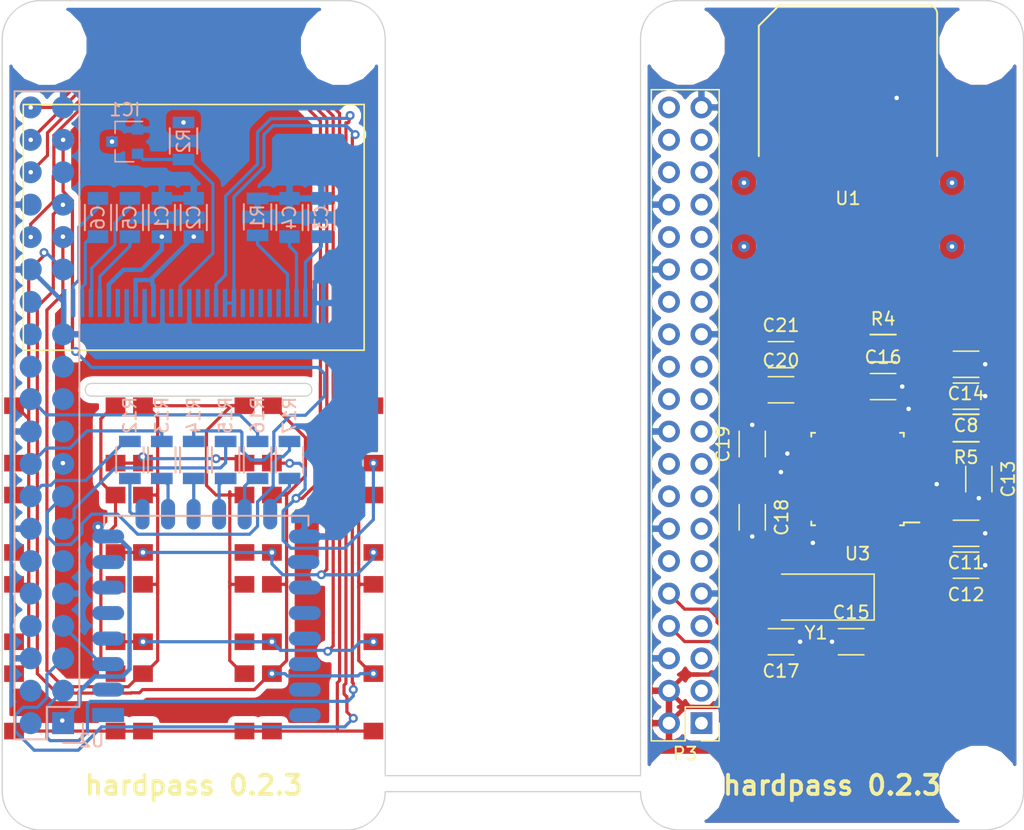
<source format=kicad_pcb>
(kicad_pcb (version 4) (host pcbnew 4.0.6-e0-6349~53~ubuntu16.04.1)

  (general
    (links 159)
    (no_connects 8)
    (area -0.050001 -0.050001 80.050001 65.050001)
    (thickness 1.6)
    (drawings 27)
    (tracks 753)
    (zones 0)
    (modules 57)
    (nets 122)
  )

  (page A4)
  (layers
    (0 F.Cu signal)
    (31 B.Cu signal)
    (32 B.Adhes user)
    (33 F.Adhes user)
    (34 B.Paste user)
    (35 F.Paste user)
    (36 B.SilkS user)
    (37 F.SilkS user)
    (38 B.Mask user)
    (39 F.Mask user)
    (40 Dwgs.User user)
    (41 Cmts.User user)
    (42 Eco1.User user)
    (43 Eco2.User user)
    (44 Edge.Cuts user)
    (45 Margin user)
    (46 B.CrtYd user)
    (47 F.CrtYd user)
    (48 B.Fab user)
    (49 F.Fab user)
  )

  (setup
    (last_trace_width 0.25)
    (trace_clearance 0.25)
    (zone_clearance 0.508)
    (zone_45_only no)
    (trace_min 0.2)
    (segment_width 0.2)
    (edge_width 0.1)
    (via_size 0.7)
    (via_drill 0.35)
    (via_min_size 0.7)
    (via_min_drill 0.3)
    (uvia_size 0.3)
    (uvia_drill 0.1)
    (uvias_allowed no)
    (uvia_min_size 0)
    (uvia_min_drill 0)
    (pcb_text_width 0.3)
    (pcb_text_size 1.5 1.5)
    (mod_edge_width 0.15)
    (mod_text_size 1 1)
    (mod_text_width 0.15)
    (pad_size 2.75 2.75)
    (pad_drill 2.75)
    (pad_to_mask_clearance 0)
    (aux_axis_origin 0 0)
    (visible_elements FFFFEF7F)
    (pcbplotparams
      (layerselection 0x00030_80000001)
      (usegerberextensions false)
      (excludeedgelayer true)
      (linewidth 0.100000)
      (plotframeref false)
      (viasonmask false)
      (mode 1)
      (useauxorigin false)
      (hpglpennumber 1)
      (hpglpenspeed 20)
      (hpglpendiameter 15)
      (hpglpenoverlay 2)
      (psnegative false)
      (psa4output false)
      (plotreference true)
      (plotvalue true)
      (plotinvisibletext false)
      (padsonsilk false)
      (subtractmaskfromsilk false)
      (outputformat 1)
      (mirror false)
      (drillshape 1)
      (scaleselection 1)
      (outputdirectory ""))
  )

  (net 0 "")
  (net 1 GND)
  (net 2 +3V3)
  (net 3 "Net-(C3-Pad1)")
  (net 4 "Net-(C4-Pad1)")
  (net 5 "Net-(C5-Pad1)")
  (net 6 "Net-(C5-Pad2)")
  (net 7 "Net-(C6-Pad1)")
  (net 8 "Net-(C6-Pad2)")
  (net 9 "Net-(P1-Pad2)")
  (net 10 OLED_SDA)
  (net 11 "Net-(P1-Pad4)")
  (net 12 OLED_SCL)
  (net 13 ESP_CHPD)
  (net 14 UART_TX)
  (net 15 UART_RX)
  (net 16 SHUTDOWN)
  (net 17 "Net-(P1-Pad12)")
  (net 18 SD_D3)
  (net 19 ESP_CLK)
  (net 20 SD_CMD)
  (net 21 SD_D0)
  (net 22 "Net-(P1-Pad19)")
  (net 23 "Net-(P1-Pad21)")
  (net 24 SD_D1)
  (net 25 "Net-(P1-Pad23)")
  (net 26 "Net-(P1-Pad24)")
  (net 27 "Net-(P1-Pad26)")
  (net 28 "Net-(P1-Pad28)")
  (net 29 COL_1)
  (net 30 COL_2)
  (net 31 ROW_1)
  (net 32 COL_3)
  (net 33 "Net-(P1-Pad35)")
  (net 34 ROW_2)
  (net 35 SD_D2)
  (net 36 ROW_3)
  (net 37 ROW_4)
  (net 38 "Net-(P2-Pad26)")
  (net 39 "Net-(R12-Pad1)")
  (net 40 "Net-(R13-Pad1)")
  (net 41 "Net-(R14-Pad1)")
  (net 42 "Net-(R15-Pad1)")
  (net 43 "Net-(R16-Pad1)")
  (net 44 "Net-(R17-Pad1)")
  (net 45 "Net-(U2-Pad1)")
  (net 46 "Net-(U2-Pad2)")
  (net 47 "Net-(U2-Pad4)")
  (net 48 "Net-(U2-Pad5)")
  (net 49 "Net-(U2-Pad6)")
  (net 50 "Net-(U2-Pad7)")
  (net 51 "Net-(U2-Pad16)")
  (net 52 "Net-(U2-Pad17)")
  (net 53 "Net-(U2-Pad18)")
  (net 54 "Net-(U2-Pad19)")
  (net 55 "Net-(U2-Pad20)")
  (net 56 "Net-(U2-Pad21)")
  (net 57 "Net-(U2-Pad22)")
  (net 58 "Net-(P2-Pad7)")
  (net 59 "Net-(P2-Pad13)")
  (net 60 "Net-(P2-Pad16)")
  (net 61 "Net-(P2-Pad17)")
  (net 62 "Net-(P2-Pad21)")
  (net 63 "Net-(P2-Pad22)")
  (net 64 "Net-(P2-Pad23)")
  (net 65 "Net-(P2-Pad24)")
  (net 66 "Net-(P2-Pad25)")
  (net 67 "Net-(C14-Pad2)")
  (net 68 +5V)
  (net 69 "Net-(C13-Pad1)")
  (net 70 "Net-(C15-Pad2)")
  (net 71 "Net-(C16-Pad1)")
  (net 72 "Net-(C17-Pad2)")
  (net 73 "Net-(C20-Pad1)")
  (net 74 "Net-(C20-Pad2)")
  (net 75 "Net-(C21-Pad1)")
  (net 76 "Net-(C21-Pad2)")
  (net 77 "Net-(R4-Pad1)")
  (net 78 "Net-(R5-Pad1)")
  (net 79 "Net-(R5-Pad2)")
  (net 80 "Net-(U1-Pad4)")
  (net 81 "Net-(U1-Pad8)")
  (net 82 "Net-(U3-Pad2)")
  (net 83 "Net-(U3-Pad22)")
  (net 84 "Net-(U3-Pad23)")
  (net 85 "Net-(U3-Pad24)")
  (net 86 "Net-(SW14-Pad2)")
  (net 87 "Net-(U3-Pad29)")
  (net 88 "Net-(U3-Pad30)")
  (net 89 CARD_TX)
  (net 90 CARD_RX)
  (net 91 "Net-(P3-Pad1)")
  (net 92 "Net-(P3-Pad3)")
  (net 93 "Net-(P3-Pad5)")
  (net 94 "Net-(P3-Pad7)")
  (net 95 "Net-(P3-Pad11)")
  (net 96 "Net-(P3-Pad12)")
  (net 97 "Net-(P3-Pad13)")
  (net 98 "Net-(P3-Pad15)")
  (net 99 "Net-(P3-Pad16)")
  (net 100 "Net-(P3-Pad17)")
  (net 101 "Net-(P3-Pad18)")
  (net 102 "Net-(P3-Pad19)")
  (net 103 "Net-(P3-Pad21)")
  (net 104 "Net-(P3-Pad22)")
  (net 105 "Net-(P3-Pad23)")
  (net 106 "Net-(P3-Pad24)")
  (net 107 "Net-(P3-Pad26)")
  (net 108 "Net-(P3-Pad27)")
  (net 109 "Net-(P3-Pad28)")
  (net 110 "Net-(P3-Pad29)")
  (net 111 "Net-(P3-Pad31)")
  (net 112 "Net-(P3-Pad32)")
  (net 113 "Net-(P3-Pad33)")
  (net 114 "Net-(P3-Pad35)")
  (net 115 "Net-(P3-Pad36)")
  (net 116 "Net-(P3-Pad37)")
  (net 117 "Net-(P3-Pad38)")
  (net 118 "Net-(P3-Pad40)")
  (net 119 "Net-(R4-Pad2)")
  (net 120 "Net-(U1-Pad2)")
  (net 121 OLED_RST)

  (net_class Default "This is the default net class."
    (clearance 0.25)
    (trace_width 0.25)
    (via_dia 0.7)
    (via_drill 0.35)
    (uvia_dia 0.3)
    (uvia_drill 0.1)
    (add_net CARD_RX)
    (add_net CARD_TX)
    (add_net COL_1)
    (add_net COL_2)
    (add_net COL_3)
    (add_net ESP_CHPD)
    (add_net ESP_CLK)
    (add_net "Net-(C13-Pad1)")
    (add_net "Net-(C15-Pad2)")
    (add_net "Net-(C16-Pad1)")
    (add_net "Net-(C17-Pad2)")
    (add_net "Net-(C20-Pad1)")
    (add_net "Net-(C20-Pad2)")
    (add_net "Net-(C21-Pad1)")
    (add_net "Net-(C21-Pad2)")
    (add_net "Net-(C3-Pad1)")
    (add_net "Net-(C4-Pad1)")
    (add_net "Net-(C5-Pad1)")
    (add_net "Net-(C5-Pad2)")
    (add_net "Net-(C6-Pad1)")
    (add_net "Net-(C6-Pad2)")
    (add_net "Net-(P1-Pad12)")
    (add_net "Net-(P1-Pad19)")
    (add_net "Net-(P1-Pad2)")
    (add_net "Net-(P1-Pad21)")
    (add_net "Net-(P1-Pad23)")
    (add_net "Net-(P1-Pad24)")
    (add_net "Net-(P1-Pad26)")
    (add_net "Net-(P1-Pad28)")
    (add_net "Net-(P1-Pad35)")
    (add_net "Net-(P1-Pad4)")
    (add_net "Net-(P2-Pad13)")
    (add_net "Net-(P2-Pad16)")
    (add_net "Net-(P2-Pad17)")
    (add_net "Net-(P2-Pad21)")
    (add_net "Net-(P2-Pad22)")
    (add_net "Net-(P2-Pad23)")
    (add_net "Net-(P2-Pad24)")
    (add_net "Net-(P2-Pad25)")
    (add_net "Net-(P2-Pad26)")
    (add_net "Net-(P2-Pad7)")
    (add_net "Net-(P3-Pad1)")
    (add_net "Net-(P3-Pad11)")
    (add_net "Net-(P3-Pad12)")
    (add_net "Net-(P3-Pad13)")
    (add_net "Net-(P3-Pad15)")
    (add_net "Net-(P3-Pad16)")
    (add_net "Net-(P3-Pad17)")
    (add_net "Net-(P3-Pad18)")
    (add_net "Net-(P3-Pad19)")
    (add_net "Net-(P3-Pad21)")
    (add_net "Net-(P3-Pad22)")
    (add_net "Net-(P3-Pad23)")
    (add_net "Net-(P3-Pad24)")
    (add_net "Net-(P3-Pad26)")
    (add_net "Net-(P3-Pad27)")
    (add_net "Net-(P3-Pad28)")
    (add_net "Net-(P3-Pad29)")
    (add_net "Net-(P3-Pad3)")
    (add_net "Net-(P3-Pad31)")
    (add_net "Net-(P3-Pad32)")
    (add_net "Net-(P3-Pad33)")
    (add_net "Net-(P3-Pad35)")
    (add_net "Net-(P3-Pad36)")
    (add_net "Net-(P3-Pad37)")
    (add_net "Net-(P3-Pad38)")
    (add_net "Net-(P3-Pad40)")
    (add_net "Net-(P3-Pad5)")
    (add_net "Net-(P3-Pad7)")
    (add_net "Net-(R12-Pad1)")
    (add_net "Net-(R13-Pad1)")
    (add_net "Net-(R14-Pad1)")
    (add_net "Net-(R15-Pad1)")
    (add_net "Net-(R16-Pad1)")
    (add_net "Net-(R17-Pad1)")
    (add_net "Net-(R4-Pad1)")
    (add_net "Net-(R4-Pad2)")
    (add_net "Net-(R5-Pad1)")
    (add_net "Net-(R5-Pad2)")
    (add_net "Net-(SW14-Pad2)")
    (add_net "Net-(U1-Pad2)")
    (add_net "Net-(U1-Pad4)")
    (add_net "Net-(U1-Pad8)")
    (add_net "Net-(U2-Pad1)")
    (add_net "Net-(U2-Pad16)")
    (add_net "Net-(U2-Pad17)")
    (add_net "Net-(U2-Pad18)")
    (add_net "Net-(U2-Pad19)")
    (add_net "Net-(U2-Pad2)")
    (add_net "Net-(U2-Pad20)")
    (add_net "Net-(U2-Pad21)")
    (add_net "Net-(U2-Pad22)")
    (add_net "Net-(U2-Pad4)")
    (add_net "Net-(U2-Pad5)")
    (add_net "Net-(U2-Pad6)")
    (add_net "Net-(U2-Pad7)")
    (add_net "Net-(U3-Pad2)")
    (add_net "Net-(U3-Pad22)")
    (add_net "Net-(U3-Pad23)")
    (add_net "Net-(U3-Pad24)")
    (add_net "Net-(U3-Pad29)")
    (add_net "Net-(U3-Pad30)")
    (add_net OLED_RST)
    (add_net OLED_SCL)
    (add_net OLED_SDA)
    (add_net ROW_1)
    (add_net ROW_2)
    (add_net ROW_3)
    (add_net ROW_4)
    (add_net SD_CMD)
    (add_net SD_D0)
    (add_net SD_D1)
    (add_net SD_D2)
    (add_net SD_D3)
    (add_net SHUTDOWN)
    (add_net UART_RX)
    (add_net UART_TX)
  )

  (net_class Power ""
    (clearance 0.25)
    (trace_width 0.35)
    (via_dia 0.9)
    (via_drill 0.35)
    (uvia_dia 0.3)
    (uvia_drill 0.1)
    (add_net +3V3)
    (add_net +5V)
    (add_net GND)
    (add_net "Net-(C14-Pad2)")
  )

  (module TO_SOT_Packages_SMD:SOT-23 (layer B.Cu) (tedit 58CE4E7E) (tstamp 597398BF)
    (at 9.6 11.05 180)
    (descr "SOT-23, Standard")
    (tags SOT-23)
    (path /593C6F9B)
    (attr smd)
    (fp_text reference IC1 (at 0 2.5 180) (layer B.SilkS)
      (effects (font (size 1 1) (thickness 0.15)) (justify mirror))
    )
    (fp_text value APX803 (at 0 -2.5 180) (layer B.Fab)
      (effects (font (size 1 1) (thickness 0.15)) (justify mirror))
    )
    (fp_text user %R (at 0 0 450) (layer B.Fab)
      (effects (font (size 0.5 0.5) (thickness 0.075)) (justify mirror))
    )
    (fp_line (start -0.7 0.95) (end -0.7 -1.5) (layer B.Fab) (width 0.1))
    (fp_line (start -0.15 1.52) (end 0.7 1.52) (layer B.Fab) (width 0.1))
    (fp_line (start -0.7 0.95) (end -0.15 1.52) (layer B.Fab) (width 0.1))
    (fp_line (start 0.7 1.52) (end 0.7 -1.52) (layer B.Fab) (width 0.1))
    (fp_line (start -0.7 -1.52) (end 0.7 -1.52) (layer B.Fab) (width 0.1))
    (fp_line (start 0.76 -1.58) (end 0.76 -0.65) (layer B.SilkS) (width 0.12))
    (fp_line (start 0.76 1.58) (end 0.76 0.65) (layer B.SilkS) (width 0.12))
    (fp_line (start -1.7 1.75) (end 1.7 1.75) (layer B.CrtYd) (width 0.05))
    (fp_line (start 1.7 1.75) (end 1.7 -1.75) (layer B.CrtYd) (width 0.05))
    (fp_line (start 1.7 -1.75) (end -1.7 -1.75) (layer B.CrtYd) (width 0.05))
    (fp_line (start -1.7 -1.75) (end -1.7 1.75) (layer B.CrtYd) (width 0.05))
    (fp_line (start 0.76 1.58) (end -1.4 1.58) (layer B.SilkS) (width 0.12))
    (fp_line (start 0.76 -1.58) (end -0.7 -1.58) (layer B.SilkS) (width 0.12))
    (pad 1 smd rect (at -1 0.95 180) (size 0.9 0.8) (layers B.Cu B.Paste B.Mask)
      (net 1 GND))
    (pad 2 smd rect (at -1 -0.95 180) (size 0.9 0.8) (layers B.Cu B.Paste B.Mask)
      (net 121 OLED_RST))
    (pad 3 smd rect (at 1 0 180) (size 0.9 0.8) (layers B.Cu B.Paste B.Mask)
      (net 2 +3V3))
    (model ${KISYS3DMOD}/TO_SOT_Packages_SMD.3dshapes/SOT-23.wrl
      (at (xyz 0 0 0))
      (scale (xyz 1 1 1))
      (rotate (xyz 0 0 90))
    )
  )

  (module hardpass:Symbol_GNU-Logo_MaskTop (layer B.Cu) (tedit 58D30F84) (tstamp 58D41C5D)
    (at 65 21.25 180)
    (descr "GNU-Logo, GNU-Head, GNU-Kopf, Copper Top,")
    (tags "GNU-Logo, GNU-Head, GNU-Kopf, Copper Top,")
    (fp_text reference REF** (at 0 6.05028 180) (layer B.SilkS) hide
      (effects (font (size 1 1) (thickness 0.15)) (justify mirror))
    )
    (fp_text value Symbol_GNU-Logo_MaskTop (at 0 -9.14908 180) (layer B.Fab) hide
      (effects (font (size 1 1) (thickness 0.15)) (justify mirror))
    )
    (fp_line (start 5.19938 -5.25018) (end 5.19938 -6.85038) (layer B.Mask) (width 0.381))
    (fp_line (start 5.19938 -6.85038) (end 5.90042 -6.85038) (layer B.Mask) (width 0.381))
    (fp_line (start 3.64998 -6.79958) (end 3.64998 -5.34924) (layer B.Mask) (width 0.381))
    (fp_line (start 3.64998 -5.34924) (end 4.20116 -5.30098) (layer B.Mask) (width 0.381))
    (fp_line (start 4.20116 -5.30098) (end 4.45008 -5.4991) (layer B.Mask) (width 0.381))
    (fp_line (start 4.45008 -5.4991) (end 4.54914 -5.90042) (layer B.Mask) (width 0.381))
    (fp_line (start 4.54914 -5.90042) (end 4.24942 -6.05028) (layer B.Mask) (width 0.381))
    (fp_line (start 4.24942 -6.05028) (end 3.74904 -5.99948) (layer B.Mask) (width 0.381))
    (fp_line (start 2.94894 -5.40004) (end 2.70002 -5.30098) (layer B.Mask) (width 0.381))
    (fp_line (start 2.70002 -5.30098) (end 2.4003 -5.34924) (layer B.Mask) (width 0.381))
    (fp_line (start 2.4003 -5.34924) (end 2.10058 -5.69976) (layer B.Mask) (width 0.381))
    (fp_line (start 2.10058 -5.69976) (end 2.04978 -6.20014) (layer B.Mask) (width 0.381))
    (fp_line (start 2.04978 -6.20014) (end 2.19964 -6.64972) (layer B.Mask) (width 0.381))
    (fp_line (start 2.19964 -6.64972) (end 2.55016 -6.79958) (layer B.Mask) (width 0.381))
    (fp_line (start 2.55016 -6.79958) (end 2.99974 -6.70052) (layer B.Mask) (width 0.381))
    (fp_line (start 2.99974 -6.70052) (end 2.99974 -6.20014) (layer B.Mask) (width 0.381))
    (fp_line (start 2.99974 -6.20014) (end 2.70002 -6.20014) (layer B.Mask) (width 0.381))
    (fp_line (start -3.2512 -5.34924) (end -3.2512 -6.49986) (layer B.Mask) (width 0.381))
    (fp_line (start -3.2512 -6.49986) (end -3.0988 -6.74878) (layer B.Mask) (width 0.381))
    (fp_line (start -3.0988 -6.74878) (end -2.75082 -6.90118) (layer B.Mask) (width 0.381))
    (fp_line (start -2.75082 -6.90118) (end -2.4511 -6.74878) (layer B.Mask) (width 0.381))
    (fp_line (start -2.4511 -6.74878) (end -2.3495 -6.44906) (layer B.Mask) (width 0.381))
    (fp_line (start -2.3495 -6.44906) (end -2.3495 -5.34924) (layer B.Mask) (width 0.381))
    (fp_line (start -4.8006 -6.90118) (end -4.8006 -5.34924) (layer B.Mask) (width 0.381))
    (fp_line (start -4.8006 -5.34924) (end -3.9497 -6.85038) (layer B.Mask) (width 0.381))
    (fp_line (start -3.9497 -6.85038) (end -3.9497 -5.34924) (layer B.Mask) (width 0.381))
    (fp_line (start -5.5499 -5.40004) (end -5.75056 -5.30098) (layer B.Mask) (width 0.381))
    (fp_line (start -5.75056 -5.30098) (end -6.20014 -5.45084) (layer B.Mask) (width 0.381))
    (fp_line (start -6.20014 -5.45084) (end -6.4008 -5.84962) (layer B.Mask) (width 0.381))
    (fp_line (start -6.4008 -5.84962) (end -6.4008 -6.2992) (layer B.Mask) (width 0.381))
    (fp_line (start -6.4008 -6.2992) (end -6.25094 -6.70052) (layer B.Mask) (width 0.381))
    (fp_line (start -6.25094 -6.70052) (end -5.95122 -6.85038) (layer B.Mask) (width 0.381))
    (fp_line (start -5.95122 -6.85038) (end -5.5499 -6.85038) (layer B.Mask) (width 0.381))
    (fp_line (start -5.5499 -6.85038) (end -5.4991 -6.2992) (layer B.Mask) (width 0.381))
    (fp_line (start -5.4991 -6.2992) (end -5.75056 -6.20014) (layer B.Mask) (width 0.381))
    (fp_line (start -2.75082 1.15062) (end -3.74904 0.35052) (layer B.Mask) (width 0.381))
    (fp_line (start -3.74904 0.35052) (end -3.29946 1.50114) (layer B.Mask) (width 0.381))
    (fp_line (start -3.29946 1.50114) (end -4.24942 0.70104) (layer B.Mask) (width 0.381))
    (fp_line (start -4.24942 0.70104) (end -3.55092 1.99898) (layer B.Mask) (width 0.381))
    (fp_line (start -3.55092 1.99898) (end -4.59994 1.34874) (layer B.Mask) (width 0.381))
    (fp_line (start -4.59994 1.34874) (end -4.699 1.80086) (layer B.Mask) (width 0.381))
    (fp_line (start -4.699 1.80086) (end -3.40106 2.14884) (layer B.Mask) (width 0.381))
    (fp_line (start -3.40106 2.14884) (end -4.54914 2.4003) (layer B.Mask) (width 0.381))
    (fp_line (start -4.54914 2.4003) (end -3.29946 2.79908) (layer B.Mask) (width 0.381))
    (fp_line (start -3.29946 2.79908) (end -3.79984 3.29946) (layer B.Mask) (width 0.381))
    (fp_line (start -3.79984 3.29946) (end -2.75082 3.05054) (layer B.Mask) (width 0.381))
    (fp_line (start -2.75082 3.05054) (end -2.79908 3.70078) (layer B.Mask) (width 0.381))
    (fp_line (start -2.79908 3.70078) (end -1.69926 3.2004) (layer B.Mask) (width 0.381))
    (fp_line (start 0.7493 1.99898) (end 1.39954 1.80086) (layer B.Mask) (width 0.381))
    (fp_line (start 1.39954 1.80086) (end 1.80086 1.6002) (layer B.Mask) (width 0.381))
    (fp_line (start 1.80086 1.6002) (end 3.0988 0.7493) (layer B.Mask) (width 0.381))
    (fp_line (start 3.0988 0.7493) (end 2.84988 1.84912) (layer B.Mask) (width 0.381))
    (fp_line (start 2.84988 1.84912) (end 3.59918 1.15062) (layer B.Mask) (width 0.381))
    (fp_line (start 3.59918 1.15062) (end 3.1496 2.25044) (layer B.Mask) (width 0.381))
    (fp_line (start 3.1496 2.25044) (end 4.15036 1.99898) (layer B.Mask) (width 0.381))
    (fp_line (start 4.15036 1.99898) (end 2.90068 2.70002) (layer B.Mask) (width 0.381))
    (fp_line (start 2.90068 2.70002) (end 4.04876 3.1496) (layer B.Mask) (width 0.381))
    (fp_line (start 4.04876 3.1496) (end 2.30124 2.94894) (layer B.Mask) (width 0.381))
    (fp_line (start 2.30124 2.94894) (end 2.79908 3.64998) (layer B.Mask) (width 0.381))
    (fp_line (start 2.79908 3.64998) (end 1.651 2.94894) (layer B.Mask) (width 0.381))
    (fp_line (start 0.8509 2.30124) (end 1.09982 2.25044) (layer B.Mask) (width 0.381))
    (fp_line (start -2.04978 1.5494) (end -1.5494 1.84912) (layer B.Mask) (width 0.381))
    (fp_line (start -1.5494 1.84912) (end -0.8001 2.19964) (layer B.Mask) (width 0.381))
    (fp_line (start -0.8001 2.19964) (end -0.44958 2.19964) (layer B.Mask) (width 0.381))
    (fp_line (start -1.84912 -4.0005) (end -2.10058 -3.79984) (layer B.Mask) (width 0.381))
    (fp_line (start -2.10058 -3.79984) (end -2.25044 -3.59918) (layer B.Mask) (width 0.381))
    (fp_line (start -2.25044 -3.59918) (end -2.49936 -3.35026) (layer B.Mask) (width 0.381))
    (fp_line (start -2.49936 -3.35026) (end -2.55016 -3.05054) (layer B.Mask) (width 0.381))
    (fp_line (start -2.55016 -3.05054) (end -2.64922 -2.64922) (layer B.Mask) (width 0.381))
    (fp_line (start -2.64922 -2.64922) (end -2.70002 -2.25044) (layer B.Mask) (width 0.381))
    (fp_line (start -2.70002 -2.25044) (end -2.75082 -1.84912) (layer B.Mask) (width 0.381))
    (fp_line (start -2.75082 -1.84912) (end -2.75082 -1.34874) (layer B.Mask) (width 0.381))
    (fp_line (start -2.75082 -1.34874) (end -2.75082 -0.8509) (layer B.Mask) (width 0.381))
    (fp_line (start -1.75006 -4.0005) (end -1.5494 -3.9497) (layer B.Mask) (width 0.381))
    (fp_line (start -2.19964 -0.8509) (end -1.89992 -1.30048) (layer B.Mask) (width 0.381))
    (fp_line (start -1.89992 -1.30048) (end -1.99898 -1.75006) (layer B.Mask) (width 0.381))
    (fp_line (start -1.99898 -1.75006) (end -1.5494 -2.04978) (layer B.Mask) (width 0.381))
    (fp_line (start -1.5494 -2.04978) (end -1.75006 -2.70002) (layer B.Mask) (width 0.381))
    (fp_line (start -1.75006 -2.70002) (end -1.19888 -3.0988) (layer B.Mask) (width 0.381))
    (fp_line (start -1.19888 -3.0988) (end -1.39954 -3.79984) (layer B.Mask) (width 0.381))
    (fp_line (start -1.39954 -3.79984) (end -0.8509 -4.24942) (layer B.Mask) (width 0.381))
    (fp_line (start -0.59944 -5.99948) (end -0.65024 -6.10108) (layer B.Mask) (width 0.381))
    (fp_line (start -0.89916 -4.35102) (end -0.70104 -4.7498) (layer B.Mask) (width 0.381))
    (fp_line (start -0.70104 -4.7498) (end -0.59944 -5.04952) (layer B.Mask) (width 0.381))
    (fp_line (start -0.59944 -5.04952) (end -1.00076 -5.15112) (layer B.Mask) (width 0.381))
    (fp_line (start -1.00076 -5.15112) (end -0.65024 -5.4991) (layer B.Mask) (width 0.381))
    (fp_line (start -0.65024 -5.4991) (end -0.70104 -5.79882) (layer B.Mask) (width 0.381))
    (fp_line (start -0.70104 -5.79882) (end -0.65024 -5.95122) (layer B.Mask) (width 0.381))
    (fp_line (start -0.14986 -3.70078) (end -0.29972 -4.09956) (layer B.Mask) (width 0.381))
    (fp_line (start -0.29972 -4.09956) (end -0.20066 -4.30022) (layer B.Mask) (width 0.381))
    (fp_line (start -0.20066 -4.30022) (end 0.0508 -4.50088) (layer B.Mask) (width 0.381))
    (fp_line (start 0.0508 -4.50088) (end 0.20066 -4.699) (layer B.Mask) (width 0.381))
    (fp_line (start 0.20066 -4.699) (end 0.14986 -5.00126) (layer B.Mask) (width 0.381))
    (fp_line (start 0.14986 -5.00126) (end 0.09906 -5.19938) (layer B.Mask) (width 0.381))
    (fp_line (start 0.09906 -5.19938) (end 0.14986 -5.75056) (layer B.Mask) (width 0.381))
    (fp_line (start 0.14986 -5.75056) (end 0.35052 -5.95122) (layer B.Mask) (width 0.381))
    (fp_line (start 0.44958 -3.29946) (end 0.24892 -3.74904) (layer B.Mask) (width 0.381))
    (fp_line (start 0.24892 -3.74904) (end 0.55118 -4.04876) (layer B.Mask) (width 0.381))
    (fp_line (start 0.55118 -4.04876) (end 0.94996 -4.24942) (layer B.Mask) (width 0.381))
    (fp_line (start 0.94996 -4.24942) (end 0.89916 -4.699) (layer B.Mask) (width 0.381))
    (fp_line (start 0.89916 -4.699) (end 0.7493 -5.10032) (layer B.Mask) (width 0.381))
    (fp_line (start 0.7493 -5.10032) (end 0.89916 -5.34924) (layer B.Mask) (width 0.381))
    (fp_line (start 1.30048 -4.89966) (end 1.34874 -4.89966) (layer B.Mask) (width 0.381))
    (fp_line (start 1.24968 -2.94894) (end 1.50114 -3.05054) (layer B.Mask) (width 0.381))
    (fp_line (start 1.50114 -3.05054) (end 1.75006 -3.05054) (layer B.Mask) (width 0.381))
    (fp_line (start 1.75006 -3.05054) (end 1.5494 -3.0988) (layer B.Mask) (width 0.381))
    (fp_line (start 1.5494 -3.0988) (end 1.00076 -3.2004) (layer B.Mask) (width 0.381))
    (fp_line (start 1.00076 -3.2004) (end 0.94996 -3.35026) (layer B.Mask) (width 0.381))
    (fp_line (start 0.94996 -3.35026) (end 1.00076 -3.55092) (layer B.Mask) (width 0.381))
    (fp_line (start 1.00076 -3.55092) (end 1.19888 -3.74904) (layer B.Mask) (width 0.381))
    (fp_line (start 1.19888 -3.74904) (end 1.45034 -3.9497) (layer B.Mask) (width 0.381))
    (fp_line (start 1.45034 -3.9497) (end 1.5494 -4.30022) (layer B.Mask) (width 0.381))
    (fp_line (start 1.5494 -4.30022) (end 1.45034 -4.59994) (layer B.Mask) (width 0.381))
    (fp_line (start 1.45034 -4.59994) (end 1.30048 -4.89966) (layer B.Mask) (width 0.381))
    (fp_line (start 0.59944 -2.64922) (end 1.00076 -2.90068) (layer B.Mask) (width 0.381))
    (fp_line (start 1.00076 -2.90068) (end 1.24968 -2.90068) (layer B.Mask) (width 0.381))
    (fp_line (start 1.80086 -2.55016) (end 1.19888 -2.64922) (layer B.Mask) (width 0.381))
    (fp_line (start 1.19888 -2.64922) (end 0.7493 -2.60096) (layer B.Mask) (width 0.381))
    (fp_line (start 0.7493 -2.60096) (end 0.24892 -2.55016) (layer B.Mask) (width 0.381))
    (fp_line (start 0.24892 -2.55016) (end -0.20066 -2.4003) (layer B.Mask) (width 0.381))
    (fp_line (start -0.20066 -2.4003) (end -0.35052 -2.19964) (layer B.Mask) (width 0.381))
    (fp_line (start -0.35052 -2.19964) (end -0.55118 -1.84912) (layer B.Mask) (width 0.381))
    (fp_line (start -0.55118 -1.84912) (end -0.70104 -1.34874) (layer B.Mask) (width 0.381))
    (fp_line (start -0.70104 -1.34874) (end -0.8509 -1.09982) (layer B.Mask) (width 0.381))
    (fp_line (start -0.8509 -1.09982) (end -1.15062 -1.04902) (layer B.Mask) (width 0.381))
    (fp_line (start 1.80086 -1.84912) (end 1.651 -1.84912) (layer B.Mask) (width 0.381))
    (fp_line (start 1.651 -1.84912) (end 1.24968 -1.95072) (layer B.Mask) (width 0.381))
    (fp_line (start 1.24968 -1.95072) (end 1.39954 -2.30124) (layer B.Mask) (width 0.381))
    (fp_line (start 1.39954 -2.30124) (end 1.75006 -2.49936) (layer B.Mask) (width 0.381))
    (fp_line (start 1.75006 0) (end 1.69926 -0.65024) (layer B.Mask) (width 0.381))
    (fp_line (start 1.00076 -0.50038) (end 1.09982 -0.65024) (layer B.Mask) (width 0.381))
    (fp_line (start 1.09982 -0.65024) (end 1.24968 -0.8001) (layer B.Mask) (width 0.381))
    (fp_line (start 1.24968 -0.8001) (end 1.39954 -0.8001) (layer B.Mask) (width 0.381))
    (fp_line (start 1.39954 -0.8001) (end 1.6002 -0.70104) (layer B.Mask) (width 0.381))
    (fp_line (start 1.6002 -0.70104) (end 1.80086 -0.70104) (layer B.Mask) (width 0.381))
    (fp_line (start 0.8509 -0.44958) (end 0.55118 -0.29972) (layer B.Mask) (width 0.381))
    (fp_line (start 0.55118 -0.29972) (end 0.24892 -0.29972) (layer B.Mask) (width 0.381))
    (fp_line (start 0.24892 -0.29972) (end 0.09906 -0.29972) (layer B.Mask) (width 0.381))
    (fp_line (start 0.09906 -0.29972) (end -0.09906 -0.39878) (layer B.Mask) (width 0.381))
    (fp_line (start -0.09906 -0.39878) (end -0.29972 -0.44958) (layer B.Mask) (width 0.381))
    (fp_line (start 0.65024 0.55118) (end 0.70104 0.09906) (layer B.Mask) (width 0.381))
    (fp_line (start 0.70104 0.09906) (end 0.8509 -0.29972) (layer B.Mask) (width 0.381))
    (fp_line (start 0.8509 -0.29972) (end 0.94996 -0.44958) (layer B.Mask) (width 0.381))
    (fp_line (start 1.75006 -1.24968) (end 1.651 -1.39954) (layer B.Mask) (width 0.381))
    (fp_line (start 0.89916 -1.15062) (end 0.44958 -0.8001) (layer B.Mask) (width 0.381))
    (fp_line (start 0.44958 -0.8001) (end 0.0508 -0.94996) (layer B.Mask) (width 0.381))
    (fp_line (start 0.0508 -0.94996) (end 0.09906 -1.34874) (layer B.Mask) (width 0.381))
    (fp_line (start 0.09906 -1.34874) (end 0.35052 -1.50114) (layer B.Mask) (width 0.381))
    (fp_line (start 0.35052 -1.50114) (end 0.65024 -1.50114) (layer B.Mask) (width 0.381))
    (fp_line (start 0.65024 -1.50114) (end 0.7493 -1.39954) (layer B.Mask) (width 0.381))
    (fp_line (start 0.7493 -1.39954) (end 0.89916 -1.15062) (layer B.Mask) (width 0.381))
    (fp_line (start 1.19888 0.59944) (end 1.34874 0.94996) (layer B.Mask) (width 0.381))
    (fp_line (start 1.34874 0.94996) (end 1.75006 0.8509) (layer B.Mask) (width 0.381))
    (fp_line (start 1.75006 0.8509) (end 1.84912 0.65024) (layer B.Mask) (width 0.381))
    (fp_line (start 1.84912 0.65024) (end 1.75006 0.39878) (layer B.Mask) (width 0.381))
    (fp_line (start 1.75006 0.39878) (end 1.30048 0.50038) (layer B.Mask) (width 0.381))
    (fp_line (start 0.0508 0.44958) (end -0.29972 0.59944) (layer B.Mask) (width 0.381))
    (fp_line (start -0.29972 0.59944) (end -0.7493 0.70104) (layer B.Mask) (width 0.381))
    (fp_line (start -0.7493 0.70104) (end -1.00076 0.44958) (layer B.Mask) (width 0.381))
    (fp_line (start -1.00076 0.44958) (end -0.8001 0.20066) (layer B.Mask) (width 0.381))
    (fp_line (start -0.8001 0.20066) (end -0.39878 0.20066) (layer B.Mask) (width 0.381))
    (fp_line (start -0.39878 0.20066) (end 0 0.39878) (layer B.Mask) (width 0.381))
    (fp_line (start 0 1.5494) (end 0.39878 1.69926) (layer B.Mask) (width 0.381))
    (fp_line (start 0.39878 1.69926) (end 0.65024 2.04978) (layer B.Mask) (width 0.381))
    (fp_line (start -2.99974 0.24892) (end -2.99974 -0.35052) (layer B.Mask) (width 0.381))
    (fp_line (start -2.99974 -0.35052) (end -3.50012 -1.09982) (layer B.Mask) (width 0.381))
    (fp_line (start -3.50012 -1.09982) (end -2.10058 -0.55118) (layer B.Mask) (width 0.381))
    (fp_line (start -2.10058 -0.55118) (end -1.6002 -0.20066) (layer B.Mask) (width 0.381))
    (fp_line (start -1.6002 -0.20066) (end -1.45034 0.7493) (layer B.Mask) (width 0.381))
    (fp_line (start 0 0.7493) (end -0.8509 1.30048) (layer B.Mask) (width 0.381))
    (fp_line (start 1.09982 3.50012) (end 1.5494 2.90068) (layer B.Mask) (width 0.381))
    (fp_line (start 1.5494 2.90068) (end 1.89992 2.79908) (layer B.Mask) (width 0.381))
    (fp_line (start 1.89992 2.79908) (end 2.3495 2.79908) (layer B.Mask) (width 0.381))
    (fp_line (start 2.3495 2.79908) (end 2.70002 2.75082) (layer B.Mask) (width 0.381))
    (fp_line (start 2.70002 2.75082) (end 2.90068 2.3495) (layer B.Mask) (width 0.381))
    (fp_line (start 2.90068 2.3495) (end 2.94894 2.04978) (layer B.Mask) (width 0.381))
    (fp_line (start 2.94894 2.04978) (end 2.64922 1.80086) (layer B.Mask) (width 0.381))
    (fp_line (start 2.64922 1.80086) (end 2.3495 1.75006) (layer B.Mask) (width 0.381))
    (fp_line (start 2.3495 1.75006) (end 1.99898 1.89992) (layer B.Mask) (width 0.381))
    (fp_line (start 1.99898 1.89992) (end 1.5494 2.19964) (layer B.Mask) (width 0.381))
    (fp_line (start 1.5494 2.19964) (end 1.30048 2.4003) (layer B.Mask) (width 0.381))
    (fp_line (start 1.30048 2.4003) (end 1.00076 2.55016) (layer B.Mask) (width 0.381))
    (fp_line (start 1.00076 2.55016) (end 0.59944 2.55016) (layer B.Mask) (width 0.381))
    (fp_line (start 0.59944 2.55016) (end 0.09906 2.30124) (layer B.Mask) (width 0.381))
    (fp_line (start 0.09906 2.30124) (end -0.09906 2.3495) (layer B.Mask) (width 0.381))
    (fp_line (start -0.09906 2.3495) (end -0.39878 2.49936) (layer B.Mask) (width 0.381))
    (fp_line (start -0.39878 2.49936) (end -0.89916 2.60096) (layer B.Mask) (width 0.381))
    (fp_line (start -0.89916 2.60096) (end -1.39954 2.55016) (layer B.Mask) (width 0.381))
    (fp_line (start -1.39954 2.55016) (end -1.99898 2.14884) (layer B.Mask) (width 0.381))
    (fp_line (start -1.99898 2.14884) (end -2.4511 1.69926) (layer B.Mask) (width 0.381))
    (fp_line (start -2.4511 1.69926) (end -2.79908 1.30048) (layer B.Mask) (width 0.381))
    (fp_line (start -2.79908 1.30048) (end -3.2512 1.45034) (layer B.Mask) (width 0.381))
    (fp_line (start -3.2512 1.45034) (end -3.44932 1.95072) (layer B.Mask) (width 0.381))
    (fp_line (start -3.44932 1.95072) (end -3.35026 2.60096) (layer B.Mask) (width 0.381))
    (fp_line (start -3.35026 2.60096) (end -3.05054 2.84988) (layer B.Mask) (width 0.381))
    (fp_line (start -3.05054 2.84988) (end -2.60096 2.99974) (layer B.Mask) (width 0.381))
    (fp_line (start -2.60096 2.99974) (end -1.95072 3.1496) (layer B.Mask) (width 0.381))
    (fp_line (start -1.95072 3.1496) (end -1.6002 3.0988) (layer B.Mask) (width 0.381))
    (fp_line (start -1.6002 3.0988) (end -1.04902 3.35026) (layer B.Mask) (width 0.381))
    (fp_line (start -1.04902 3.35026) (end -0.8509 3.70078) (layer B.Mask) (width 0.381))
    (fp_line (start -0.8509 3.70078) (end -1.24968 3.55092) (layer B.Mask) (width 0.381))
    (fp_line (start -1.24968 3.55092) (end -1.89992 3.59918) (layer B.Mask) (width 0.381))
    (fp_line (start -1.89992 3.59918) (end -2.84988 3.74904) (layer B.Mask) (width 0.381))
    (fp_line (start -2.84988 3.74904) (end -3.2512 3.70078) (layer B.Mask) (width 0.381))
    (fp_line (start -3.2512 3.70078) (end -3.59918 3.55092) (layer B.Mask) (width 0.381))
    (fp_line (start -3.59918 3.55092) (end -4.20116 3.1496) (layer B.Mask) (width 0.381))
    (fp_line (start -4.20116 3.1496) (end -4.65074 2.3495) (layer B.Mask) (width 0.381))
    (fp_line (start -4.65074 2.3495) (end -4.7498 1.651) (layer B.Mask) (width 0.381))
    (fp_line (start -4.7498 1.651) (end -4.45008 0.7493) (layer B.Mask) (width 0.381))
    (fp_line (start -4.45008 0.7493) (end -3.8989 0.24892) (layer B.Mask) (width 0.381))
    (fp_line (start -3.8989 0.24892) (end -3.2512 0) (layer B.Mask) (width 0.381))
    (fp_line (start -3.2512 0) (end -2.49936 1.19888) (layer B.Mask) (width 0.381))
    (fp_line (start -2.49936 1.19888) (end -1.80086 1.84912) (layer B.Mask) (width 0.381))
    (fp_line (start -1.80086 1.84912) (end -1.19888 2.30124) (layer B.Mask) (width 0.381))
    (fp_line (start -1.19888 2.30124) (end -0.65024 2.3495) (layer B.Mask) (width 0.381))
    (fp_line (start -0.65024 2.3495) (end -0.20066 2.14884) (layer B.Mask) (width 0.381))
    (fp_line (start -0.20066 2.14884) (end 0.20066 2.04978) (layer B.Mask) (width 0.381))
    (fp_line (start 0.20066 2.04978) (end 0.65024 2.19964) (layer B.Mask) (width 0.381))
    (fp_line (start 0.65024 2.19964) (end 1.09982 2.10058) (layer B.Mask) (width 0.381))
    (fp_line (start 1.09982 2.10058) (end 1.69926 1.80086) (layer B.Mask) (width 0.381))
    (fp_line (start 1.69926 1.80086) (end 1.89992 1.5494) (layer B.Mask) (width 0.381))
    (fp_line (start 1.89992 1.5494) (end 2.60096 0.44958) (layer B.Mask) (width 0.381))
    (fp_line (start 2.60096 0.44958) (end 2.90068 -0.20066) (layer B.Mask) (width 0.381))
    (fp_line (start 2.90068 -0.20066) (end 2.30124 -0.29972) (layer B.Mask) (width 0.381))
    (fp_line (start 2.30124 -0.29972) (end 1.84912 0.09906) (layer B.Mask) (width 0.381))
    (fp_line (start 1.75006 -0.70104) (end 2.14884 -0.70104) (layer B.Mask) (width 0.381))
    (fp_line (start 2.14884 -0.70104) (end 2.30124 -0.8509) (layer B.Mask) (width 0.381))
    (fp_line (start 2.30124 -0.8509) (end 1.80086 -1.84912) (layer B.Mask) (width 0.381))
    (fp_line (start 1.15062 3.59918) (end 1.75006 3.35026) (layer B.Mask) (width 0.381))
    (fp_line (start 1.75006 3.35026) (end 2.19964 3.44932) (layer B.Mask) (width 0.381))
    (fp_line (start 2.19964 3.44932) (end 2.70002 3.70078) (layer B.Mask) (width 0.381))
    (fp_line (start 2.70002 3.70078) (end 3.1496 3.74904) (layer B.Mask) (width 0.381))
    (fp_line (start 3.1496 3.74904) (end 3.59918 3.50012) (layer B.Mask) (width 0.381))
    (fp_line (start 3.59918 3.50012) (end 4.04876 3.2004) (layer B.Mask) (width 0.381))
    (fp_line (start 4.04876 3.2004) (end 4.24942 2.64922) (layer B.Mask) (width 0.381))
    (fp_line (start 4.24942 2.64922) (end 4.24942 2.19964) (layer B.Mask) (width 0.381))
    (fp_line (start 4.24942 2.19964) (end 4.15036 1.80086) (layer B.Mask) (width 0.381))
    (fp_line (start 4.15036 1.80086) (end 3.8989 1.24968) (layer B.Mask) (width 0.381))
    (fp_line (start 3.8989 1.24968) (end 3.44932 0.8509) (layer B.Mask) (width 0.381))
    (fp_line (start 3.44932 0.8509) (end 2.90068 0.44958) (layer B.Mask) (width 0.381))
  )

  (module RPi_Hat:RPi_Hat_Mounting_Hole (layer F.Cu) (tedit 58D3033D) (tstamp 58D307C2)
    (at 53.5 61.5)
    (descr "Mounting hole, Befestigungsbohrung, 2,7mm, No Annular, Kein Restring,")
    (tags "Mounting hole, Befestigungsbohrung, 2,7mm, No Annular, Kein Restring,")
    (fp_text reference "" (at 0 -4.0005) (layer F.SilkS) hide
      (effects (font (size 1 1) (thickness 0.15)))
    )
    (fp_text value "" (at 0.09906 3.59918) (layer F.Fab) hide
      (effects (font (size 1 1) (thickness 0.15)))
    )
    (fp_circle (center 0 0) (end 1.375 0) (layer F.Fab) (width 0.15))
    (fp_circle (center 0 0) (end 3.1 0) (layer F.Fab) (width 0.15))
    (fp_circle (center 0 0) (end 3.1 0) (layer B.Fab) (width 0.15))
    (fp_circle (center 0 0) (end 1.375 0) (layer B.Fab) (width 0.15))
    (fp_circle (center 0 0) (end 3.1 0) (layer F.CrtYd) (width 0.15))
    (fp_circle (center 0 0) (end 3.1 0) (layer B.CrtYd) (width 0.15))
    (pad "" np_thru_hole circle (at 0 0) (size 2.75 2.75) (drill 2.75) (layers *.Cu B.Mask)
      (solder_mask_margin 1.725) (clearance 1.725))
  )

  (module RPi_Hat:RPi_Hat_Mounting_Hole (layer F.Cu) (tedit 551AB250) (tstamp 58D307B8)
    (at 76.5 61.5)
    (descr "Mounting hole, Befestigungsbohrung, 2,7mm, No Annular, Kein Restring,")
    (tags "Mounting hole, Befestigungsbohrung, 2,7mm, No Annular, Kein Restring,")
    (fp_text reference "" (at 0 -4.0005) (layer F.SilkS) hide
      (effects (font (size 1 1) (thickness 0.15)))
    )
    (fp_text value "" (at 0.09906 3.59918) (layer F.Fab) hide
      (effects (font (size 1 1) (thickness 0.15)))
    )
    (fp_circle (center 0 0) (end 1.375 0) (layer F.Fab) (width 0.15))
    (fp_circle (center 0 0) (end 3.1 0) (layer F.Fab) (width 0.15))
    (fp_circle (center 0 0) (end 3.1 0) (layer B.Fab) (width 0.15))
    (fp_circle (center 0 0) (end 1.375 0) (layer B.Fab) (width 0.15))
    (fp_circle (center 0 0) (end 3.1 0) (layer F.CrtYd) (width 0.15))
    (fp_circle (center 0 0) (end 3.1 0) (layer B.CrtYd) (width 0.15))
    (pad "" np_thru_hole circle (at 0 0) (size 2.75 2.75) (drill 2.75) (layers *.Cu *.Mask)
      (solder_mask_margin 1.725) (clearance 1.725))
  )

  (module RPi_Hat:RPi_Hat_Mounting_Hole (layer F.Cu) (tedit 551AB250) (tstamp 58D307AE)
    (at 76.5 3.5)
    (descr "Mounting hole, Befestigungsbohrung, 2,7mm, No Annular, Kein Restring,")
    (tags "Mounting hole, Befestigungsbohrung, 2,7mm, No Annular, Kein Restring,")
    (fp_text reference "" (at 0 -4.0005) (layer F.SilkS) hide
      (effects (font (size 1 1) (thickness 0.15)))
    )
    (fp_text value "" (at 0.09906 3.59918) (layer F.Fab) hide
      (effects (font (size 1 1) (thickness 0.15)))
    )
    (fp_circle (center 0 0) (end 1.375 0) (layer F.Fab) (width 0.15))
    (fp_circle (center 0 0) (end 3.1 0) (layer F.Fab) (width 0.15))
    (fp_circle (center 0 0) (end 3.1 0) (layer B.Fab) (width 0.15))
    (fp_circle (center 0 0) (end 1.375 0) (layer B.Fab) (width 0.15))
    (fp_circle (center 0 0) (end 3.1 0) (layer F.CrtYd) (width 0.15))
    (fp_circle (center 0 0) (end 3.1 0) (layer B.CrtYd) (width 0.15))
    (pad "" np_thru_hole circle (at 0 0) (size 2.75 2.75) (drill 2.75) (layers *.Cu *.Mask)
      (solder_mask_margin 1.725) (clearance 1.725))
  )

  (module RPi_Hat:RPi_Hat_Mounting_Hole (layer F.Cu) (tedit 551AB250) (tstamp 58D307A4)
    (at 53.5 3.5)
    (descr "Mounting hole, Befestigungsbohrung, 2,7mm, No Annular, Kein Restring,")
    (tags "Mounting hole, Befestigungsbohrung, 2,7mm, No Annular, Kein Restring,")
    (fp_text reference "" (at 0 -4.0005) (layer F.SilkS) hide
      (effects (font (size 1 1) (thickness 0.15)))
    )
    (fp_text value "" (at 0.09906 3.59918) (layer F.Fab) hide
      (effects (font (size 1 1) (thickness 0.15)))
    )
    (fp_circle (center 0 0) (end 1.375 0) (layer F.Fab) (width 0.15))
    (fp_circle (center 0 0) (end 3.1 0) (layer F.Fab) (width 0.15))
    (fp_circle (center 0 0) (end 3.1 0) (layer B.Fab) (width 0.15))
    (fp_circle (center 0 0) (end 1.375 0) (layer B.Fab) (width 0.15))
    (fp_circle (center 0 0) (end 3.1 0) (layer F.CrtYd) (width 0.15))
    (fp_circle (center 0 0) (end 3.1 0) (layer B.CrtYd) (width 0.15))
    (pad "" np_thru_hole circle (at 0 0) (size 2.75 2.75) (drill 2.75) (layers *.Cu *.Mask)
      (solder_mask_margin 1.725) (clearance 1.725))
  )

  (module RPi_Hat:RPi_Hat_Mounting_Hole (layer F.Cu) (tedit 551AB250) (tstamp 58D3079A)
    (at 26.5 3.5)
    (descr "Mounting hole, Befestigungsbohrung, 2,7mm, No Annular, Kein Restring,")
    (tags "Mounting hole, Befestigungsbohrung, 2,7mm, No Annular, Kein Restring,")
    (fp_text reference "" (at 0 -4.0005) (layer F.SilkS) hide
      (effects (font (size 1 1) (thickness 0.15)))
    )
    (fp_text value "" (at 0.09906 3.59918) (layer F.Fab) hide
      (effects (font (size 1 1) (thickness 0.15)))
    )
    (fp_circle (center 0 0) (end 1.375 0) (layer F.Fab) (width 0.15))
    (fp_circle (center 0 0) (end 3.1 0) (layer F.Fab) (width 0.15))
    (fp_circle (center 0 0) (end 3.1 0) (layer B.Fab) (width 0.15))
    (fp_circle (center 0 0) (end 1.375 0) (layer B.Fab) (width 0.15))
    (fp_circle (center 0 0) (end 3.1 0) (layer F.CrtYd) (width 0.15))
    (fp_circle (center 0 0) (end 3.1 0) (layer B.CrtYd) (width 0.15))
    (pad "" np_thru_hole circle (at 0 0) (size 2.75 2.75) (drill 2.75) (layers *.Cu *.Mask)
      (solder_mask_margin 1.725) (clearance 1.725))
  )

  (module RPi_Hat:RPi_Hat_Mounting_Hole (layer F.Cu) (tedit 551AB250) (tstamp 58D30790)
    (at 26.5 61.5)
    (descr "Mounting hole, Befestigungsbohrung, 2,7mm, No Annular, Kein Restring,")
    (tags "Mounting hole, Befestigungsbohrung, 2,7mm, No Annular, Kein Restring,")
    (fp_text reference "" (at 0 -4.0005) (layer F.SilkS) hide
      (effects (font (size 1 1) (thickness 0.15)))
    )
    (fp_text value "" (at 0.09906 3.59918) (layer F.Fab) hide
      (effects (font (size 1 1) (thickness 0.15)))
    )
    (fp_circle (center 0 0) (end 1.375 0) (layer F.Fab) (width 0.15))
    (fp_circle (center 0 0) (end 3.1 0) (layer F.Fab) (width 0.15))
    (fp_circle (center 0 0) (end 3.1 0) (layer B.Fab) (width 0.15))
    (fp_circle (center 0 0) (end 1.375 0) (layer B.Fab) (width 0.15))
    (fp_circle (center 0 0) (end 3.1 0) (layer F.CrtYd) (width 0.15))
    (fp_circle (center 0 0) (end 3.1 0) (layer B.CrtYd) (width 0.15))
    (pad "" np_thru_hole circle (at 0 0) (size 2.75 2.75) (drill 2.75) (layers *.Cu *.Mask)
      (solder_mask_margin 1.725) (clearance 1.725))
  )

  (module RPi_Hat:RPi_Hat_Mounting_Hole (layer F.Cu) (tedit 551AB250) (tstamp 58D30783)
    (at 3.5 61.5)
    (descr "Mounting hole, Befestigungsbohrung, 2,7mm, No Annular, Kein Restring,")
    (tags "Mounting hole, Befestigungsbohrung, 2,7mm, No Annular, Kein Restring,")
    (fp_text reference "" (at 0 -4.0005) (layer F.SilkS) hide
      (effects (font (size 1 1) (thickness 0.15)))
    )
    (fp_text value "" (at 0.09906 3.59918) (layer F.Fab) hide
      (effects (font (size 1 1) (thickness 0.15)))
    )
    (fp_circle (center 0 0) (end 1.375 0) (layer F.Fab) (width 0.15))
    (fp_circle (center 0 0) (end 3.1 0) (layer F.Fab) (width 0.15))
    (fp_circle (center 0 0) (end 3.1 0) (layer B.Fab) (width 0.15))
    (fp_circle (center 0 0) (end 1.375 0) (layer B.Fab) (width 0.15))
    (fp_circle (center 0 0) (end 3.1 0) (layer F.CrtYd) (width 0.15))
    (fp_circle (center 0 0) (end 3.1 0) (layer B.CrtYd) (width 0.15))
    (pad "" np_thru_hole circle (at 0 0) (size 2.75 2.75) (drill 2.75) (layers *.Cu *.Mask)
      (solder_mask_margin 1.725) (clearance 1.725))
  )

  (module Capacitors_SMD:C_1206 (layer F.Cu) (tedit 5415D7BD) (tstamp 5880EA93)
    (at 75.5 31 180)
    (descr "Capacitor SMD 1206, reflow soldering, AVX (see smccp.pdf)")
    (tags "capacitor 1206")
    (path /5880BE78)
    (attr smd)
    (fp_text reference C8 (at 0 -2.3 180) (layer F.SilkS)
      (effects (font (size 1 1) (thickness 0.15)))
    )
    (fp_text value 220nF (at 0 2.3 180) (layer F.Fab)
      (effects (font (size 1 1) (thickness 0.15)))
    )
    (fp_line (start -1.6 0.8) (end -1.6 -0.8) (layer F.Fab) (width 0.1))
    (fp_line (start 1.6 0.8) (end -1.6 0.8) (layer F.Fab) (width 0.1))
    (fp_line (start 1.6 -0.8) (end 1.6 0.8) (layer F.Fab) (width 0.1))
    (fp_line (start -1.6 -0.8) (end 1.6 -0.8) (layer F.Fab) (width 0.1))
    (fp_line (start -2.3 -1.15) (end 2.3 -1.15) (layer F.CrtYd) (width 0.05))
    (fp_line (start -2.3 1.15) (end 2.3 1.15) (layer F.CrtYd) (width 0.05))
    (fp_line (start -2.3 -1.15) (end -2.3 1.15) (layer F.CrtYd) (width 0.05))
    (fp_line (start 2.3 -1.15) (end 2.3 1.15) (layer F.CrtYd) (width 0.05))
    (fp_line (start 1 -1.025) (end -1 -1.025) (layer F.SilkS) (width 0.12))
    (fp_line (start -1 1.025) (end 1 1.025) (layer F.SilkS) (width 0.12))
    (pad 1 smd rect (at -1.5 0 180) (size 1 1.6) (layers F.Cu F.Paste F.Mask)
      (net 1 GND))
    (pad 2 smd rect (at 1.5 0 180) (size 1 1.6) (layers F.Cu F.Paste F.Mask)
      (net 67 "Net-(C14-Pad2)"))
    (model Capacitors_SMD.3dshapes/C_1206.wrl
      (at (xyz 0 0 0))
      (scale (xyz 1 1 1))
      (rotate (xyz 0 0 0))
    )
  )

  (module Capacitors_SMD:C_1206 (layer F.Cu) (tedit 5415D7BD) (tstamp 5880EAF3)
    (at 75.5 28.5 180)
    (descr "Capacitor SMD 1206, reflow soldering, AVX (see smccp.pdf)")
    (tags "capacitor 1206")
    (path /588317FD)
    (attr smd)
    (fp_text reference C14 (at 0 -2.3 180) (layer F.SilkS)
      (effects (font (size 1 1) (thickness 0.15)))
    )
    (fp_text value 100pF (at 0 2.3 180) (layer F.Fab)
      (effects (font (size 1 1) (thickness 0.15)))
    )
    (fp_line (start -1.6 0.8) (end -1.6 -0.8) (layer F.Fab) (width 0.1))
    (fp_line (start 1.6 0.8) (end -1.6 0.8) (layer F.Fab) (width 0.1))
    (fp_line (start 1.6 -0.8) (end 1.6 0.8) (layer F.Fab) (width 0.1))
    (fp_line (start -1.6 -0.8) (end 1.6 -0.8) (layer F.Fab) (width 0.1))
    (fp_line (start -2.3 -1.15) (end 2.3 -1.15) (layer F.CrtYd) (width 0.05))
    (fp_line (start -2.3 1.15) (end 2.3 1.15) (layer F.CrtYd) (width 0.05))
    (fp_line (start -2.3 -1.15) (end -2.3 1.15) (layer F.CrtYd) (width 0.05))
    (fp_line (start 2.3 -1.15) (end 2.3 1.15) (layer F.CrtYd) (width 0.05))
    (fp_line (start 1 -1.025) (end -1 -1.025) (layer F.SilkS) (width 0.12))
    (fp_line (start -1 1.025) (end 1 1.025) (layer F.SilkS) (width 0.12))
    (pad 1 smd rect (at -1.5 0 180) (size 1 1.6) (layers F.Cu F.Paste F.Mask)
      (net 1 GND))
    (pad 2 smd rect (at 1.5 0 180) (size 1 1.6) (layers F.Cu F.Paste F.Mask)
      (net 67 "Net-(C14-Pad2)"))
    (model Capacitors_SMD.3dshapes/C_1206.wrl
      (at (xyz 0 0 0))
      (scale (xyz 1 1 1))
      (rotate (xyz 0 0 0))
    )
  )

  (module adafruit-oled:UG-2864HSWEG01_0.96IN_WRAPAROUND (layer F.Cu) (tedit 58703A4A) (tstamp 58721E96)
    (at 15 22.5)
    (path /58700E5C)
    (fp_text reference P2 (at -13.09 -15.69) (layer F.SilkS) hide
      (effects (font (size 0.77216 0.77216) (thickness 0.065024)) (justify left bottom))
    )
    (fp_text value OLED_I2C (at -13.09 9.1) (layer F.SilkS) hide
      (effects (font (size 0.77216 0.77216) (thickness 0.065024)) (justify left bottom))
    )
    (fp_line (start -13.353 -14.36) (end 13.35 -14.36) (layer F.SilkS) (width 0.127))
    (fp_line (start 13.35 -14.36) (end 13.35 4.9) (layer F.SilkS) (width 0.127))
    (fp_line (start 13.35 4.9) (end -13.35 4.9) (layer F.SilkS) (width 0.127))
    (fp_line (start -13.35 4.9) (end -13.353 -14.36) (layer F.SilkS) (width 0.127))
    (fp_line (start -10.872 -12.26) (end 10.872 -12.26) (layer Dwgs.User) (width 0.127))
    (fp_line (start 10.872 -12.26) (end 10.872 -1.396) (layer Dwgs.User) (width 0.127))
    (fp_line (start 10.872 -1.396) (end -10.872 -1.396) (layer Dwgs.User) (width 0.127))
    (fp_line (start -10.872 -1.396) (end -10.872 -12.26) (layer Dwgs.User) (width 0.127))
    (fp_text user 1 (at -9.95 -0.512 90) (layer Dwgs.User)
      (effects (font (size 0.77216 0.77216) (thickness 0.065024)))
    )
    (fp_text user 10 (at -3.65 -0.412 90) (layer Dwgs.User)
      (effects (font (size 0.77216 0.77216) (thickness 0.065024)))
    )
    (fp_text user 20 (at 3.3 -0.412 90) (layer Dwgs.User)
      (effects (font (size 0.77216 0.77216) (thickness 0.065024)))
    )
    (fp_text user 30 (at 10.45 -0.412 90) (layer Dwgs.User)
      (effects (font (size 0.77216 0.77216) (thickness 0.065024)))
    )
    (fp_text user "PCB EDGE (1.6mm)" (at -5.2 7) (layer Dwgs.User)
      (effects (font (size 0.77216 0.77216) (thickness 0.065024)))
    )
    (fp_line (start 13.35 7.5) (end -13.35 7.5) (layer Dwgs.User) (width 0.127))
    (pad 1 smd rect (at -10.15 1.2 90) (size 2.2 0.35) (layers B.Cu B.Paste B.Mask)
      (net 1 GND))
    (pad 2 smd rect (at -9.45 1.2 90) (size 2.2 0.35) (layers B.Cu B.Paste B.Mask)
      (net 7 "Net-(C6-Pad1)"))
    (pad 3 smd rect (at -8.75 1.2 90) (size 2.2 0.35) (layers B.Cu B.Paste B.Mask)
      (net 8 "Net-(C6-Pad2)"))
    (pad 4 smd rect (at -8.05 1.2 90) (size 2.2 0.35) (layers B.Cu B.Paste B.Mask)
      (net 5 "Net-(C5-Pad1)"))
    (pad 5 smd rect (at -7.35 1.2 90) (size 2.2 0.35) (layers B.Cu B.Paste B.Mask)
      (net 6 "Net-(C5-Pad2)"))
    (pad 6 smd rect (at -6.65 1.2 90) (size 2.2 0.35) (layers B.Cu B.Paste B.Mask)
      (net 2 +3V3))
    (pad 7 smd rect (at -5.95 1.2 90) (size 2.2 0.35) (layers B.Cu B.Paste B.Mask)
      (net 58 "Net-(P2-Pad7)"))
    (pad 8 smd rect (at -5.25 1.2 90) (size 2.2 0.35) (layers B.Cu B.Paste B.Mask)
      (net 1 GND))
    (pad 9 smd rect (at -4.55 1.2 90) (size 2.2 0.35) (layers B.Cu B.Paste B.Mask)
      (net 2 +3V3))
    (pad 10 smd rect (at -3.85 1.2 90) (size 2.2 0.35) (layers B.Cu B.Paste B.Mask)
      (net 1 GND))
    (pad 11 smd rect (at -3.15 1.2 90) (size 2.2 0.35) (layers B.Cu B.Paste B.Mask)
      (net 2 +3V3))
    (pad 12 smd rect (at -2.45 1.2 90) (size 2.2 0.35) (layers B.Cu B.Paste B.Mask)
      (net 1 GND))
    (pad 13 smd rect (at -1.75 1.2 90) (size 2.2 0.35) (layers B.Cu B.Paste B.Mask)
      (net 59 "Net-(P2-Pad13)"))
    (pad 14 smd rect (at -1.05 1.2 90) (size 2.2 0.35) (layers B.Cu B.Paste B.Mask)
      (net 121 OLED_RST))
    (pad 15 smd rect (at -0.35 1.2 90) (size 2.2 0.35) (layers B.Cu B.Paste B.Mask)
      (net 1 GND))
    (pad 16 smd rect (at 0.35 1.2 90) (size 2.2 0.35) (layers B.Cu B.Paste B.Mask)
      (net 60 "Net-(P2-Pad16)"))
    (pad 17 smd rect (at 1.05 1.2 90) (size 2.2 0.35) (layers B.Cu B.Paste B.Mask)
      (net 61 "Net-(P2-Pad17)"))
    (pad 18 smd rect (at 1.75 1.2 90) (size 2.2 0.35) (layers B.Cu B.Paste B.Mask)
      (net 12 OLED_SCL))
    (pad 19 smd rect (at 2.45 1.2 90) (size 2.2 0.35) (layers B.Cu B.Paste B.Mask)
      (net 10 OLED_SDA))
    (pad 20 smd rect (at 3.15 1.2 90) (size 2.2 0.35) (layers B.Cu B.Paste B.Mask)
      (net 10 OLED_SDA))
    (pad 21 smd rect (at 3.85 1.2 90) (size 2.2 0.35) (layers B.Cu B.Paste B.Mask)
      (net 62 "Net-(P2-Pad21)"))
    (pad 22 smd rect (at 4.55 1.2 90) (size 2.2 0.35) (layers B.Cu B.Paste B.Mask)
      (net 63 "Net-(P2-Pad22)"))
    (pad 23 smd rect (at 5.25 1.2 90) (size 2.2 0.35) (layers B.Cu B.Paste B.Mask)
      (net 64 "Net-(P2-Pad23)"))
    (pad 24 smd rect (at 5.95 1.2 90) (size 2.2 0.35) (layers B.Cu B.Paste B.Mask)
      (net 65 "Net-(P2-Pad24)"))
    (pad 25 smd rect (at 6.65 1.2 90) (size 2.2 0.35) (layers B.Cu B.Paste B.Mask)
      (net 66 "Net-(P2-Pad25)"))
    (pad 26 smd rect (at 7.35 1.2 90) (size 2.2 0.35) (layers B.Cu B.Paste B.Mask)
      (net 38 "Net-(P2-Pad26)"))
    (pad 27 smd rect (at 8.05 1.2 90) (size 2.2 0.35) (layers B.Cu B.Paste B.Mask)
      (net 4 "Net-(C4-Pad1)"))
    (pad 28 smd rect (at 8.75 1.2 90) (size 2.2 0.35) (layers B.Cu B.Paste B.Mask)
      (net 3 "Net-(C3-Pad1)"))
    (pad 29 smd rect (at 9.45 1.2 90) (size 2.2 0.35) (layers B.Cu B.Paste B.Mask)
      (net 1 GND))
    (pad 30 smd rect (at 10.15 1.2 90) (size 2.2 0.35) (layers B.Cu B.Paste B.Mask)
      (net 1 GND))
  )

  (module Capacitors_SMD:C_1206 (layer B.Cu) (tedit 5415D7BD) (tstamp 58702475)
    (at 12.5 17 270)
    (descr "Capacitor SMD 1206, reflow soldering, AVX (see smccp.pdf)")
    (tags "capacitor 1206")
    (path /58702958)
    (attr smd)
    (fp_text reference C1 (at 0 0 270) (layer B.SilkS)
      (effects (font (size 1 1) (thickness 0.15)) (justify mirror))
    )
    (fp_text value 2.2µF (at 0 -2.3 270) (layer B.Fab)
      (effects (font (size 1 1) (thickness 0.15)) (justify mirror))
    )
    (fp_line (start -1.6 -0.8) (end -1.6 0.8) (layer B.Fab) (width 0.15))
    (fp_line (start 1.6 -0.8) (end -1.6 -0.8) (layer B.Fab) (width 0.15))
    (fp_line (start 1.6 0.8) (end 1.6 -0.8) (layer B.Fab) (width 0.15))
    (fp_line (start -1.6 0.8) (end 1.6 0.8) (layer B.Fab) (width 0.15))
    (fp_line (start -2.3 1.15) (end 2.3 1.15) (layer B.CrtYd) (width 0.05))
    (fp_line (start -2.3 -1.15) (end 2.3 -1.15) (layer B.CrtYd) (width 0.05))
    (fp_line (start -2.3 1.15) (end -2.3 -1.15) (layer B.CrtYd) (width 0.05))
    (fp_line (start 2.3 1.15) (end 2.3 -1.15) (layer B.CrtYd) (width 0.05))
    (fp_line (start 1 1.025) (end -1 1.025) (layer B.SilkS) (width 0.15))
    (fp_line (start -1 -1.025) (end 1 -1.025) (layer B.SilkS) (width 0.15))
    (pad 1 smd rect (at -1.5 0 270) (size 1 1.6) (layers B.Cu B.Paste B.Mask)
      (net 1 GND))
    (pad 2 smd rect (at 1.5 0 270) (size 1 1.6) (layers B.Cu B.Paste B.Mask)
      (net 2 +3V3))
    (model Capacitors_SMD.3dshapes/C_1206.wrl
      (at (xyz 0 0 0))
      (scale (xyz 1 1 1))
      (rotate (xyz 0 0 0))
    )
  )

  (module Capacitors_SMD:C_1206 (layer B.Cu) (tedit 5415D7BD) (tstamp 58702485)
    (at 15 17 270)
    (descr "Capacitor SMD 1206, reflow soldering, AVX (see smccp.pdf)")
    (tags "capacitor 1206")
    (path /576ABF65)
    (attr smd)
    (fp_text reference C2 (at 0 0 270) (layer B.SilkS)
      (effects (font (size 1 1) (thickness 0.15)) (justify mirror))
    )
    (fp_text value 2.2µF (at 0 -2.3 270) (layer B.Fab)
      (effects (font (size 1 1) (thickness 0.15)) (justify mirror))
    )
    (fp_line (start -1.6 -0.8) (end -1.6 0.8) (layer B.Fab) (width 0.15))
    (fp_line (start 1.6 -0.8) (end -1.6 -0.8) (layer B.Fab) (width 0.15))
    (fp_line (start 1.6 0.8) (end 1.6 -0.8) (layer B.Fab) (width 0.15))
    (fp_line (start -1.6 0.8) (end 1.6 0.8) (layer B.Fab) (width 0.15))
    (fp_line (start -2.3 1.15) (end 2.3 1.15) (layer B.CrtYd) (width 0.05))
    (fp_line (start -2.3 -1.15) (end 2.3 -1.15) (layer B.CrtYd) (width 0.05))
    (fp_line (start -2.3 1.15) (end -2.3 -1.15) (layer B.CrtYd) (width 0.05))
    (fp_line (start 2.3 1.15) (end 2.3 -1.15) (layer B.CrtYd) (width 0.05))
    (fp_line (start 1 1.025) (end -1 1.025) (layer B.SilkS) (width 0.15))
    (fp_line (start -1 -1.025) (end 1 -1.025) (layer B.SilkS) (width 0.15))
    (pad 1 smd rect (at -1.5 0 270) (size 1 1.6) (layers B.Cu B.Paste B.Mask)
      (net 1 GND))
    (pad 2 smd rect (at 1.5 0 270) (size 1 1.6) (layers B.Cu B.Paste B.Mask)
      (net 2 +3V3))
    (model Capacitors_SMD.3dshapes/C_1206.wrl
      (at (xyz 0 0 0))
      (scale (xyz 1 1 1))
      (rotate (xyz 0 0 0))
    )
  )

  (module Capacitors_SMD:C_1206 (layer B.Cu) (tedit 5415D7BD) (tstamp 58702495)
    (at 25 17 90)
    (descr "Capacitor SMD 1206, reflow soldering, AVX (see smccp.pdf)")
    (tags "capacitor 1206")
    (path /576AC79A)
    (attr smd)
    (fp_text reference C3 (at 0 0 90) (layer B.SilkS)
      (effects (font (size 1 1) (thickness 0.15)) (justify mirror))
    )
    (fp_text value 10µF (at 0 -2.3 90) (layer B.Fab)
      (effects (font (size 1 1) (thickness 0.15)) (justify mirror))
    )
    (fp_line (start -1.6 -0.8) (end -1.6 0.8) (layer B.Fab) (width 0.15))
    (fp_line (start 1.6 -0.8) (end -1.6 -0.8) (layer B.Fab) (width 0.15))
    (fp_line (start 1.6 0.8) (end 1.6 -0.8) (layer B.Fab) (width 0.15))
    (fp_line (start -1.6 0.8) (end 1.6 0.8) (layer B.Fab) (width 0.15))
    (fp_line (start -2.3 1.15) (end 2.3 1.15) (layer B.CrtYd) (width 0.05))
    (fp_line (start -2.3 -1.15) (end 2.3 -1.15) (layer B.CrtYd) (width 0.05))
    (fp_line (start -2.3 1.15) (end -2.3 -1.15) (layer B.CrtYd) (width 0.05))
    (fp_line (start 2.3 1.15) (end 2.3 -1.15) (layer B.CrtYd) (width 0.05))
    (fp_line (start 1 1.025) (end -1 1.025) (layer B.SilkS) (width 0.15))
    (fp_line (start -1 -1.025) (end 1 -1.025) (layer B.SilkS) (width 0.15))
    (pad 1 smd rect (at -1.5 0 90) (size 1 1.6) (layers B.Cu B.Paste B.Mask)
      (net 3 "Net-(C3-Pad1)"))
    (pad 2 smd rect (at 1.5 0 90) (size 1 1.6) (layers B.Cu B.Paste B.Mask)
      (net 1 GND))
    (model Capacitors_SMD.3dshapes/C_1206.wrl
      (at (xyz 0 0 0))
      (scale (xyz 1 1 1))
      (rotate (xyz 0 0 0))
    )
  )

  (module Capacitors_SMD:C_1206 (layer B.Cu) (tedit 5415D7BD) (tstamp 587024A5)
    (at 22.5 17 90)
    (descr "Capacitor SMD 1206, reflow soldering, AVX (see smccp.pdf)")
    (tags "capacitor 1206")
    (path /576ACF95)
    (attr smd)
    (fp_text reference C4 (at 0 0 90) (layer B.SilkS)
      (effects (font (size 1 1) (thickness 0.15)) (justify mirror))
    )
    (fp_text value 2.2µF (at 0 -2.3 90) (layer B.Fab)
      (effects (font (size 1 1) (thickness 0.15)) (justify mirror))
    )
    (fp_line (start -1.6 -0.8) (end -1.6 0.8) (layer B.Fab) (width 0.15))
    (fp_line (start 1.6 -0.8) (end -1.6 -0.8) (layer B.Fab) (width 0.15))
    (fp_line (start 1.6 0.8) (end 1.6 -0.8) (layer B.Fab) (width 0.15))
    (fp_line (start -1.6 0.8) (end 1.6 0.8) (layer B.Fab) (width 0.15))
    (fp_line (start -2.3 1.15) (end 2.3 1.15) (layer B.CrtYd) (width 0.05))
    (fp_line (start -2.3 -1.15) (end 2.3 -1.15) (layer B.CrtYd) (width 0.05))
    (fp_line (start -2.3 1.15) (end -2.3 -1.15) (layer B.CrtYd) (width 0.05))
    (fp_line (start 2.3 1.15) (end 2.3 -1.15) (layer B.CrtYd) (width 0.05))
    (fp_line (start 1 1.025) (end -1 1.025) (layer B.SilkS) (width 0.15))
    (fp_line (start -1 -1.025) (end 1 -1.025) (layer B.SilkS) (width 0.15))
    (pad 1 smd rect (at -1.5 0 90) (size 1 1.6) (layers B.Cu B.Paste B.Mask)
      (net 4 "Net-(C4-Pad1)"))
    (pad 2 smd rect (at 1.5 0 90) (size 1 1.6) (layers B.Cu B.Paste B.Mask)
      (net 1 GND))
    (model Capacitors_SMD.3dshapes/C_1206.wrl
      (at (xyz 0 0 0))
      (scale (xyz 1 1 1))
      (rotate (xyz 0 0 0))
    )
  )

  (module Capacitors_SMD:C_1206 (layer B.Cu) (tedit 5415D7BD) (tstamp 587024B5)
    (at 10 17 270)
    (descr "Capacitor SMD 1206, reflow soldering, AVX (see smccp.pdf)")
    (tags "capacitor 1206")
    (path /576AB9B6)
    (attr smd)
    (fp_text reference C5 (at 0 0 270) (layer B.SilkS)
      (effects (font (size 1 1) (thickness 0.15)) (justify mirror))
    )
    (fp_text value 2.2µF (at 0 -2.3 270) (layer B.Fab)
      (effects (font (size 1 1) (thickness 0.15)) (justify mirror))
    )
    (fp_line (start -1.6 -0.8) (end -1.6 0.8) (layer B.Fab) (width 0.15))
    (fp_line (start 1.6 -0.8) (end -1.6 -0.8) (layer B.Fab) (width 0.15))
    (fp_line (start 1.6 0.8) (end 1.6 -0.8) (layer B.Fab) (width 0.15))
    (fp_line (start -1.6 0.8) (end 1.6 0.8) (layer B.Fab) (width 0.15))
    (fp_line (start -2.3 1.15) (end 2.3 1.15) (layer B.CrtYd) (width 0.05))
    (fp_line (start -2.3 -1.15) (end 2.3 -1.15) (layer B.CrtYd) (width 0.05))
    (fp_line (start -2.3 1.15) (end -2.3 -1.15) (layer B.CrtYd) (width 0.05))
    (fp_line (start 2.3 1.15) (end 2.3 -1.15) (layer B.CrtYd) (width 0.05))
    (fp_line (start 1 1.025) (end -1 1.025) (layer B.SilkS) (width 0.15))
    (fp_line (start -1 -1.025) (end 1 -1.025) (layer B.SilkS) (width 0.15))
    (pad 1 smd rect (at -1.5 0 270) (size 1 1.6) (layers B.Cu B.Paste B.Mask)
      (net 5 "Net-(C5-Pad1)"))
    (pad 2 smd rect (at 1.5 0 270) (size 1 1.6) (layers B.Cu B.Paste B.Mask)
      (net 6 "Net-(C5-Pad2)"))
    (model Capacitors_SMD.3dshapes/C_1206.wrl
      (at (xyz 0 0 0))
      (scale (xyz 1 1 1))
      (rotate (xyz 0 0 0))
    )
  )

  (module Capacitors_SMD:C_1206 (layer B.Cu) (tedit 5415D7BD) (tstamp 587024C5)
    (at 7.5 17 270)
    (descr "Capacitor SMD 1206, reflow soldering, AVX (see smccp.pdf)")
    (tags "capacitor 1206")
    (path /576AB858)
    (attr smd)
    (fp_text reference C6 (at 0 0 270) (layer B.SilkS)
      (effects (font (size 1 1) (thickness 0.15)) (justify mirror))
    )
    (fp_text value 2.2µF (at 0 -2.3 270) (layer B.Fab)
      (effects (font (size 1 1) (thickness 0.15)) (justify mirror))
    )
    (fp_line (start -1.6 -0.8) (end -1.6 0.8) (layer B.Fab) (width 0.15))
    (fp_line (start 1.6 -0.8) (end -1.6 -0.8) (layer B.Fab) (width 0.15))
    (fp_line (start 1.6 0.8) (end 1.6 -0.8) (layer B.Fab) (width 0.15))
    (fp_line (start -1.6 0.8) (end 1.6 0.8) (layer B.Fab) (width 0.15))
    (fp_line (start -2.3 1.15) (end 2.3 1.15) (layer B.CrtYd) (width 0.05))
    (fp_line (start -2.3 -1.15) (end 2.3 -1.15) (layer B.CrtYd) (width 0.05))
    (fp_line (start -2.3 1.15) (end -2.3 -1.15) (layer B.CrtYd) (width 0.05))
    (fp_line (start 2.3 1.15) (end 2.3 -1.15) (layer B.CrtYd) (width 0.05))
    (fp_line (start 1 1.025) (end -1 1.025) (layer B.SilkS) (width 0.15))
    (fp_line (start -1 -1.025) (end 1 -1.025) (layer B.SilkS) (width 0.15))
    (pad 1 smd rect (at -1.5 0 270) (size 1 1.6) (layers B.Cu B.Paste B.Mask)
      (net 7 "Net-(C6-Pad1)"))
    (pad 2 smd rect (at 1.5 0 270) (size 1 1.6) (layers B.Cu B.Paste B.Mask)
      (net 8 "Net-(C6-Pad2)"))
    (model Capacitors_SMD.3dshapes/C_1206.wrl
      (at (xyz 0 0 0))
      (scale (xyz 1 1 1))
      (rotate (xyz 0 0 0))
    )
  )

  (module Resistors_SMD:R_1206 (layer B.Cu) (tedit 58307BE8) (tstamp 5870251D)
    (at 20 16.95 90)
    (descr "Resistor SMD 1206, reflow soldering, Vishay (see dcrcw.pdf)")
    (tags "resistor 1206")
    (path /576AE193)
    (attr smd)
    (fp_text reference R1 (at 0 0 90) (layer B.SilkS)
      (effects (font (size 1 1) (thickness 0.15)) (justify mirror))
    )
    (fp_text value 390k (at 0 -2.3 90) (layer B.Fab)
      (effects (font (size 1 1) (thickness 0.15)) (justify mirror))
    )
    (fp_line (start -1.6 -0.8) (end -1.6 0.8) (layer B.Fab) (width 0.1))
    (fp_line (start 1.6 -0.8) (end -1.6 -0.8) (layer B.Fab) (width 0.1))
    (fp_line (start 1.6 0.8) (end 1.6 -0.8) (layer B.Fab) (width 0.1))
    (fp_line (start -1.6 0.8) (end 1.6 0.8) (layer B.Fab) (width 0.1))
    (fp_line (start -2.2 1.2) (end 2.2 1.2) (layer B.CrtYd) (width 0.05))
    (fp_line (start -2.2 -1.2) (end 2.2 -1.2) (layer B.CrtYd) (width 0.05))
    (fp_line (start -2.2 1.2) (end -2.2 -1.2) (layer B.CrtYd) (width 0.05))
    (fp_line (start 2.2 1.2) (end 2.2 -1.2) (layer B.CrtYd) (width 0.05))
    (fp_line (start 1 -1.075) (end -1 -1.075) (layer B.SilkS) (width 0.15))
    (fp_line (start -1 1.075) (end 1 1.075) (layer B.SilkS) (width 0.15))
    (pad 1 smd rect (at -1.45 0 90) (size 0.9 1.7) (layers B.Cu B.Paste B.Mask)
      (net 38 "Net-(P2-Pad26)"))
    (pad 2 smd rect (at 1.45 0 90) (size 0.9 1.7) (layers B.Cu B.Paste B.Mask)
      (net 1 GND))
    (model Resistors_SMD.3dshapes/R_1206.wrl
      (at (xyz 0 0 0))
      (scale (xyz 1 1 1))
      (rotate (xyz 0 0 0))
    )
  )

  (module Resistors_SMD:R_1206 (layer B.Cu) (tedit 58307BE8) (tstamp 5870252D)
    (at 14.2 11 270)
    (descr "Resistor SMD 1206, reflow soldering, Vishay (see dcrcw.pdf)")
    (tags "resistor 1206")
    (path /593C7684)
    (attr smd)
    (fp_text reference R2 (at 0 0 270) (layer B.SilkS)
      (effects (font (size 1 1) (thickness 0.15)) (justify mirror))
    )
    (fp_text value 10k (at 0 -2.3 270) (layer B.Fab)
      (effects (font (size 1 1) (thickness 0.15)) (justify mirror))
    )
    (fp_line (start -1.6 -0.8) (end -1.6 0.8) (layer B.Fab) (width 0.1))
    (fp_line (start 1.6 -0.8) (end -1.6 -0.8) (layer B.Fab) (width 0.1))
    (fp_line (start 1.6 0.8) (end 1.6 -0.8) (layer B.Fab) (width 0.1))
    (fp_line (start -1.6 0.8) (end 1.6 0.8) (layer B.Fab) (width 0.1))
    (fp_line (start -2.2 1.2) (end 2.2 1.2) (layer B.CrtYd) (width 0.05))
    (fp_line (start -2.2 -1.2) (end 2.2 -1.2) (layer B.CrtYd) (width 0.05))
    (fp_line (start -2.2 1.2) (end -2.2 -1.2) (layer B.CrtYd) (width 0.05))
    (fp_line (start 2.2 1.2) (end 2.2 -1.2) (layer B.CrtYd) (width 0.05))
    (fp_line (start 1 -1.075) (end -1 -1.075) (layer B.SilkS) (width 0.15))
    (fp_line (start -1 1.075) (end 1 1.075) (layer B.SilkS) (width 0.15))
    (pad 1 smd rect (at -1.45 0 270) (size 0.9 1.7) (layers B.Cu B.Paste B.Mask)
      (net 2 +3V3))
    (pad 2 smd rect (at 1.45 0 270) (size 0.9 1.7) (layers B.Cu B.Paste B.Mask)
      (net 121 OLED_RST))
    (model Resistors_SMD.3dshapes/R_1206.wrl
      (at (xyz 0 0 0))
      (scale (xyz 1 1 1))
      (rotate (xyz 0 0 0))
    )
  )

  (module Resistors_SMD:R_1206 (layer B.Cu) (tedit 58307BE8) (tstamp 5870256D)
    (at 10 36 90)
    (descr "Resistor SMD 1206, reflow soldering, Vishay (see dcrcw.pdf)")
    (tags "resistor 1206")
    (path /57B87105)
    (attr smd)
    (fp_text reference R12 (at 3.5 0 90) (layer B.SilkS)
      (effects (font (size 1 1) (thickness 0.15)) (justify mirror))
    )
    (fp_text value 33 (at 0 -2.3 90) (layer B.Fab)
      (effects (font (size 1 1) (thickness 0.15)) (justify mirror))
    )
    (fp_line (start -1.6 -0.8) (end -1.6 0.8) (layer B.Fab) (width 0.1))
    (fp_line (start 1.6 -0.8) (end -1.6 -0.8) (layer B.Fab) (width 0.1))
    (fp_line (start 1.6 0.8) (end 1.6 -0.8) (layer B.Fab) (width 0.1))
    (fp_line (start -1.6 0.8) (end 1.6 0.8) (layer B.Fab) (width 0.1))
    (fp_line (start -2.2 1.2) (end 2.2 1.2) (layer B.CrtYd) (width 0.05))
    (fp_line (start -2.2 -1.2) (end 2.2 -1.2) (layer B.CrtYd) (width 0.05))
    (fp_line (start -2.2 1.2) (end -2.2 -1.2) (layer B.CrtYd) (width 0.05))
    (fp_line (start 2.2 1.2) (end 2.2 -1.2) (layer B.CrtYd) (width 0.05))
    (fp_line (start 1 -1.075) (end -1 -1.075) (layer B.SilkS) (width 0.15))
    (fp_line (start -1 1.075) (end 1 1.075) (layer B.SilkS) (width 0.15))
    (pad 1 smd rect (at -1.45 0 90) (size 0.9 1.7) (layers B.Cu B.Paste B.Mask)
      (net 39 "Net-(R12-Pad1)"))
    (pad 2 smd rect (at 1.45 0 90) (size 0.9 1.7) (layers B.Cu B.Paste B.Mask)
      (net 20 SD_CMD))
    (model Resistors_SMD.3dshapes/R_1206.wrl
      (at (xyz 0 0 0))
      (scale (xyz 1 1 1))
      (rotate (xyz 0 0 0))
    )
  )

  (module Resistors_SMD:R_1206 (layer B.Cu) (tedit 58307BE8) (tstamp 5870257D)
    (at 12.5 36 90)
    (descr "Resistor SMD 1206, reflow soldering, Vishay (see dcrcw.pdf)")
    (tags "resistor 1206")
    (path /57B88365)
    (attr smd)
    (fp_text reference R13 (at 3.5 0 90) (layer B.SilkS)
      (effects (font (size 1 1) (thickness 0.15)) (justify mirror))
    )
    (fp_text value 33 (at 0 -2.3 90) (layer B.Fab)
      (effects (font (size 1 1) (thickness 0.15)) (justify mirror))
    )
    (fp_line (start -1.6 -0.8) (end -1.6 0.8) (layer B.Fab) (width 0.1))
    (fp_line (start 1.6 -0.8) (end -1.6 -0.8) (layer B.Fab) (width 0.1))
    (fp_line (start 1.6 0.8) (end 1.6 -0.8) (layer B.Fab) (width 0.1))
    (fp_line (start -1.6 0.8) (end 1.6 0.8) (layer B.Fab) (width 0.1))
    (fp_line (start -2.2 1.2) (end 2.2 1.2) (layer B.CrtYd) (width 0.05))
    (fp_line (start -2.2 -1.2) (end 2.2 -1.2) (layer B.CrtYd) (width 0.05))
    (fp_line (start -2.2 1.2) (end -2.2 -1.2) (layer B.CrtYd) (width 0.05))
    (fp_line (start 2.2 1.2) (end 2.2 -1.2) (layer B.CrtYd) (width 0.05))
    (fp_line (start 1 -1.075) (end -1 -1.075) (layer B.SilkS) (width 0.15))
    (fp_line (start -1 1.075) (end 1 1.075) (layer B.SilkS) (width 0.15))
    (pad 1 smd rect (at -1.45 0 90) (size 0.9 1.7) (layers B.Cu B.Paste B.Mask)
      (net 40 "Net-(R13-Pad1)"))
    (pad 2 smd rect (at 1.45 0 90) (size 0.9 1.7) (layers B.Cu B.Paste B.Mask)
      (net 21 SD_D0))
    (model Resistors_SMD.3dshapes/R_1206.wrl
      (at (xyz 0 0 0))
      (scale (xyz 1 1 1))
      (rotate (xyz 0 0 0))
    )
  )

  (module Resistors_SMD:R_1206 (layer B.Cu) (tedit 58307BE8) (tstamp 5870258D)
    (at 15 36 90)
    (descr "Resistor SMD 1206, reflow soldering, Vishay (see dcrcw.pdf)")
    (tags "resistor 1206")
    (path /57B88405)
    (attr smd)
    (fp_text reference R14 (at 3.5 0 90) (layer B.SilkS)
      (effects (font (size 1 1) (thickness 0.15)) (justify mirror))
    )
    (fp_text value 33 (at 0 -2.3 90) (layer B.Fab)
      (effects (font (size 1 1) (thickness 0.15)) (justify mirror))
    )
    (fp_line (start -1.6 -0.8) (end -1.6 0.8) (layer B.Fab) (width 0.1))
    (fp_line (start 1.6 -0.8) (end -1.6 -0.8) (layer B.Fab) (width 0.1))
    (fp_line (start 1.6 0.8) (end 1.6 -0.8) (layer B.Fab) (width 0.1))
    (fp_line (start -1.6 0.8) (end 1.6 0.8) (layer B.Fab) (width 0.1))
    (fp_line (start -2.2 1.2) (end 2.2 1.2) (layer B.CrtYd) (width 0.05))
    (fp_line (start -2.2 -1.2) (end 2.2 -1.2) (layer B.CrtYd) (width 0.05))
    (fp_line (start -2.2 1.2) (end -2.2 -1.2) (layer B.CrtYd) (width 0.05))
    (fp_line (start 2.2 1.2) (end 2.2 -1.2) (layer B.CrtYd) (width 0.05))
    (fp_line (start 1 -1.075) (end -1 -1.075) (layer B.SilkS) (width 0.15))
    (fp_line (start -1 1.075) (end 1 1.075) (layer B.SilkS) (width 0.15))
    (pad 1 smd rect (at -1.45 0 90) (size 0.9 1.7) (layers B.Cu B.Paste B.Mask)
      (net 41 "Net-(R14-Pad1)"))
    (pad 2 smd rect (at 1.45 0 90) (size 0.9 1.7) (layers B.Cu B.Paste B.Mask)
      (net 35 SD_D2))
    (model Resistors_SMD.3dshapes/R_1206.wrl
      (at (xyz 0 0 0))
      (scale (xyz 1 1 1))
      (rotate (xyz 0 0 0))
    )
  )

  (module Resistors_SMD:R_1206 (layer B.Cu) (tedit 58307BE8) (tstamp 5870259D)
    (at 17.5 36 90)
    (descr "Resistor SMD 1206, reflow soldering, Vishay (see dcrcw.pdf)")
    (tags "resistor 1206")
    (path /57B884A8)
    (attr smd)
    (fp_text reference R15 (at 3.5 0 90) (layer B.SilkS)
      (effects (font (size 1 1) (thickness 0.15)) (justify mirror))
    )
    (fp_text value 33 (at 0 -2.3 90) (layer B.Fab)
      (effects (font (size 1 1) (thickness 0.15)) (justify mirror))
    )
    (fp_line (start -1.6 -0.8) (end -1.6 0.8) (layer B.Fab) (width 0.1))
    (fp_line (start 1.6 -0.8) (end -1.6 -0.8) (layer B.Fab) (width 0.1))
    (fp_line (start 1.6 0.8) (end 1.6 -0.8) (layer B.Fab) (width 0.1))
    (fp_line (start -1.6 0.8) (end 1.6 0.8) (layer B.Fab) (width 0.1))
    (fp_line (start -2.2 1.2) (end 2.2 1.2) (layer B.CrtYd) (width 0.05))
    (fp_line (start -2.2 -1.2) (end 2.2 -1.2) (layer B.CrtYd) (width 0.05))
    (fp_line (start -2.2 1.2) (end -2.2 -1.2) (layer B.CrtYd) (width 0.05))
    (fp_line (start 2.2 1.2) (end 2.2 -1.2) (layer B.CrtYd) (width 0.05))
    (fp_line (start 1 -1.075) (end -1 -1.075) (layer B.SilkS) (width 0.15))
    (fp_line (start -1 1.075) (end 1 1.075) (layer B.SilkS) (width 0.15))
    (pad 1 smd rect (at -1.45 0 90) (size 0.9 1.7) (layers B.Cu B.Paste B.Mask)
      (net 42 "Net-(R15-Pad1)"))
    (pad 2 smd rect (at 1.45 0 90) (size 0.9 1.7) (layers B.Cu B.Paste B.Mask)
      (net 18 SD_D3))
    (model Resistors_SMD.3dshapes/R_1206.wrl
      (at (xyz 0 0 0))
      (scale (xyz 1 1 1))
      (rotate (xyz 0 0 0))
    )
  )

  (module Resistors_SMD:R_1206 (layer B.Cu) (tedit 58307BE8) (tstamp 587025AD)
    (at 20 36 90)
    (descr "Resistor SMD 1206, reflow soldering, Vishay (see dcrcw.pdf)")
    (tags "resistor 1206")
    (path /57B8854E)
    (attr smd)
    (fp_text reference R16 (at 3.5 0 90) (layer B.SilkS)
      (effects (font (size 1 1) (thickness 0.15)) (justify mirror))
    )
    (fp_text value 33 (at 0 -2.3 90) (layer B.Fab)
      (effects (font (size 1 1) (thickness 0.15)) (justify mirror))
    )
    (fp_line (start -1.6 -0.8) (end -1.6 0.8) (layer B.Fab) (width 0.1))
    (fp_line (start 1.6 -0.8) (end -1.6 -0.8) (layer B.Fab) (width 0.1))
    (fp_line (start 1.6 0.8) (end 1.6 -0.8) (layer B.Fab) (width 0.1))
    (fp_line (start -1.6 0.8) (end 1.6 0.8) (layer B.Fab) (width 0.1))
    (fp_line (start -2.2 1.2) (end 2.2 1.2) (layer B.CrtYd) (width 0.05))
    (fp_line (start -2.2 -1.2) (end 2.2 -1.2) (layer B.CrtYd) (width 0.05))
    (fp_line (start -2.2 1.2) (end -2.2 -1.2) (layer B.CrtYd) (width 0.05))
    (fp_line (start 2.2 1.2) (end 2.2 -1.2) (layer B.CrtYd) (width 0.05))
    (fp_line (start 1 -1.075) (end -1 -1.075) (layer B.SilkS) (width 0.15))
    (fp_line (start -1 1.075) (end 1 1.075) (layer B.SilkS) (width 0.15))
    (pad 1 smd rect (at -1.45 0 90) (size 0.9 1.7) (layers B.Cu B.Paste B.Mask)
      (net 43 "Net-(R16-Pad1)"))
    (pad 2 smd rect (at 1.45 0 90) (size 0.9 1.7) (layers B.Cu B.Paste B.Mask)
      (net 24 SD_D1))
    (model Resistors_SMD.3dshapes/R_1206.wrl
      (at (xyz 0 0 0))
      (scale (xyz 1 1 1))
      (rotate (xyz 0 0 0))
    )
  )

  (module Resistors_SMD:R_1206 (layer B.Cu) (tedit 58307BE8) (tstamp 587025BD)
    (at 22.5 36 90)
    (descr "Resistor SMD 1206, reflow soldering, Vishay (see dcrcw.pdf)")
    (tags "resistor 1206")
    (path /57B885F7)
    (attr smd)
    (fp_text reference R17 (at 3.5 0 90) (layer B.SilkS)
      (effects (font (size 1 1) (thickness 0.15)) (justify mirror))
    )
    (fp_text value 33 (at 0 -2.3 90) (layer B.Fab)
      (effects (font (size 1 1) (thickness 0.15)) (justify mirror))
    )
    (fp_line (start -1.6 -0.8) (end -1.6 0.8) (layer B.Fab) (width 0.1))
    (fp_line (start 1.6 -0.8) (end -1.6 -0.8) (layer B.Fab) (width 0.1))
    (fp_line (start 1.6 0.8) (end 1.6 -0.8) (layer B.Fab) (width 0.1))
    (fp_line (start -1.6 0.8) (end 1.6 0.8) (layer B.Fab) (width 0.1))
    (fp_line (start -2.2 1.2) (end 2.2 1.2) (layer B.CrtYd) (width 0.05))
    (fp_line (start -2.2 -1.2) (end 2.2 -1.2) (layer B.CrtYd) (width 0.05))
    (fp_line (start -2.2 1.2) (end -2.2 -1.2) (layer B.CrtYd) (width 0.05))
    (fp_line (start 2.2 1.2) (end 2.2 -1.2) (layer B.CrtYd) (width 0.05))
    (fp_line (start 1 -1.075) (end -1 -1.075) (layer B.SilkS) (width 0.15))
    (fp_line (start -1 1.075) (end 1 1.075) (layer B.SilkS) (width 0.15))
    (pad 1 smd rect (at -1.45 0 90) (size 0.9 1.7) (layers B.Cu B.Paste B.Mask)
      (net 44 "Net-(R17-Pad1)"))
    (pad 2 smd rect (at 1.45 0 90) (size 0.9 1.7) (layers B.Cu B.Paste B.Mask)
      (net 19 ESP_CLK))
    (model Resistors_SMD.3dshapes/R_1206.wrl
      (at (xyz 0 0 0))
      (scale (xyz 1 1 1))
      (rotate (xyz 0 0 0))
    )
  )

  (module hardpass:ESP-12E_smd (layer B.Cu) (tedit 57B86207) (tstamp 587026E7)
    (at 9 56)
    (descr "Module, ESP-8266, ESP-12, 16 pad, SMD")
    (tags "Module ESP-8266 ESP8266")
    (path /57B86D32)
    (fp_text reference U2 (at -2 2) (layer B.SilkS)
      (effects (font (size 1 1) (thickness 0.15)) (justify mirror))
    )
    (fp_text value ESP-12E (at 8 -1) (layer B.Fab)
      (effects (font (size 1 1) (thickness 0.15)) (justify mirror))
    )
    (fp_line (start -2.25 0.5) (end -2.25 8.75) (layer B.CrtYd) (width 0.05))
    (fp_line (start -2.25 8.75) (end 15.25 8.75) (layer B.CrtYd) (width 0.05))
    (fp_line (start 15.25 8.75) (end 16.25 8.75) (layer B.CrtYd) (width 0.05))
    (fp_line (start 16.25 8.75) (end 16.25 -16) (layer B.CrtYd) (width 0.05))
    (fp_line (start 16.25 -16) (end -2.25 -16) (layer B.CrtYd) (width 0.05))
    (fp_line (start -2.25 -16) (end -2.25 0.5) (layer B.CrtYd) (width 0.05))
    (fp_line (start -1.016 8.382) (end 14.986 8.382) (layer B.CrtYd) (width 0.1524))
    (fp_line (start 14.986 8.382) (end 14.986 0.889) (layer B.CrtYd) (width 0.1524))
    (fp_line (start -1.016 8.382) (end -1.016 1.016) (layer B.CrtYd) (width 0.1524))
    (fp_line (start -1.016 -14.859) (end -1.016 -15.621) (layer B.SilkS) (width 0.1524))
    (fp_line (start -1.016 -15.621) (end 14.986 -15.621) (layer B.SilkS) (width 0.1524))
    (fp_line (start 14.986 -15.621) (end 14.986 -14.859) (layer B.SilkS) (width 0.1524))
    (fp_line (start 14.992 8.4) (end -1.008 2.6) (layer B.CrtYd) (width 0.1524))
    (fp_line (start -1.008 8.4) (end 14.992 2.6) (layer B.CrtYd) (width 0.1524))
    (fp_text user "No Copper" (at 6.892 5.4) (layer B.CrtYd)
      (effects (font (size 1 1) (thickness 0.15)) (justify mirror))
    )
    (fp_line (start -1.008 2.6) (end 14.992 2.6) (layer B.CrtYd) (width 0.1524))
    (fp_line (start 15 8.4) (end 15 -15.6) (layer B.Fab) (width 0.05))
    (fp_line (start 14.992 -15.6) (end -1.008 -15.6) (layer B.Fab) (width 0.05))
    (fp_line (start -1.008 -15.6) (end -1.008 8.4) (layer B.Fab) (width 0.05))
    (fp_line (start -1.008 8.4) (end 14.992 8.4) (layer B.Fab) (width 0.05))
    (pad 1 smd rect (at 0 0) (size 2.5 1.1) (drill (offset -0.7 0)) (layers B.Cu B.Paste B.Mask)
      (net 45 "Net-(U2-Pad1)"))
    (pad 2 smd oval (at 0 -2) (size 2.5 1.1) (drill (offset -0.7 0)) (layers B.Cu B.Paste B.Mask)
      (net 46 "Net-(U2-Pad2)"))
    (pad 3 smd oval (at 0 -4) (size 2.5 1.1) (drill (offset -0.7 0)) (layers B.Cu B.Paste B.Mask)
      (net 13 ESP_CHPD))
    (pad 4 smd oval (at 0 -6) (size 2.5 1.1) (drill (offset -0.7 0)) (layers B.Cu B.Paste B.Mask)
      (net 47 "Net-(U2-Pad4)"))
    (pad 5 smd oval (at 0 -8) (size 2.5 1.1) (drill (offset -0.7 0)) (layers B.Cu B.Paste B.Mask)
      (net 48 "Net-(U2-Pad5)"))
    (pad 6 smd oval (at 0 -10) (size 2.5 1.1) (drill (offset -0.7 0)) (layers B.Cu B.Paste B.Mask)
      (net 49 "Net-(U2-Pad6)"))
    (pad 7 smd oval (at 0 -12) (size 2.5 1.1) (drill (offset -0.7 0)) (layers B.Cu B.Paste B.Mask)
      (net 50 "Net-(U2-Pad7)"))
    (pad 8 smd oval (at 0 -14) (size 2.5 1.1) (drill (offset -0.7 0)) (layers B.Cu B.Paste B.Mask)
      (net 2 +3V3))
    (pad 9 smd oval (at 1.99 -15.75 270) (size 2.4 1.1) (layers B.Cu B.Paste B.Mask)
      (net 39 "Net-(R12-Pad1)"))
    (pad 10 smd oval (at 3.99 -15.75 270) (size 2.4 1.1) (layers B.Cu B.Paste B.Mask)
      (net 40 "Net-(R13-Pad1)"))
    (pad 11 smd oval (at 5.99 -15.75 270) (size 2.4 1.1) (layers B.Cu B.Paste B.Mask)
      (net 41 "Net-(R14-Pad1)"))
    (pad 12 smd oval (at 7.99 -15.75 270) (size 2.4 1.1) (layers B.Cu B.Paste B.Mask)
      (net 42 "Net-(R15-Pad1)"))
    (pad 13 smd oval (at 9.99 -15.75 270) (size 2.4 1.1) (layers B.Cu B.Paste B.Mask)
      (net 43 "Net-(R16-Pad1)"))
    (pad 14 smd oval (at 11.99 -15.75 270) (size 2.4 1.1) (layers B.Cu B.Paste B.Mask)
      (net 44 "Net-(R17-Pad1)"))
    (pad 15 smd oval (at 14 -14) (size 2.5 1.1) (drill (offset 0.7 0)) (layers B.Cu B.Paste B.Mask)
      (net 1 GND))
    (pad 16 smd oval (at 14 -12) (size 2.5 1.1) (drill (offset 0.6 0)) (layers B.Cu B.Paste B.Mask)
      (net 51 "Net-(U2-Pad16)"))
    (pad 17 smd oval (at 14 -10) (size 2.5 1.1) (drill (offset 0.7 0)) (layers B.Cu B.Paste B.Mask)
      (net 52 "Net-(U2-Pad17)"))
    (pad 18 smd oval (at 14 -8) (size 2.5 1.1) (drill (offset 0.7 0)) (layers B.Cu B.Paste B.Mask)
      (net 53 "Net-(U2-Pad18)"))
    (pad 19 smd oval (at 14 -6) (size 2.5 1.1) (drill (offset 0.7 0)) (layers B.Cu B.Paste B.Mask)
      (net 54 "Net-(U2-Pad19)"))
    (pad 20 smd oval (at 14 -4) (size 2.5 1.1) (drill (offset 0.7 0)) (layers B.Cu B.Paste B.Mask)
      (net 55 "Net-(U2-Pad20)"))
    (pad 21 smd oval (at 14 -2) (size 2.5 1.1) (drill (offset 0.7 0)) (layers B.Cu B.Paste B.Mask)
      (net 56 "Net-(U2-Pad21)"))
    (pad 22 smd oval (at 14 0) (size 2.5 1.1) (drill (offset 0.7 0)) (layers B.Cu B.Paste B.Mask)
      (net 57 "Net-(U2-Pad22)"))
    (model /home/tobias/Desktop/30pin-hardpass/hardpass-passwordmanager/kicad/hardpass-pcb/kicad-ESP8266/ESP8266.3dshapes/ESP-12.wrl
      (at (xyz 0 0 0))
      (scale (xyz 0.3937 0.3937 0.3937))
      (rotate (xyz 0 0 0))
    )
  )

  (module hardpass:SW_SPST_PTS645_nosilk (layer F.Cu) (tedit 58703352) (tstamp 587026B9)
    (at 25.1 55)
    (descr "C&K Components SPST SMD PTS645 Series 6mm Tact Switch")
    (tags "SPST Button Switch")
    (path /572BD811)
    (attr smd)
    (fp_text reference SW12 (at 0 -4.05) (layer F.SilkS) hide
      (effects (font (size 1 1) (thickness 0.15)))
    )
    (fp_text value OK/DN (at 0 4.15) (layer F.Fab)
      (effects (font (size 1 1) (thickness 0.15)))
    )
    (fp_line (start 5.05 3.4) (end 5.05 -3.4) (layer F.CrtYd) (width 0.05))
    (fp_line (start -5.05 -3.4) (end -5.05 3.4) (layer F.CrtYd) (width 0.05))
    (fp_line (start -5.05 3.4) (end 5.05 3.4) (layer F.CrtYd) (width 0.05))
    (fp_line (start -5.05 -3.4) (end 5.05 -3.4) (layer F.CrtYd) (width 0.05))
    (pad 2 smd rect (at -3.975 2.25) (size 1.55 1.3) (layers F.Cu F.Paste F.Mask)
      (net 37 ROW_4))
    (pad 1 smd rect (at -3.975 -2.25) (size 1.55 1.3) (layers F.Cu F.Paste F.Mask)
      (net 32 COL_3))
    (pad 1 smd rect (at 3.975 -2.25) (size 1.55 1.3) (layers F.Cu F.Paste F.Mask)
      (net 32 COL_3))
    (pad 2 smd rect (at 3.975 2.25) (size 1.55 1.3) (layers F.Cu F.Paste F.Mask)
      (net 37 ROW_4))
    (model Buttons_Switches_SMD.3dshapes/SW_SPST_PTS645.wrl
      (at (xyz 0 0 0))
      (scale (xyz 1 1 1))
      (rotate (xyz 0 0 0))
    )
  )

  (module hardpass:SW_SPST_PTS645_nosilk (layer F.Cu) (tedit 58703355) (tstamp 587026A4)
    (at 15 55)
    (descr "C&K Components SPST SMD PTS645 Series 6mm Tact Switch")
    (tags "SPST Button Switch")
    (path /572BD6CB)
    (attr smd)
    (fp_text reference SW11 (at 0 -4.05) (layer F.SilkS) hide
      (effects (font (size 1 1) (thickness 0.15)))
    )
    (fp_text value 0/OK (at 0 4.15) (layer F.Fab)
      (effects (font (size 1 1) (thickness 0.15)))
    )
    (fp_line (start 5.05 3.4) (end 5.05 -3.4) (layer F.CrtYd) (width 0.05))
    (fp_line (start -5.05 -3.4) (end -5.05 3.4) (layer F.CrtYd) (width 0.05))
    (fp_line (start -5.05 3.4) (end 5.05 3.4) (layer F.CrtYd) (width 0.05))
    (fp_line (start -5.05 -3.4) (end 5.05 -3.4) (layer F.CrtYd) (width 0.05))
    (pad 2 smd rect (at -3.975 2.25) (size 1.55 1.3) (layers F.Cu F.Paste F.Mask)
      (net 37 ROW_4))
    (pad 1 smd rect (at -3.975 -2.25) (size 1.55 1.3) (layers F.Cu F.Paste F.Mask)
      (net 30 COL_2))
    (pad 1 smd rect (at 3.975 -2.25) (size 1.55 1.3) (layers F.Cu F.Paste F.Mask)
      (net 30 COL_2))
    (pad 2 smd rect (at 3.975 2.25) (size 1.55 1.3) (layers F.Cu F.Paste F.Mask)
      (net 37 ROW_4))
    (model Buttons_Switches_SMD.3dshapes/SW_SPST_PTS645.wrl
      (at (xyz 0 0 0))
      (scale (xyz 1 1 1))
      (rotate (xyz 0 0 0))
    )
  )

  (module hardpass:SW_SPST_PTS645_nosilk (layer F.Cu) (tedit 5870335A) (tstamp 5870268F)
    (at 4.9 55)
    (descr "C&K Components SPST SMD PTS645 Series 6mm Tact Switch")
    (tags "SPST Button Switch")
    (path /572BD528)
    (attr smd)
    (fp_text reference SW10 (at 0 -4.05) (layer F.SilkS) hide
      (effects (font (size 1 1) (thickness 0.15)))
    )
    (fp_text value C/UP (at 0 4.15) (layer F.Fab)
      (effects (font (size 1 1) (thickness 0.15)))
    )
    (fp_line (start 5.05 3.4) (end 5.05 -3.4) (layer F.CrtYd) (width 0.05))
    (fp_line (start -5.05 -3.4) (end -5.05 3.4) (layer F.CrtYd) (width 0.05))
    (fp_line (start -5.05 3.4) (end 5.05 3.4) (layer F.CrtYd) (width 0.05))
    (fp_line (start -5.05 -3.4) (end 5.05 -3.4) (layer F.CrtYd) (width 0.05))
    (pad 2 smd rect (at -3.975 2.25) (size 1.55 1.3) (layers F.Cu F.Paste F.Mask)
      (net 37 ROW_4))
    (pad 1 smd rect (at -3.975 -2.25) (size 1.55 1.3) (layers F.Cu F.Paste F.Mask)
      (net 29 COL_1))
    (pad 1 smd rect (at 3.975 -2.25) (size 1.55 1.3) (layers F.Cu F.Paste F.Mask)
      (net 29 COL_1))
    (pad 2 smd rect (at 3.975 2.25) (size 1.55 1.3) (layers F.Cu F.Paste F.Mask)
      (net 37 ROW_4))
    (model Buttons_Switches_SMD.3dshapes/SW_SPST_PTS645.wrl
      (at (xyz 0 0 0))
      (scale (xyz 1 1 1))
      (rotate (xyz 0 0 0))
    )
  )

  (module hardpass:SW_SPST_PTS645_nosilk (layer F.Cu) (tedit 58703361) (tstamp 5870267A)
    (at 25.1 48)
    (descr "C&K Components SPST SMD PTS645 Series 6mm Tact Switch")
    (tags "SPST Button Switch")
    (path /572BD459)
    (attr smd)
    (fp_text reference SW9 (at 0 -4.05) (layer F.SilkS) hide
      (effects (font (size 1 1) (thickness 0.15)))
    )
    (fp_text value 9 (at 0 4.15) (layer F.Fab)
      (effects (font (size 1 1) (thickness 0.15)))
    )
    (fp_line (start 5.05 3.4) (end 5.05 -3.4) (layer F.CrtYd) (width 0.05))
    (fp_line (start -5.05 -3.4) (end -5.05 3.4) (layer F.CrtYd) (width 0.05))
    (fp_line (start -5.05 3.4) (end 5.05 3.4) (layer F.CrtYd) (width 0.05))
    (fp_line (start -5.05 -3.4) (end 5.05 -3.4) (layer F.CrtYd) (width 0.05))
    (pad 2 smd rect (at -3.975 2.25) (size 1.55 1.3) (layers F.Cu F.Paste F.Mask)
      (net 36 ROW_3))
    (pad 1 smd rect (at -3.975 -2.25) (size 1.55 1.3) (layers F.Cu F.Paste F.Mask)
      (net 32 COL_3))
    (pad 1 smd rect (at 3.975 -2.25) (size 1.55 1.3) (layers F.Cu F.Paste F.Mask)
      (net 32 COL_3))
    (pad 2 smd rect (at 3.975 2.25) (size 1.55 1.3) (layers F.Cu F.Paste F.Mask)
      (net 36 ROW_3))
    (model Buttons_Switches_SMD.3dshapes/SW_SPST_PTS645.wrl
      (at (xyz 0 0 0))
      (scale (xyz 1 1 1))
      (rotate (xyz 0 0 0))
    )
  )

  (module hardpass:SW_SPST_PTS645_nosilk (layer F.Cu) (tedit 5870335E) (tstamp 58702665)
    (at 15 48)
    (descr "C&K Components SPST SMD PTS645 Series 6mm Tact Switch")
    (tags "SPST Button Switch")
    (path /572BD343)
    (attr smd)
    (fp_text reference SW8 (at 0 -4.05) (layer F.SilkS) hide
      (effects (font (size 1 1) (thickness 0.15)))
    )
    (fp_text value 8 (at 0 4.15) (layer F.Fab)
      (effects (font (size 1 1) (thickness 0.15)))
    )
    (fp_line (start 5.05 3.4) (end 5.05 -3.4) (layer F.CrtYd) (width 0.05))
    (fp_line (start -5.05 -3.4) (end -5.05 3.4) (layer F.CrtYd) (width 0.05))
    (fp_line (start -5.05 3.4) (end 5.05 3.4) (layer F.CrtYd) (width 0.05))
    (fp_line (start -5.05 -3.4) (end 5.05 -3.4) (layer F.CrtYd) (width 0.05))
    (pad 2 smd rect (at -3.975 2.25) (size 1.55 1.3) (layers F.Cu F.Paste F.Mask)
      (net 36 ROW_3))
    (pad 1 smd rect (at -3.975 -2.25) (size 1.55 1.3) (layers F.Cu F.Paste F.Mask)
      (net 30 COL_2))
    (pad 1 smd rect (at 3.975 -2.25) (size 1.55 1.3) (layers F.Cu F.Paste F.Mask)
      (net 30 COL_2))
    (pad 2 smd rect (at 3.975 2.25) (size 1.55 1.3) (layers F.Cu F.Paste F.Mask)
      (net 36 ROW_3))
    (model Buttons_Switches_SMD.3dshapes/SW_SPST_PTS645.wrl
      (at (xyz 0 0 0))
      (scale (xyz 1 1 1))
      (rotate (xyz 0 0 0))
    )
  )

  (module hardpass:SW_SPST_PTS645_nosilk (layer F.Cu) (tedit 5870335D) (tstamp 58702650)
    (at 4.9 48)
    (descr "C&K Components SPST SMD PTS645 Series 6mm Tact Switch")
    (tags "SPST Button Switch")
    (path /572BD274)
    (attr smd)
    (fp_text reference SW7 (at 0 -4.05) (layer F.SilkS) hide
      (effects (font (size 1 1) (thickness 0.15)))
    )
    (fp_text value 7 (at 0 4.15) (layer F.Fab)
      (effects (font (size 1 1) (thickness 0.15)))
    )
    (fp_line (start 5.05 3.4) (end 5.05 -3.4) (layer F.CrtYd) (width 0.05))
    (fp_line (start -5.05 -3.4) (end -5.05 3.4) (layer F.CrtYd) (width 0.05))
    (fp_line (start -5.05 3.4) (end 5.05 3.4) (layer F.CrtYd) (width 0.05))
    (fp_line (start -5.05 -3.4) (end 5.05 -3.4) (layer F.CrtYd) (width 0.05))
    (pad 2 smd rect (at -3.975 2.25) (size 1.55 1.3) (layers F.Cu F.Paste F.Mask)
      (net 36 ROW_3))
    (pad 1 smd rect (at -3.975 -2.25) (size 1.55 1.3) (layers F.Cu F.Paste F.Mask)
      (net 29 COL_1))
    (pad 1 smd rect (at 3.975 -2.25) (size 1.55 1.3) (layers F.Cu F.Paste F.Mask)
      (net 29 COL_1))
    (pad 2 smd rect (at 3.975 2.25) (size 1.55 1.3) (layers F.Cu F.Paste F.Mask)
      (net 36 ROW_3))
    (model Buttons_Switches_SMD.3dshapes/SW_SPST_PTS645.wrl
      (at (xyz 0 0 0))
      (scale (xyz 1 1 1))
      (rotate (xyz 0 0 0))
    )
  )

  (module hardpass:SW_SPST_PTS645_nosilk (layer F.Cu) (tedit 58703363) (tstamp 5870263B)
    (at 25.1 41)
    (descr "C&K Components SPST SMD PTS645 Series 6mm Tact Switch")
    (tags "SPST Button Switch")
    (path /572BD09D)
    (attr smd)
    (fp_text reference SW6 (at 0 -4.05) (layer F.SilkS) hide
      (effects (font (size 1 1) (thickness 0.15)))
    )
    (fp_text value 6 (at 0 4.15) (layer F.Fab)
      (effects (font (size 1 1) (thickness 0.15)))
    )
    (fp_line (start 5.05 3.4) (end 5.05 -3.4) (layer F.CrtYd) (width 0.05))
    (fp_line (start -5.05 -3.4) (end -5.05 3.4) (layer F.CrtYd) (width 0.05))
    (fp_line (start -5.05 3.4) (end 5.05 3.4) (layer F.CrtYd) (width 0.05))
    (fp_line (start -5.05 -3.4) (end 5.05 -3.4) (layer F.CrtYd) (width 0.05))
    (pad 2 smd rect (at -3.975 2.25) (size 1.55 1.3) (layers F.Cu F.Paste F.Mask)
      (net 34 ROW_2))
    (pad 1 smd rect (at -3.975 -2.25) (size 1.55 1.3) (layers F.Cu F.Paste F.Mask)
      (net 32 COL_3))
    (pad 1 smd rect (at 3.975 -2.25) (size 1.55 1.3) (layers F.Cu F.Paste F.Mask)
      (net 32 COL_3))
    (pad 2 smd rect (at 3.975 2.25) (size 1.55 1.3) (layers F.Cu F.Paste F.Mask)
      (net 34 ROW_2))
    (model Buttons_Switches_SMD.3dshapes/SW_SPST_PTS645.wrl
      (at (xyz 0 0 0))
      (scale (xyz 1 1 1))
      (rotate (xyz 0 0 0))
    )
  )

  (module hardpass:SW_SPST_PTS645_nosilk (layer F.Cu) (tedit 58703366) (tstamp 58702626)
    (at 15 41)
    (descr "C&K Components SPST SMD PTS645 Series 6mm Tact Switch")
    (tags "SPST Button Switch")
    (path /572BCFBE)
    (attr smd)
    (fp_text reference SW5 (at 0 -4.05) (layer F.SilkS) hide
      (effects (font (size 1 1) (thickness 0.15)))
    )
    (fp_text value 5 (at 0 4.15) (layer F.Fab)
      (effects (font (size 1 1) (thickness 0.15)))
    )
    (fp_line (start 5.05 3.4) (end 5.05 -3.4) (layer F.CrtYd) (width 0.05))
    (fp_line (start -5.05 -3.4) (end -5.05 3.4) (layer F.CrtYd) (width 0.05))
    (fp_line (start -5.05 3.4) (end 5.05 3.4) (layer F.CrtYd) (width 0.05))
    (fp_line (start -5.05 -3.4) (end 5.05 -3.4) (layer F.CrtYd) (width 0.05))
    (pad 2 smd rect (at -3.975 2.25) (size 1.55 1.3) (layers F.Cu F.Paste F.Mask)
      (net 34 ROW_2))
    (pad 1 smd rect (at -3.975 -2.25) (size 1.55 1.3) (layers F.Cu F.Paste F.Mask)
      (net 30 COL_2))
    (pad 1 smd rect (at 3.975 -2.25) (size 1.55 1.3) (layers F.Cu F.Paste F.Mask)
      (net 30 COL_2))
    (pad 2 smd rect (at 3.975 2.25) (size 1.55 1.3) (layers F.Cu F.Paste F.Mask)
      (net 34 ROW_2))
    (model Buttons_Switches_SMD.3dshapes/SW_SPST_PTS645.wrl
      (at (xyz 0 0 0))
      (scale (xyz 1 1 1))
      (rotate (xyz 0 0 0))
    )
  )

  (module hardpass:SW_SPST_PTS645_nosilk (layer F.Cu) (tedit 58703368) (tstamp 58702611)
    (at 4.9 41)
    (descr "C&K Components SPST SMD PTS645 Series 6mm Tact Switch")
    (tags "SPST Button Switch")
    (path /572BCDB9)
    (attr smd)
    (fp_text reference SW4 (at 0 -4.05) (layer F.SilkS) hide
      (effects (font (size 1 1) (thickness 0.15)))
    )
    (fp_text value 4 (at 0 4.15) (layer F.Fab)
      (effects (font (size 1 1) (thickness 0.15)))
    )
    (fp_line (start 5.05 3.4) (end 5.05 -3.4) (layer F.CrtYd) (width 0.05))
    (fp_line (start -5.05 -3.4) (end -5.05 3.4) (layer F.CrtYd) (width 0.05))
    (fp_line (start -5.05 3.4) (end 5.05 3.4) (layer F.CrtYd) (width 0.05))
    (fp_line (start -5.05 -3.4) (end 5.05 -3.4) (layer F.CrtYd) (width 0.05))
    (pad 2 smd rect (at -3.975 2.25) (size 1.55 1.3) (layers F.Cu F.Paste F.Mask)
      (net 34 ROW_2))
    (pad 1 smd rect (at -3.975 -2.25) (size 1.55 1.3) (layers F.Cu F.Paste F.Mask)
      (net 29 COL_1))
    (pad 1 smd rect (at 3.975 -2.25) (size 1.55 1.3) (layers F.Cu F.Paste F.Mask)
      (net 29 COL_1))
    (pad 2 smd rect (at 3.975 2.25) (size 1.55 1.3) (layers F.Cu F.Paste F.Mask)
      (net 34 ROW_2))
    (model Buttons_Switches_SMD.3dshapes/SW_SPST_PTS645.wrl
      (at (xyz 0 0 0))
      (scale (xyz 1 1 1))
      (rotate (xyz 0 0 0))
    )
  )

  (module hardpass:SW_SPST_PTS645_nosilk (layer F.Cu) (tedit 58703372) (tstamp 587025FC)
    (at 25.1 34)
    (descr "C&K Components SPST SMD PTS645 Series 6mm Tact Switch")
    (tags "SPST Button Switch")
    (path /572BCC13)
    (attr smd)
    (fp_text reference SW3 (at 0 -4.05) (layer F.SilkS) hide
      (effects (font (size 1 1) (thickness 0.15)))
    )
    (fp_text value 3 (at 0 4.15) (layer F.Fab)
      (effects (font (size 1 1) (thickness 0.15)))
    )
    (fp_line (start 5.05 3.4) (end 5.05 -3.4) (layer F.CrtYd) (width 0.05))
    (fp_line (start -5.05 -3.4) (end -5.05 3.4) (layer F.CrtYd) (width 0.05))
    (fp_line (start -5.05 3.4) (end 5.05 3.4) (layer F.CrtYd) (width 0.05))
    (fp_line (start -5.05 -3.4) (end 5.05 -3.4) (layer F.CrtYd) (width 0.05))
    (pad 2 smd rect (at -3.975 2.25) (size 1.55 1.3) (layers F.Cu F.Paste F.Mask)
      (net 31 ROW_1))
    (pad 1 smd rect (at -3.975 -2.25) (size 1.55 1.3) (layers F.Cu F.Paste F.Mask)
      (net 32 COL_3))
    (pad 1 smd rect (at 3.975 -2.25) (size 1.55 1.3) (layers F.Cu F.Paste F.Mask)
      (net 32 COL_3))
    (pad 2 smd rect (at 3.975 2.25) (size 1.55 1.3) (layers F.Cu F.Paste F.Mask)
      (net 31 ROW_1))
    (model Buttons_Switches_SMD.3dshapes/SW_SPST_PTS645.wrl
      (at (xyz 0 0 0))
      (scale (xyz 1 1 1))
      (rotate (xyz 0 0 0))
    )
  )

  (module hardpass:SW_SPST_PTS645_nosilk (layer F.Cu) (tedit 5870336F) (tstamp 587025E7)
    (at 15 34)
    (descr "C&K Components SPST SMD PTS645 Series 6mm Tact Switch")
    (tags "SPST Button Switch")
    (path /572BCB0D)
    (attr smd)
    (fp_text reference SW2 (at 0 -4.05) (layer F.SilkS) hide
      (effects (font (size 1 1) (thickness 0.15)))
    )
    (fp_text value 2 (at 0 4.15) (layer F.Fab)
      (effects (font (size 1 1) (thickness 0.15)))
    )
    (fp_line (start 5.05 3.4) (end 5.05 -3.4) (layer F.CrtYd) (width 0.05))
    (fp_line (start -5.05 -3.4) (end -5.05 3.4) (layer F.CrtYd) (width 0.05))
    (fp_line (start -5.05 3.4) (end 5.05 3.4) (layer F.CrtYd) (width 0.05))
    (fp_line (start -5.05 -3.4) (end 5.05 -3.4) (layer F.CrtYd) (width 0.05))
    (pad 2 smd rect (at -3.975 2.25) (size 1.55 1.3) (layers F.Cu F.Paste F.Mask)
      (net 31 ROW_1))
    (pad 1 smd rect (at -3.975 -2.25) (size 1.55 1.3) (layers F.Cu F.Paste F.Mask)
      (net 30 COL_2))
    (pad 1 smd rect (at 3.975 -2.25) (size 1.55 1.3) (layers F.Cu F.Paste F.Mask)
      (net 30 COL_2))
    (pad 2 smd rect (at 3.975 2.25) (size 1.55 1.3) (layers F.Cu F.Paste F.Mask)
      (net 31 ROW_1))
    (model Buttons_Switches_SMD.3dshapes/SW_SPST_PTS645.wrl
      (at (xyz 0 0 0))
      (scale (xyz 1 1 1))
      (rotate (xyz 0 0 0))
    )
  )

  (module hardpass:SW_SPST_PTS645_nosilk (layer F.Cu) (tedit 5870336D) (tstamp 587025D2)
    (at 4.9 34)
    (descr "C&K Components SPST SMD PTS645 Series 6mm Tact Switch")
    (tags "SPST Button Switch")
    (path /572BCA0F)
    (attr smd)
    (fp_text reference SW1 (at 0 -4.05) (layer F.SilkS) hide
      (effects (font (size 1 1) (thickness 0.15)))
    )
    (fp_text value 1 (at 0 4.15) (layer F.Fab)
      (effects (font (size 1 1) (thickness 0.15)))
    )
    (fp_line (start 5.05 3.4) (end 5.05 -3.4) (layer F.CrtYd) (width 0.05))
    (fp_line (start -5.05 -3.4) (end -5.05 3.4) (layer F.CrtYd) (width 0.05))
    (fp_line (start -5.05 3.4) (end 5.05 3.4) (layer F.CrtYd) (width 0.05))
    (fp_line (start -5.05 -3.4) (end 5.05 -3.4) (layer F.CrtYd) (width 0.05))
    (pad 2 smd rect (at -3.975 2.25) (size 1.55 1.3) (layers F.Cu F.Paste F.Mask)
      (net 31 ROW_1))
    (pad 1 smd rect (at -3.975 -2.25) (size 1.55 1.3) (layers F.Cu F.Paste F.Mask)
      (net 29 COL_1))
    (pad 1 smd rect (at 3.975 -2.25) (size 1.55 1.3) (layers F.Cu F.Paste F.Mask)
      (net 29 COL_1))
    (pad 2 smd rect (at 3.975 2.25) (size 1.55 1.3) (layers F.Cu F.Paste F.Mask)
      (net 31 ROW_1))
    (model Buttons_Switches_SMD.3dshapes/SW_SPST_PTS645.wrl
      (at (xyz 0 0 0))
      (scale (xyz 1 1 1))
      (rotate (xyz 0 0 0))
    )
  )

  (module hardpass:Pin_Header_Mirrored-NoHoles_centered_2x20 (layer B.Cu) (tedit 587516A3) (tstamp 5870250D)
    (at 3.5 32.5)
    (descr "Through hole pin header")
    (tags "pin header")
    (path /57211855)
    (fp_text reference P1 (at -1.1303 29.23) (layer B.SilkS) hide
      (effects (font (size 1 1) (thickness 0.15)) (justify mirror))
    )
    (fp_text value Pi_Zero (at -1.1303 27.23) (layer B.Fab) hide
      (effects (font (size 1 1) (thickness 0.15)) (justify mirror))
    )
    (fp_line (start 3.0197 25.88) (end 3.0197 -25.92) (layer B.CrtYd) (width 0.05))
    (fp_line (start -3.0303 25.88) (end -3.0303 -25.92) (layer B.CrtYd) (width 0.05))
    (fp_line (start 3.0197 25.88) (end -3.0303 25.88) (layer B.CrtYd) (width 0.05))
    (fp_line (start 3.0197 -25.92) (end -3.0303 -25.92) (layer B.CrtYd) (width 0.05))
    (fp_line (start -2.5403 -25.4) (end -2.5403 25.4) (layer B.SilkS) (width 0.15))
    (fp_line (start 2.5397 22.86) (end 2.5397 -25.4) (layer B.SilkS) (width 0.15))
    (fp_line (start -2.5403 -25.4) (end 2.5397 -25.4) (layer B.SilkS) (width 0.15))
    (fp_line (start -2.5403 25.4) (end -0.0003 25.4) (layer B.SilkS) (width 0.15))
    (fp_line (start 1.2697 25.68) (end 2.8197 25.68) (layer B.SilkS) (width 0.15))
    (fp_line (start -0.0003 25.4) (end -0.0003 22.86) (layer B.SilkS) (width 0.15))
    (fp_line (start -0.0003 22.86) (end 2.5397 22.86) (layer B.SilkS) (width 0.15))
    (fp_line (start 2.8197 25.68) (end 2.8197 24.13) (layer B.SilkS) (width 0.15))
    (pad 1 smd rect (at 1.2697 24.13 180) (size 1.7272 1.7272) (layers B.Cu B.Paste B.Mask)
      (net 2 +3V3))
    (pad 2 smd oval (at -1.2703 24.13 180) (size 1.7272 1.7272) (layers B.Cu B.Paste B.Mask)
      (net 9 "Net-(P1-Pad2)"))
    (pad 3 smd oval (at 1.2697 21.59 180) (size 1.7272 1.7272) (layers B.Cu B.Paste B.Mask)
      (net 10 OLED_SDA))
    (pad 4 smd oval (at -1.2703 21.59 180) (size 1.7272 1.7272) (layers B.Cu B.Paste B.Mask)
      (net 11 "Net-(P1-Pad4)"))
    (pad 5 smd oval (at 1.2697 19.05 180) (size 1.7272 1.7272) (layers B.Cu B.Paste B.Mask)
      (net 12 OLED_SCL))
    (pad 6 smd oval (at -1.2703 19.05 180) (size 1.7272 1.7272) (layers B.Cu B.Paste B.Mask)
      (net 1 GND))
    (pad 7 smd oval (at 1.2697 16.51 180) (size 1.7272 1.7272) (layers B.Cu B.Paste B.Mask)
      (net 13 ESP_CHPD))
    (pad 8 smd oval (at -1.2703 16.51 180) (size 1.7272 1.7272) (layers B.Cu B.Paste B.Mask)
      (net 14 UART_TX))
    (pad 9 smd oval (at 1.2697 13.97 180) (size 1.7272 1.7272) (layers B.Cu B.Paste B.Mask)
      (net 1 GND))
    (pad 10 smd oval (at -1.2703 13.97 180) (size 1.7272 1.7272) (layers B.Cu B.Paste B.Mask)
      (net 15 UART_RX))
    (pad 11 smd oval (at 1.2697 11.43 180) (size 1.7272 1.7272) (layers B.Cu B.Paste B.Mask)
      (net 16 SHUTDOWN))
    (pad 12 smd oval (at -1.2703 11.43 180) (size 1.7272 1.7272) (layers B.Cu B.Paste B.Mask)
      (net 17 "Net-(P1-Pad12)"))
    (pad 13 smd oval (at 1.2697 8.89 180) (size 1.7272 1.7272) (layers B.Cu B.Paste B.Mask)
      (net 18 SD_D3))
    (pad 14 smd oval (at -1.2703 8.89 180) (size 1.7272 1.7272) (layers B.Cu B.Paste B.Mask)
      (net 1 GND))
    (pad 15 smd oval (at 1.2697 6.35 180) (size 1.7272 1.7272) (layers B.Cu B.Paste B.Mask)
      (net 19 ESP_CLK))
    (pad 16 smd oval (at -1.2703 6.35 180) (size 1.7272 1.7272) (layers B.Cu B.Paste B.Mask)
      (net 20 SD_CMD))
    (pad 17 smd oval (at 1.2697 3.81 180) (size 1.7272 1.7272) (layers B.Cu B.Paste B.Mask)
      (net 2 +3V3))
    (pad 18 smd oval (at -1.2703 3.81 180) (size 1.7272 1.7272) (layers B.Cu B.Paste B.Mask)
      (net 21 SD_D0))
    (pad 19 smd oval (at 1.2697 1.27 180) (size 1.7272 1.7272) (layers B.Cu B.Paste B.Mask)
      (net 22 "Net-(P1-Pad19)"))
    (pad 20 smd oval (at -1.2703 1.27 180) (size 1.7272 1.7272) (layers B.Cu B.Paste B.Mask)
      (net 1 GND))
    (pad 21 smd oval (at 1.2697 -1.27 180) (size 1.7272 1.7272) (layers B.Cu B.Paste B.Mask)
      (net 23 "Net-(P1-Pad21)"))
    (pad 22 smd oval (at -1.2703 -1.27 180) (size 1.7272 1.7272) (layers B.Cu B.Paste B.Mask)
      (net 24 SD_D1))
    (pad 23 smd oval (at 1.2697 -3.81 180) (size 1.7272 1.7272) (layers B.Cu B.Paste B.Mask)
      (net 25 "Net-(P1-Pad23)"))
    (pad 24 smd oval (at -1.2703 -3.81 180) (size 1.7272 1.7272) (layers B.Cu B.Paste B.Mask)
      (net 26 "Net-(P1-Pad24)"))
    (pad 26 smd oval (at -1.2703 -6.35 180) (size 1.7272 1.7272) (layers B.Cu B.Paste B.Mask)
      (net 27 "Net-(P1-Pad26)"))
    (pad 28 smd oval (at -1.2703 -8.89 180) (size 1.7272 1.7272) (layers B.Cu B.Paste B.Mask)
      (net 28 "Net-(P1-Pad28)"))
    (pad 29 smd oval (at 1.2697 -11.43 180) (size 1.7272 1.7272) (layers B.Cu B.Paste B.Mask)
      (net 29 COL_1))
    (pad 30 smd oval (at -1.2703 -11.43 180) (size 1.7272 1.7272) (layers B.Cu B.Paste B.Mask)
      (net 1 GND))
    (pad 31 smd oval (at 1.2697 -13.97 180) (size 1.7272 1.7272) (layers B.Cu B.Paste B.Mask)
      (net 30 COL_2))
    (pad 32 smd oval (at -1.2703 -13.97 180) (size 1.7272 1.7272) (layers B.Cu B.Paste B.Mask)
      (net 31 ROW_1))
    (pad 33 smd oval (at 1.2697 -16.51 180) (size 1.7272 1.7272) (layers B.Cu B.Paste B.Mask)
      (net 32 COL_3))
    (pad 34 smd oval (at -1.2703 -16.51 180) (size 1.7272 1.7272) (layers B.Cu B.Paste B.Mask)
      (net 1 GND))
    (pad 35 smd oval (at 1.2697 -19.05 180) (size 1.7272 1.7272) (layers B.Cu B.Paste B.Mask)
      (net 33 "Net-(P1-Pad35)"))
    (pad 36 smd oval (at -1.2703 -19.05 180) (size 1.7272 1.7272) (layers B.Cu B.Paste B.Mask)
      (net 34 ROW_2))
    (pad 37 smd oval (at 1.2697 -21.59 180) (size 1.7272 1.7272) (layers B.Cu B.Paste B.Mask)
      (net 35 SD_D2))
    (pad 38 smd oval (at -1.2703 -21.59 180) (size 1.7272 1.7272) (layers B.Cu B.Paste B.Mask)
      (net 36 ROW_3))
    (pad 39 smd oval (at 1.2697 -24.13 180) (size 1.7272 1.7272) (layers B.Cu B.Paste B.Mask)
      (net 1 GND))
    (pad 40 smd oval (at -1.2703 -24.13 180) (size 1.7272 1.7272) (layers B.Cu B.Paste B.Mask)
      (net 37 ROW_4))
    (pad 25 smd oval (at 1.27 -6.35 180) (size 1.7272 1.7272) (layers B.Cu B.Paste B.Mask)
      (net 1 GND))
  )

  (module Capacitors_SMD:C_1206 (layer F.Cu) (tedit 5415D7BD) (tstamp 5880EAC3)
    (at 75.5 41.75 180)
    (descr "Capacitor SMD 1206, reflow soldering, AVX (see smccp.pdf)")
    (tags "capacitor 1206")
    (path /5880C234)
    (attr smd)
    (fp_text reference C11 (at 0 -2.3 180) (layer F.SilkS)
      (effects (font (size 1 1) (thickness 0.15)))
    )
    (fp_text value 10µF (at 0 2.3 180) (layer F.Fab)
      (effects (font (size 1 1) (thickness 0.15)))
    )
    (fp_line (start -1.6 0.8) (end -1.6 -0.8) (layer F.Fab) (width 0.1))
    (fp_line (start 1.6 0.8) (end -1.6 0.8) (layer F.Fab) (width 0.1))
    (fp_line (start 1.6 -0.8) (end 1.6 0.8) (layer F.Fab) (width 0.1))
    (fp_line (start -1.6 -0.8) (end 1.6 -0.8) (layer F.Fab) (width 0.1))
    (fp_line (start -2.3 -1.15) (end 2.3 -1.15) (layer F.CrtYd) (width 0.05))
    (fp_line (start -2.3 1.15) (end 2.3 1.15) (layer F.CrtYd) (width 0.05))
    (fp_line (start -2.3 -1.15) (end -2.3 1.15) (layer F.CrtYd) (width 0.05))
    (fp_line (start 2.3 -1.15) (end 2.3 1.15) (layer F.CrtYd) (width 0.05))
    (fp_line (start 1 -1.025) (end -1 -1.025) (layer F.SilkS) (width 0.12))
    (fp_line (start -1 1.025) (end 1 1.025) (layer F.SilkS) (width 0.12))
    (pad 1 smd rect (at -1.5 0 180) (size 1 1.6) (layers F.Cu F.Paste F.Mask)
      (net 1 GND))
    (pad 2 smd rect (at 1.5 0 180) (size 1 1.6) (layers F.Cu F.Paste F.Mask)
      (net 68 +5V))
    (model Capacitors_SMD.3dshapes/C_1206.wrl
      (at (xyz 0 0 0))
      (scale (xyz 1 1 1))
      (rotate (xyz 0 0 0))
    )
  )

  (module Capacitors_SMD:C_1206 (layer F.Cu) (tedit 5415D7BD) (tstamp 5880EAD3)
    (at 75.5 44.25 180)
    (descr "Capacitor SMD 1206, reflow soldering, AVX (see smccp.pdf)")
    (tags "capacitor 1206")
    (path /5880C189)
    (attr smd)
    (fp_text reference C12 (at 0 -2.3 180) (layer F.SilkS)
      (effects (font (size 1 1) (thickness 0.15)))
    )
    (fp_text value 100nF (at 0 2.3 180) (layer F.Fab)
      (effects (font (size 1 1) (thickness 0.15)))
    )
    (fp_line (start -1.6 0.8) (end -1.6 -0.8) (layer F.Fab) (width 0.1))
    (fp_line (start 1.6 0.8) (end -1.6 0.8) (layer F.Fab) (width 0.1))
    (fp_line (start 1.6 -0.8) (end 1.6 0.8) (layer F.Fab) (width 0.1))
    (fp_line (start -1.6 -0.8) (end 1.6 -0.8) (layer F.Fab) (width 0.1))
    (fp_line (start -2.3 -1.15) (end 2.3 -1.15) (layer F.CrtYd) (width 0.05))
    (fp_line (start -2.3 1.15) (end 2.3 1.15) (layer F.CrtYd) (width 0.05))
    (fp_line (start -2.3 -1.15) (end -2.3 1.15) (layer F.CrtYd) (width 0.05))
    (fp_line (start 2.3 -1.15) (end 2.3 1.15) (layer F.CrtYd) (width 0.05))
    (fp_line (start 1 -1.025) (end -1 -1.025) (layer F.SilkS) (width 0.12))
    (fp_line (start -1 1.025) (end 1 1.025) (layer F.SilkS) (width 0.12))
    (pad 1 smd rect (at -1.5 0 180) (size 1 1.6) (layers F.Cu F.Paste F.Mask)
      (net 1 GND))
    (pad 2 smd rect (at 1.5 0 180) (size 1 1.6) (layers F.Cu F.Paste F.Mask)
      (net 68 +5V))
    (model Capacitors_SMD.3dshapes/C_1206.wrl
      (at (xyz 0 0 0))
      (scale (xyz 1 1 1))
      (rotate (xyz 0 0 0))
    )
  )

  (module Capacitors_SMD:C_1206 (layer F.Cu) (tedit 5415D7BD) (tstamp 5880EAE3)
    (at 76.5 37.5 270)
    (descr "Capacitor SMD 1206, reflow soldering, AVX (see smccp.pdf)")
    (tags "capacitor 1206")
    (path /5880C0C1)
    (attr smd)
    (fp_text reference C13 (at 0 -2.3 270) (layer F.SilkS)
      (effects (font (size 1 1) (thickness 0.15)))
    )
    (fp_text value 22nF (at 0 2.3 270) (layer F.Fab)
      (effects (font (size 1 1) (thickness 0.15)))
    )
    (fp_line (start -1.6 0.8) (end -1.6 -0.8) (layer F.Fab) (width 0.1))
    (fp_line (start 1.6 0.8) (end -1.6 0.8) (layer F.Fab) (width 0.1))
    (fp_line (start 1.6 -0.8) (end 1.6 0.8) (layer F.Fab) (width 0.1))
    (fp_line (start -1.6 -0.8) (end 1.6 -0.8) (layer F.Fab) (width 0.1))
    (fp_line (start -2.3 -1.15) (end 2.3 -1.15) (layer F.CrtYd) (width 0.05))
    (fp_line (start -2.3 1.15) (end 2.3 1.15) (layer F.CrtYd) (width 0.05))
    (fp_line (start -2.3 -1.15) (end -2.3 1.15) (layer F.CrtYd) (width 0.05))
    (fp_line (start 2.3 -1.15) (end 2.3 1.15) (layer F.CrtYd) (width 0.05))
    (fp_line (start 1 -1.025) (end -1 -1.025) (layer F.SilkS) (width 0.12))
    (fp_line (start -1 1.025) (end 1 1.025) (layer F.SilkS) (width 0.12))
    (pad 1 smd rect (at -1.5 0 270) (size 1 1.6) (layers F.Cu F.Paste F.Mask)
      (net 69 "Net-(C13-Pad1)"))
    (pad 2 smd rect (at 1.5 0 270) (size 1 1.6) (layers F.Cu F.Paste F.Mask)
      (net 1 GND))
    (model Capacitors_SMD.3dshapes/C_1206.wrl
      (at (xyz 0 0 0))
      (scale (xyz 1 1 1))
      (rotate (xyz 0 0 0))
    )
  )

  (module Capacitors_SMD:C_1206 (layer F.Cu) (tedit 5415D7BD) (tstamp 5880EB03)
    (at 66.5 50.25)
    (descr "Capacitor SMD 1206, reflow soldering, AVX (see smccp.pdf)")
    (tags "capacitor 1206")
    (path /5883A85B)
    (attr smd)
    (fp_text reference C15 (at 0 -2.3) (layer F.SilkS)
      (effects (font (size 1 1) (thickness 0.15)))
    )
    (fp_text value 22pF (at 0 2.3) (layer F.Fab)
      (effects (font (size 1 1) (thickness 0.15)))
    )
    (fp_line (start -1.6 0.8) (end -1.6 -0.8) (layer F.Fab) (width 0.1))
    (fp_line (start 1.6 0.8) (end -1.6 0.8) (layer F.Fab) (width 0.1))
    (fp_line (start 1.6 -0.8) (end 1.6 0.8) (layer F.Fab) (width 0.1))
    (fp_line (start -1.6 -0.8) (end 1.6 -0.8) (layer F.Fab) (width 0.1))
    (fp_line (start -2.3 -1.15) (end 2.3 -1.15) (layer F.CrtYd) (width 0.05))
    (fp_line (start -2.3 1.15) (end 2.3 1.15) (layer F.CrtYd) (width 0.05))
    (fp_line (start -2.3 -1.15) (end -2.3 1.15) (layer F.CrtYd) (width 0.05))
    (fp_line (start 2.3 -1.15) (end 2.3 1.15) (layer F.CrtYd) (width 0.05))
    (fp_line (start 1 -1.025) (end -1 -1.025) (layer F.SilkS) (width 0.12))
    (fp_line (start -1 1.025) (end 1 1.025) (layer F.SilkS) (width 0.12))
    (pad 1 smd rect (at -1.5 0) (size 1 1.6) (layers F.Cu F.Paste F.Mask)
      (net 1 GND))
    (pad 2 smd rect (at 1.5 0) (size 1 1.6) (layers F.Cu F.Paste F.Mask)
      (net 70 "Net-(C15-Pad2)"))
    (model Capacitors_SMD.3dshapes/C_1206.wrl
      (at (xyz 0 0 0))
      (scale (xyz 1 1 1))
      (rotate (xyz 0 0 0))
    )
  )

  (module Capacitors_SMD:C_1206 (layer F.Cu) (tedit 5415D7BD) (tstamp 5880EB13)
    (at 69 30.25)
    (descr "Capacitor SMD 1206, reflow soldering, AVX (see smccp.pdf)")
    (tags "capacitor 1206")
    (path /5880BBA9)
    (attr smd)
    (fp_text reference C16 (at 0 -2.3) (layer F.SilkS)
      (effects (font (size 1 1) (thickness 0.15)))
    )
    (fp_text value 220nF (at 0 2.3) (layer F.Fab)
      (effects (font (size 1 1) (thickness 0.15)))
    )
    (fp_line (start -1.6 0.8) (end -1.6 -0.8) (layer F.Fab) (width 0.1))
    (fp_line (start 1.6 0.8) (end -1.6 0.8) (layer F.Fab) (width 0.1))
    (fp_line (start 1.6 -0.8) (end 1.6 0.8) (layer F.Fab) (width 0.1))
    (fp_line (start -1.6 -0.8) (end 1.6 -0.8) (layer F.Fab) (width 0.1))
    (fp_line (start -2.3 -1.15) (end 2.3 -1.15) (layer F.CrtYd) (width 0.05))
    (fp_line (start -2.3 1.15) (end 2.3 1.15) (layer F.CrtYd) (width 0.05))
    (fp_line (start -2.3 -1.15) (end -2.3 1.15) (layer F.CrtYd) (width 0.05))
    (fp_line (start 2.3 -1.15) (end 2.3 1.15) (layer F.CrtYd) (width 0.05))
    (fp_line (start 1 -1.025) (end -1 -1.025) (layer F.SilkS) (width 0.12))
    (fp_line (start -1 1.025) (end 1 1.025) (layer F.SilkS) (width 0.12))
    (pad 1 smd rect (at -1.5 0) (size 1 1.6) (layers F.Cu F.Paste F.Mask)
      (net 71 "Net-(C16-Pad1)"))
    (pad 2 smd rect (at 1.5 0) (size 1 1.6) (layers F.Cu F.Paste F.Mask)
      (net 1 GND))
    (model Capacitors_SMD.3dshapes/C_1206.wrl
      (at (xyz 0 0 0))
      (scale (xyz 1 1 1))
      (rotate (xyz 0 0 0))
    )
  )

  (module Capacitors_SMD:C_1206 (layer F.Cu) (tedit 5415D7BD) (tstamp 5880EB23)
    (at 61 50.25 180)
    (descr "Capacitor SMD 1206, reflow soldering, AVX (see smccp.pdf)")
    (tags "capacitor 1206")
    (path /5883A764)
    (attr smd)
    (fp_text reference C17 (at 0 -2.3 180) (layer F.SilkS)
      (effects (font (size 1 1) (thickness 0.15)))
    )
    (fp_text value 22pF (at 0 2.3 180) (layer F.Fab)
      (effects (font (size 1 1) (thickness 0.15)))
    )
    (fp_line (start -1.6 0.8) (end -1.6 -0.8) (layer F.Fab) (width 0.1))
    (fp_line (start 1.6 0.8) (end -1.6 0.8) (layer F.Fab) (width 0.1))
    (fp_line (start 1.6 -0.8) (end 1.6 0.8) (layer F.Fab) (width 0.1))
    (fp_line (start -1.6 -0.8) (end 1.6 -0.8) (layer F.Fab) (width 0.1))
    (fp_line (start -2.3 -1.15) (end 2.3 -1.15) (layer F.CrtYd) (width 0.05))
    (fp_line (start -2.3 1.15) (end 2.3 1.15) (layer F.CrtYd) (width 0.05))
    (fp_line (start -2.3 -1.15) (end -2.3 1.15) (layer F.CrtYd) (width 0.05))
    (fp_line (start 2.3 -1.15) (end 2.3 1.15) (layer F.CrtYd) (width 0.05))
    (fp_line (start 1 -1.025) (end -1 -1.025) (layer F.SilkS) (width 0.12))
    (fp_line (start -1 1.025) (end 1 1.025) (layer F.SilkS) (width 0.12))
    (pad 1 smd rect (at -1.5 0 180) (size 1 1.6) (layers F.Cu F.Paste F.Mask)
      (net 1 GND))
    (pad 2 smd rect (at 1.5 0 180) (size 1 1.6) (layers F.Cu F.Paste F.Mask)
      (net 72 "Net-(C17-Pad2)"))
    (model Capacitors_SMD.3dshapes/C_1206.wrl
      (at (xyz 0 0 0))
      (scale (xyz 1 1 1))
      (rotate (xyz 0 0 0))
    )
  )

  (module Capacitors_SMD:C_1206 (layer F.Cu) (tedit 5415D7BD) (tstamp 5880EB33)
    (at 58.75 40.5 270)
    (descr "Capacitor SMD 1206, reflow soldering, AVX (see smccp.pdf)")
    (tags "capacitor 1206")
    (path /5880BA0C)
    (attr smd)
    (fp_text reference C18 (at 0 -2.3 270) (layer F.SilkS)
      (effects (font (size 1 1) (thickness 0.15)))
    )
    (fp_text value 100nF (at 0 2.3 270) (layer F.Fab)
      (effects (font (size 1 1) (thickness 0.15)))
    )
    (fp_line (start -1.6 0.8) (end -1.6 -0.8) (layer F.Fab) (width 0.1))
    (fp_line (start 1.6 0.8) (end -1.6 0.8) (layer F.Fab) (width 0.1))
    (fp_line (start 1.6 -0.8) (end 1.6 0.8) (layer F.Fab) (width 0.1))
    (fp_line (start -1.6 -0.8) (end 1.6 -0.8) (layer F.Fab) (width 0.1))
    (fp_line (start -2.3 -1.15) (end 2.3 -1.15) (layer F.CrtYd) (width 0.05))
    (fp_line (start -2.3 1.15) (end 2.3 1.15) (layer F.CrtYd) (width 0.05))
    (fp_line (start -2.3 -1.15) (end -2.3 1.15) (layer F.CrtYd) (width 0.05))
    (fp_line (start 2.3 -1.15) (end 2.3 1.15) (layer F.CrtYd) (width 0.05))
    (fp_line (start 1 -1.025) (end -1 -1.025) (layer F.SilkS) (width 0.12))
    (fp_line (start -1 1.025) (end 1 1.025) (layer F.SilkS) (width 0.12))
    (pad 1 smd rect (at -1.5 0 270) (size 1 1.6) (layers F.Cu F.Paste F.Mask)
      (net 68 +5V))
    (pad 2 smd rect (at 1.5 0 270) (size 1 1.6) (layers F.Cu F.Paste F.Mask)
      (net 1 GND))
    (model Capacitors_SMD.3dshapes/C_1206.wrl
      (at (xyz 0 0 0))
      (scale (xyz 1 1 1))
      (rotate (xyz 0 0 0))
    )
  )

  (module Capacitors_SMD:C_1206 (layer F.Cu) (tedit 5415D7BD) (tstamp 5880EB43)
    (at 58.75 34.75 90)
    (descr "Capacitor SMD 1206, reflow soldering, AVX (see smccp.pdf)")
    (tags "capacitor 1206")
    (path /5880BB0F)
    (attr smd)
    (fp_text reference C19 (at 0 -2.3 90) (layer F.SilkS)
      (effects (font (size 1 1) (thickness 0.15)))
    )
    (fp_text value 10µF (at 0 2.3 90) (layer F.Fab)
      (effects (font (size 1 1) (thickness 0.15)))
    )
    (fp_line (start -1.6 0.8) (end -1.6 -0.8) (layer F.Fab) (width 0.1))
    (fp_line (start 1.6 0.8) (end -1.6 0.8) (layer F.Fab) (width 0.1))
    (fp_line (start 1.6 -0.8) (end 1.6 0.8) (layer F.Fab) (width 0.1))
    (fp_line (start -1.6 -0.8) (end 1.6 -0.8) (layer F.Fab) (width 0.1))
    (fp_line (start -2.3 -1.15) (end 2.3 -1.15) (layer F.CrtYd) (width 0.05))
    (fp_line (start -2.3 1.15) (end 2.3 1.15) (layer F.CrtYd) (width 0.05))
    (fp_line (start -2.3 -1.15) (end -2.3 1.15) (layer F.CrtYd) (width 0.05))
    (fp_line (start 2.3 -1.15) (end 2.3 1.15) (layer F.CrtYd) (width 0.05))
    (fp_line (start 1 -1.025) (end -1 -1.025) (layer F.SilkS) (width 0.12))
    (fp_line (start -1 1.025) (end 1 1.025) (layer F.SilkS) (width 0.12))
    (pad 1 smd rect (at -1.5 0 90) (size 1 1.6) (layers F.Cu F.Paste F.Mask)
      (net 68 +5V))
    (pad 2 smd rect (at 1.5 0 90) (size 1 1.6) (layers F.Cu F.Paste F.Mask)
      (net 1 GND))
    (model Capacitors_SMD.3dshapes/C_1206.wrl
      (at (xyz 0 0 0))
      (scale (xyz 1 1 1))
      (rotate (xyz 0 0 0))
    )
  )

  (module Capacitors_SMD:C_1206 (layer F.Cu) (tedit 5415D7BD) (tstamp 5880EB53)
    (at 61 30.5)
    (descr "Capacitor SMD 1206, reflow soldering, AVX (see smccp.pdf)")
    (tags "capacitor 1206")
    (path /5880B4CE)
    (attr smd)
    (fp_text reference C20 (at 0 -2.3) (layer F.SilkS)
      (effects (font (size 1 1) (thickness 0.15)))
    )
    (fp_text value 220nF (at 0 2.3) (layer F.Fab)
      (effects (font (size 1 1) (thickness 0.15)))
    )
    (fp_line (start -1.6 0.8) (end -1.6 -0.8) (layer F.Fab) (width 0.1))
    (fp_line (start 1.6 0.8) (end -1.6 0.8) (layer F.Fab) (width 0.1))
    (fp_line (start 1.6 -0.8) (end 1.6 0.8) (layer F.Fab) (width 0.1))
    (fp_line (start -1.6 -0.8) (end 1.6 -0.8) (layer F.Fab) (width 0.1))
    (fp_line (start -2.3 -1.15) (end 2.3 -1.15) (layer F.CrtYd) (width 0.05))
    (fp_line (start -2.3 1.15) (end 2.3 1.15) (layer F.CrtYd) (width 0.05))
    (fp_line (start -2.3 -1.15) (end -2.3 1.15) (layer F.CrtYd) (width 0.05))
    (fp_line (start 2.3 -1.15) (end 2.3 1.15) (layer F.CrtYd) (width 0.05))
    (fp_line (start 1 -1.025) (end -1 -1.025) (layer F.SilkS) (width 0.12))
    (fp_line (start -1 1.025) (end 1 1.025) (layer F.SilkS) (width 0.12))
    (pad 1 smd rect (at -1.5 0) (size 1 1.6) (layers F.Cu F.Paste F.Mask)
      (net 73 "Net-(C20-Pad1)"))
    (pad 2 smd rect (at 1.5 0) (size 1 1.6) (layers F.Cu F.Paste F.Mask)
      (net 74 "Net-(C20-Pad2)"))
    (model Capacitors_SMD.3dshapes/C_1206.wrl
      (at (xyz 0 0 0))
      (scale (xyz 1 1 1))
      (rotate (xyz 0 0 0))
    )
  )

  (module Capacitors_SMD:C_1206 (layer F.Cu) (tedit 5415D7BD) (tstamp 5880EB63)
    (at 61 27.75)
    (descr "Capacitor SMD 1206, reflow soldering, AVX (see smccp.pdf)")
    (tags "capacitor 1206")
    (path /5880B97A)
    (attr smd)
    (fp_text reference C21 (at 0 -2.3) (layer F.SilkS)
      (effects (font (size 1 1) (thickness 0.15)))
    )
    (fp_text value 220nF (at 0 2.3) (layer F.Fab)
      (effects (font (size 1 1) (thickness 0.15)))
    )
    (fp_line (start -1.6 0.8) (end -1.6 -0.8) (layer F.Fab) (width 0.1))
    (fp_line (start 1.6 0.8) (end -1.6 0.8) (layer F.Fab) (width 0.1))
    (fp_line (start 1.6 -0.8) (end 1.6 0.8) (layer F.Fab) (width 0.1))
    (fp_line (start -1.6 -0.8) (end 1.6 -0.8) (layer F.Fab) (width 0.1))
    (fp_line (start -2.3 -1.15) (end 2.3 -1.15) (layer F.CrtYd) (width 0.05))
    (fp_line (start -2.3 1.15) (end 2.3 1.15) (layer F.CrtYd) (width 0.05))
    (fp_line (start -2.3 -1.15) (end -2.3 1.15) (layer F.CrtYd) (width 0.05))
    (fp_line (start 2.3 -1.15) (end 2.3 1.15) (layer F.CrtYd) (width 0.05))
    (fp_line (start 1 -1.025) (end -1 -1.025) (layer F.SilkS) (width 0.12))
    (fp_line (start -1 1.025) (end 1 1.025) (layer F.SilkS) (width 0.12))
    (pad 1 smd rect (at -1.5 0) (size 1 1.6) (layers F.Cu F.Paste F.Mask)
      (net 75 "Net-(C21-Pad1)"))
    (pad 2 smd rect (at 1.5 0) (size 1 1.6) (layers F.Cu F.Paste F.Mask)
      (net 76 "Net-(C21-Pad2)"))
    (model Capacitors_SMD.3dshapes/C_1206.wrl
      (at (xyz 0 0 0))
      (scale (xyz 1 1 1))
      (rotate (xyz 0 0 0))
    )
  )

  (module Resistors_SMD:R_1206 (layer F.Cu) (tedit 58307BE8) (tstamp 5880EB73)
    (at 69 27.25)
    (descr "Resistor SMD 1206, reflow soldering, Vishay (see dcrcw.pdf)")
    (tags "resistor 1206")
    (path /5884B8AE)
    (attr smd)
    (fp_text reference R4 (at 0 -2.3) (layer F.SilkS)
      (effects (font (size 1 1) (thickness 0.15)))
    )
    (fp_text value 100 (at 0 2.3) (layer F.Fab)
      (effects (font (size 1 1) (thickness 0.15)))
    )
    (fp_line (start -1.6 0.8) (end -1.6 -0.8) (layer F.Fab) (width 0.1))
    (fp_line (start 1.6 0.8) (end -1.6 0.8) (layer F.Fab) (width 0.1))
    (fp_line (start 1.6 -0.8) (end 1.6 0.8) (layer F.Fab) (width 0.1))
    (fp_line (start -1.6 -0.8) (end 1.6 -0.8) (layer F.Fab) (width 0.1))
    (fp_line (start -2.2 -1.2) (end 2.2 -1.2) (layer F.CrtYd) (width 0.05))
    (fp_line (start -2.2 1.2) (end 2.2 1.2) (layer F.CrtYd) (width 0.05))
    (fp_line (start -2.2 -1.2) (end -2.2 1.2) (layer F.CrtYd) (width 0.05))
    (fp_line (start 2.2 -1.2) (end 2.2 1.2) (layer F.CrtYd) (width 0.05))
    (fp_line (start 1 1.075) (end -1 1.075) (layer F.SilkS) (width 0.15))
    (fp_line (start -1 -1.075) (end 1 -1.075) (layer F.SilkS) (width 0.15))
    (pad 1 smd rect (at -1.45 0) (size 0.9 1.7) (layers F.Cu F.Paste F.Mask)
      (net 77 "Net-(R4-Pad1)"))
    (pad 2 smd rect (at 1.45 0) (size 0.9 1.7) (layers F.Cu F.Paste F.Mask)
      (net 119 "Net-(R4-Pad2)"))
    (model Resistors_SMD.3dshapes/R_1206.wrl
      (at (xyz 0 0 0))
      (scale (xyz 1 1 1))
      (rotate (xyz 0 0 0))
    )
  )

  (module Resistors_SMD:R_1206 (layer F.Cu) (tedit 58307BE8) (tstamp 5880EB83)
    (at 75.5 33.5 180)
    (descr "Resistor SMD 1206, reflow soldering, Vishay (see dcrcw.pdf)")
    (tags "resistor 1206")
    (path /58823E8F)
    (attr smd)
    (fp_text reference R5 (at 0 -2.3 180) (layer F.SilkS)
      (effects (font (size 1 1) (thickness 0.15)))
    )
    (fp_text value 180 (at 0 2.3 180) (layer F.Fab)
      (effects (font (size 1 1) (thickness 0.15)))
    )
    (fp_line (start -1.6 0.8) (end -1.6 -0.8) (layer F.Fab) (width 0.1))
    (fp_line (start 1.6 0.8) (end -1.6 0.8) (layer F.Fab) (width 0.1))
    (fp_line (start 1.6 -0.8) (end 1.6 0.8) (layer F.Fab) (width 0.1))
    (fp_line (start -1.6 -0.8) (end 1.6 -0.8) (layer F.Fab) (width 0.1))
    (fp_line (start -2.2 -1.2) (end 2.2 -1.2) (layer F.CrtYd) (width 0.05))
    (fp_line (start -2.2 1.2) (end 2.2 1.2) (layer F.CrtYd) (width 0.05))
    (fp_line (start -2.2 -1.2) (end -2.2 1.2) (layer F.CrtYd) (width 0.05))
    (fp_line (start 2.2 -1.2) (end 2.2 1.2) (layer F.CrtYd) (width 0.05))
    (fp_line (start 1 1.075) (end -1 1.075) (layer F.SilkS) (width 0.15))
    (fp_line (start -1 -1.075) (end 1 -1.075) (layer F.SilkS) (width 0.15))
    (pad 1 smd rect (at -1.45 0 180) (size 0.9 1.7) (layers F.Cu F.Paste F.Mask)
      (net 78 "Net-(R5-Pad1)"))
    (pad 2 smd rect (at 1.45 0 180) (size 0.9 1.7) (layers F.Cu F.Paste F.Mask)
      (net 79 "Net-(R5-Pad2)"))
    (model Resistors_SMD.3dshapes/R_1206.wrl
      (at (xyz 0 0 0))
      (scale (xyz 1 1 1))
      (rotate (xyz 0 0 0))
    )
  )

  (module hardpass:CAF99-08153-S132 (layer F.Cu) (tedit 58C46816) (tstamp 5880EB98)
    (at 66.25 16 180)
    (path /58821579)
    (fp_text reference U1 (at 0 0.5 180) (layer F.SilkS)
      (effects (font (size 1 1) (thickness 0.15)))
    )
    (fp_text value ISO7816 (at 0 -0.5 180) (layer F.Fab)
      (effects (font (size 1 1) (thickness 0.15)))
    )
    (fp_line (start 5.3975 15.621) (end 6.986269 14.032231) (layer F.SilkS) (width 0.15))
    (fp_arc (start -6.35 14.986) (end -6.35 15.621) (angle 90) (layer F.SilkS) (width 0.15))
    (fp_line (start 6.985 3.81) (end 6.985 14.0335) (layer F.SilkS) (width 0.15))
    (fp_line (start -6.985 3.81) (end -6.985 14.986) (layer F.SilkS) (width 0.15))
    (fp_line (start -6.35 15.621) (end 5.400245 15.621) (layer F.SilkS) (width 0.15))
    (pad 1 smd rect (at -3.81 -7.975 180) (size 1.3 1.2) (layers F.Cu F.Paste F.Mask)
      (net 67 "Net-(C14-Pad2)"))
    (pad 2 smd rect (at -1.27 -7.975 180) (size 1.3 1.2) (layers F.Cu F.Paste F.Mask)
      (net 120 "Net-(U1-Pad2)"))
    (pad 3 smd rect (at 1.27 -7.975 180) (size 1.3 1.2) (layers F.Cu F.Paste F.Mask)
      (net 77 "Net-(R4-Pad1)"))
    (pad 4 smd rect (at 3.81 -7.975 180) (size 1.3 1.2) (layers F.Cu F.Paste F.Mask)
      (net 80 "Net-(U1-Pad4)"))
    (pad 5 smd rect (at -3.81 8.375 180) (size 1.3 1.2) (layers F.Cu F.Paste F.Mask)
      (net 1 GND))
    (pad 6 smd rect (at -1.27 8.375 180) (size 1.3 1.2) (layers F.Cu F.Paste F.Mask)
      (net 67 "Net-(C14-Pad2)"))
    (pad 7 smd rect (at 1.27 8.375 180) (size 1.3 1.2) (layers F.Cu F.Paste F.Mask)
      (net 78 "Net-(R5-Pad1)"))
    (pad 8 smd rect (at 3.81 8.375 180) (size 1.3 1.2) (layers F.Cu F.Paste F.Mask)
      (net 81 "Net-(U1-Pad8)"))
    (pad "" connect rect (at -8.15 -3.275 180) (size 1.9 3) (layers F.Cu F.Mask))
    (pad "" connect rect (at 8.15 -3.275 180) (size 1.9 3) (layers F.Cu F.Mask))
    (pad "" connect rect (at 8.15 1.725 180) (size 1.9 3) (layers F.Cu F.Mask))
    (pad "" connect rect (at -8.15 1.725 180) (size 1.9 3) (layers F.Cu F.Mask))
    (model /home/tobias/Desktop/30pin-hardpass/hardpass-passwordmanager/kicad/hardpass-pcb/hardpass.3dshapes/sim_holder_kicad.wrl
      (at (xyz -0.004 0.395 0))
      (scale (xyz 0.395 0.395 0.395))
      (rotate (xyz 0 0 180))
    )
  )

  (module Housings_QFP:LQFP-32_7x7mm_Pitch0.8mm (layer F.Cu) (tedit 54130A77) (tstamp 5880EBCF)
    (at 67 37.5 180)
    (descr "LQFP32: plastic low profile quad flat package; 32 leads; body 7 x 7 x 1.4 mm (see NXP sot358-1_po.pdf and sot358-1_fr.pdf)")
    (tags "QFP 0.8")
    (path /5880AAA0)
    (attr smd)
    (fp_text reference U3 (at 0 -5.85 180) (layer F.SilkS)
      (effects (font (size 1 1) (thickness 0.15)))
    )
    (fp_text value TDA8029 (at 0 5.85 180) (layer F.Fab)
      (effects (font (size 1 1) (thickness 0.15)))
    )
    (fp_text user %R (at 0 0 180) (layer F.Fab)
      (effects (font (size 1 1) (thickness 0.15)))
    )
    (fp_line (start -2.5 -3.5) (end 3.5 -3.5) (layer F.Fab) (width 0.15))
    (fp_line (start 3.5 -3.5) (end 3.5 3.5) (layer F.Fab) (width 0.15))
    (fp_line (start 3.5 3.5) (end -3.5 3.5) (layer F.Fab) (width 0.15))
    (fp_line (start -3.5 3.5) (end -3.5 -2.5) (layer F.Fab) (width 0.15))
    (fp_line (start -3.5 -2.5) (end -2.5 -3.5) (layer F.Fab) (width 0.15))
    (fp_line (start -5.1 -5.1) (end -5.1 5.1) (layer F.CrtYd) (width 0.05))
    (fp_line (start 5.1 -5.1) (end 5.1 5.1) (layer F.CrtYd) (width 0.05))
    (fp_line (start -5.1 -5.1) (end 5.1 -5.1) (layer F.CrtYd) (width 0.05))
    (fp_line (start -5.1 5.1) (end 5.1 5.1) (layer F.CrtYd) (width 0.05))
    (fp_line (start -3.625 -3.625) (end -3.625 -3.4) (layer F.SilkS) (width 0.15))
    (fp_line (start 3.625 -3.625) (end 3.625 -3.325) (layer F.SilkS) (width 0.15))
    (fp_line (start 3.625 3.625) (end 3.625 3.325) (layer F.SilkS) (width 0.15))
    (fp_line (start -3.625 3.625) (end -3.625 3.325) (layer F.SilkS) (width 0.15))
    (fp_line (start -3.625 -3.625) (end -3.325 -3.625) (layer F.SilkS) (width 0.15))
    (fp_line (start -3.625 3.625) (end -3.325 3.625) (layer F.SilkS) (width 0.15))
    (fp_line (start 3.625 3.625) (end 3.325 3.625) (layer F.SilkS) (width 0.15))
    (fp_line (start 3.625 -3.625) (end 3.325 -3.625) (layer F.SilkS) (width 0.15))
    (fp_line (start -3.625 -3.4) (end -4.85 -3.4) (layer F.SilkS) (width 0.15))
    (pad 1 smd rect (at -4.25 -2.8 180) (size 1.2 0.6) (layers F.Cu F.Paste F.Mask)
      (net 68 +5V))
    (pad 2 smd rect (at -4.25 -2 180) (size 1.2 0.6) (layers F.Cu F.Paste F.Mask)
      (net 82 "Net-(U3-Pad2)"))
    (pad 3 smd rect (at -4.25 -1.2 180) (size 1.2 0.6) (layers F.Cu F.Paste F.Mask)
      (net 68 +5V))
    (pad 4 smd rect (at -4.25 -0.4 180) (size 1.2 0.6) (layers F.Cu F.Paste F.Mask)
      (net 1 GND))
    (pad 5 smd rect (at -4.25 0.4 180) (size 1.2 0.6) (layers F.Cu F.Paste F.Mask)
      (net 68 +5V))
    (pad 6 smd rect (at -4.25 1.2 180) (size 1.2 0.6) (layers F.Cu F.Paste F.Mask)
      (net 69 "Net-(C13-Pad1)"))
    (pad 7 smd rect (at -4.25 2 180) (size 1.2 0.6) (layers F.Cu F.Paste F.Mask)
      (net 79 "Net-(R5-Pad2)"))
    (pad 8 smd rect (at -4.25 2.8 180) (size 1.2 0.6) (layers F.Cu F.Paste F.Mask)
      (net 68 +5V))
    (pad 9 smd rect (at -2.8 4.25 270) (size 1.2 0.6) (layers F.Cu F.Paste F.Mask)
      (net 1 GND))
    (pad 10 smd rect (at -2 4.25 270) (size 1.2 0.6) (layers F.Cu F.Paste F.Mask)
      (net 119 "Net-(R4-Pad2)"))
    (pad 11 smd rect (at -1.2 4.25 270) (size 1.2 0.6) (layers F.Cu F.Paste F.Mask)
      (net 67 "Net-(C14-Pad2)"))
    (pad 12 smd rect (at -0.4 4.25 270) (size 1.2 0.6) (layers F.Cu F.Paste F.Mask)
      (net 120 "Net-(U1-Pad2)"))
    (pad 13 smd rect (at 0.4 4.25 270) (size 1.2 0.6) (layers F.Cu F.Paste F.Mask)
      (net 71 "Net-(C16-Pad1)"))
    (pad 14 smd rect (at 1.2 4.25 270) (size 1.2 0.6) (layers F.Cu F.Paste F.Mask)
      (net 76 "Net-(C21-Pad2)"))
    (pad 15 smd rect (at 2 4.25 270) (size 1.2 0.6) (layers F.Cu F.Paste F.Mask)
      (net 74 "Net-(C20-Pad2)"))
    (pad 16 smd rect (at 2.8 4.25 270) (size 1.2 0.6) (layers F.Cu F.Paste F.Mask)
      (net 68 +5V))
    (pad 17 smd rect (at 4.25 2.8 180) (size 1.2 0.6) (layers F.Cu F.Paste F.Mask)
      (net 73 "Net-(C20-Pad1)"))
    (pad 18 smd rect (at 4.25 2 180) (size 1.2 0.6) (layers F.Cu F.Paste F.Mask)
      (net 1 GND))
    (pad 19 smd rect (at 4.25 1.2 180) (size 1.2 0.6) (layers F.Cu F.Paste F.Mask)
      (net 75 "Net-(C21-Pad1)"))
    (pad 20 smd rect (at 4.25 0.4 180) (size 1.2 0.6) (layers F.Cu F.Paste F.Mask)
      (net 1 GND))
    (pad 21 smd rect (at 4.25 -0.4 180) (size 1.2 0.6) (layers F.Cu F.Paste F.Mask)
      (net 68 +5V))
    (pad 22 smd rect (at 4.25 -1.2 180) (size 1.2 0.6) (layers F.Cu F.Paste F.Mask)
      (net 83 "Net-(U3-Pad22)"))
    (pad 23 smd rect (at 4.25 -2 180) (size 1.2 0.6) (layers F.Cu F.Paste F.Mask)
      (net 84 "Net-(U3-Pad23)"))
    (pad 24 smd rect (at 4.25 -2.8 180) (size 1.2 0.6) (layers F.Cu F.Paste F.Mask)
      (net 85 "Net-(U3-Pad24)"))
    (pad 25 smd rect (at 2.8 -4.25 270) (size 1.2 0.6) (layers F.Cu F.Paste F.Mask)
      (net 1 GND))
    (pad 26 smd rect (at 2 -4.25 270) (size 1.2 0.6) (layers F.Cu F.Paste F.Mask)
      (net 72 "Net-(C17-Pad2)"))
    (pad 27 smd rect (at 1.2 -4.25 270) (size 1.2 0.6) (layers F.Cu F.Paste F.Mask)
      (net 70 "Net-(C15-Pad2)"))
    (pad 28 smd rect (at 0.4 -4.25 270) (size 1.2 0.6) (layers F.Cu F.Paste F.Mask)
      (net 86 "Net-(SW14-Pad2)"))
    (pad 29 smd rect (at -0.4 -4.25 270) (size 1.2 0.6) (layers F.Cu F.Paste F.Mask)
      (net 87 "Net-(U3-Pad29)"))
    (pad 30 smd rect (at -1.2 -4.25 270) (size 1.2 0.6) (layers F.Cu F.Paste F.Mask)
      (net 88 "Net-(U3-Pad30)"))
    (pad 31 smd rect (at -2 -4.25 270) (size 1.2 0.6) (layers F.Cu F.Paste F.Mask)
      (net 89 CARD_TX))
    (pad 32 smd rect (at -2.8 -4.25 270) (size 1.2 0.6) (layers F.Cu F.Paste F.Mask)
      (net 90 CARD_RX))
    (model Housings_QFP.3dshapes/LQFP-32_7x7mm_Pitch0.8mm.wrl
      (at (xyz 0 0 0))
      (scale (xyz 1 1 1))
      (rotate (xyz 0 0 0))
    )
  )

  (module hardpass:Pin_Header_Straight_2x20_Pitch2.54mm_centered (layer F.Cu) (tedit 5880D187) (tstamp 5881237A)
    (at 53.5 32.5 180)
    (descr "Through hole straight pin header, 2x20, 2.54mm pitch, double rows")
    (tags "Through hole pin header THT 2x20 2.54mm double row")
    (path /5881588C)
    (fp_text reference P3 (at 0 -26.52 180) (layer F.SilkS)
      (effects (font (size 1 1) (thickness 0.15)))
    )
    (fp_text value Pi_Zero (at 0 26.52 180) (layer F.Fab)
      (effects (font (size 1 1) (thickness 0.15)))
    )
    (fp_line (start -2.54 -25.4) (end -2.54 25.4) (layer F.Fab) (width 0.1))
    (fp_line (start -2.54 25.4) (end 2.54 25.4) (layer F.Fab) (width 0.1))
    (fp_line (start 2.54 25.4) (end 2.54 -25.4) (layer F.Fab) (width 0.1))
    (fp_line (start 2.54 -25.4) (end -2.54 -25.4) (layer F.Fab) (width 0.1))
    (fp_line (start -2.66 -22.86) (end -2.66 25.52) (layer F.SilkS) (width 0.12))
    (fp_line (start -2.66 25.52) (end 2.66 25.52) (layer F.SilkS) (width 0.12))
    (fp_line (start 2.66 25.52) (end 2.66 -25.52) (layer F.SilkS) (width 0.12))
    (fp_line (start 2.66 -25.52) (end 0 -25.52) (layer F.SilkS) (width 0.12))
    (fp_line (start 0 -25.52) (end 0 -22.86) (layer F.SilkS) (width 0.12))
    (fp_line (start 0 -22.86) (end -2.66 -22.86) (layer F.SilkS) (width 0.12))
    (fp_line (start -2.66 -24.13) (end -2.66 -25.52) (layer F.SilkS) (width 0.12))
    (fp_line (start -2.66 -25.52) (end -1.27 -25.52) (layer F.SilkS) (width 0.12))
    (fp_line (start -2.87 -25.73) (end -2.87 25.67) (layer F.CrtYd) (width 0.05))
    (fp_line (start -2.87 25.67) (end 2.83 25.67) (layer F.CrtYd) (width 0.05))
    (fp_line (start 2.83 25.67) (end 2.83 -25.73) (layer F.CrtYd) (width 0.05))
    (fp_line (start 2.83 -25.73) (end -2.87 -25.73) (layer F.CrtYd) (width 0.05))
    (pad 1 thru_hole rect (at -1.27 -24.13 180) (size 1.7 1.7) (drill 1) (layers *.Cu *.Mask)
      (net 91 "Net-(P3-Pad1)"))
    (pad 2 thru_hole oval (at 1.27 -24.13 180) (size 1.7 1.7) (drill 1) (layers *.Cu *.Mask)
      (net 68 +5V))
    (pad 3 thru_hole oval (at -1.27 -21.59 180) (size 1.7 1.7) (drill 1) (layers *.Cu *.Mask)
      (net 92 "Net-(P3-Pad3)"))
    (pad 4 thru_hole oval (at 1.27 -21.59 180) (size 1.7 1.7) (drill 1) (layers *.Cu *.Mask)
      (net 68 +5V))
    (pad 5 thru_hole oval (at -1.27 -19.05 180) (size 1.7 1.7) (drill 1) (layers *.Cu *.Mask)
      (net 93 "Net-(P3-Pad5)"))
    (pad 6 thru_hole oval (at 1.27 -19.05 180) (size 1.7 1.7) (drill 1) (layers *.Cu *.Mask)
      (net 1 GND))
    (pad 7 thru_hole oval (at -1.27 -16.51 180) (size 1.7 1.7) (drill 1) (layers *.Cu *.Mask)
      (net 94 "Net-(P3-Pad7)"))
    (pad 8 thru_hole oval (at 1.27 -16.51 180) (size 1.7 1.7) (drill 1) (layers *.Cu *.Mask)
      (net 90 CARD_RX))
    (pad 9 thru_hole oval (at -1.27 -13.97 180) (size 1.7 1.7) (drill 1) (layers *.Cu *.Mask)
      (net 1 GND))
    (pad 10 thru_hole oval (at 1.27 -13.97 180) (size 1.7 1.7) (drill 1) (layers *.Cu *.Mask)
      (net 89 CARD_TX))
    (pad 11 thru_hole oval (at -1.27 -11.43 180) (size 1.7 1.7) (drill 1) (layers *.Cu *.Mask)
      (net 95 "Net-(P3-Pad11)"))
    (pad 12 thru_hole oval (at 1.27 -11.43 180) (size 1.7 1.7) (drill 1) (layers *.Cu *.Mask)
      (net 96 "Net-(P3-Pad12)"))
    (pad 13 thru_hole oval (at -1.27 -8.89 180) (size 1.7 1.7) (drill 1) (layers *.Cu *.Mask)
      (net 97 "Net-(P3-Pad13)"))
    (pad 14 thru_hole oval (at 1.27 -8.89 180) (size 1.7 1.7) (drill 1) (layers *.Cu *.Mask)
      (net 1 GND))
    (pad 15 thru_hole oval (at -1.27 -6.35 180) (size 1.7 1.7) (drill 1) (layers *.Cu *.Mask)
      (net 98 "Net-(P3-Pad15)"))
    (pad 16 thru_hole oval (at 1.27 -6.35 180) (size 1.7 1.7) (drill 1) (layers *.Cu *.Mask)
      (net 99 "Net-(P3-Pad16)"))
    (pad 17 thru_hole oval (at -1.27 -3.81 180) (size 1.7 1.7) (drill 1) (layers *.Cu *.Mask)
      (net 100 "Net-(P3-Pad17)"))
    (pad 18 thru_hole oval (at 1.27 -3.81 180) (size 1.7 1.7) (drill 1) (layers *.Cu *.Mask)
      (net 101 "Net-(P3-Pad18)"))
    (pad 19 thru_hole oval (at -1.27 -1.27 180) (size 1.7 1.7) (drill 1) (layers *.Cu *.Mask)
      (net 102 "Net-(P3-Pad19)"))
    (pad 20 thru_hole oval (at 1.27 -1.27 180) (size 1.7 1.7) (drill 1) (layers *.Cu *.Mask)
      (net 1 GND))
    (pad 21 thru_hole oval (at -1.27 1.27 180) (size 1.7 1.7) (drill 1) (layers *.Cu *.Mask)
      (net 103 "Net-(P3-Pad21)"))
    (pad 22 thru_hole oval (at 1.27 1.27 180) (size 1.7 1.7) (drill 1) (layers *.Cu *.Mask)
      (net 104 "Net-(P3-Pad22)"))
    (pad 23 thru_hole oval (at -1.27 3.81 180) (size 1.7 1.7) (drill 1) (layers *.Cu *.Mask)
      (net 105 "Net-(P3-Pad23)"))
    (pad 24 thru_hole oval (at 1.27 3.81 180) (size 1.7 1.7) (drill 1) (layers *.Cu *.Mask)
      (net 106 "Net-(P3-Pad24)"))
    (pad 25 thru_hole oval (at -1.27 6.35 180) (size 1.7 1.7) (drill 1) (layers *.Cu *.Mask)
      (net 1 GND))
    (pad 26 thru_hole oval (at 1.27 6.35 180) (size 1.7 1.7) (drill 1) (layers *.Cu *.Mask)
      (net 107 "Net-(P3-Pad26)"))
    (pad 27 thru_hole oval (at -1.27 8.89 180) (size 1.7 1.7) (drill 1) (layers *.Cu *.Mask)
      (net 108 "Net-(P3-Pad27)"))
    (pad 28 thru_hole oval (at 1.27 8.89 180) (size 1.7 1.7) (drill 1) (layers *.Cu *.Mask)
      (net 109 "Net-(P3-Pad28)"))
    (pad 29 thru_hole oval (at -1.27 11.43 180) (size 1.7 1.7) (drill 1) (layers *.Cu *.Mask)
      (net 110 "Net-(P3-Pad29)"))
    (pad 30 thru_hole oval (at 1.27 11.43 180) (size 1.7 1.7) (drill 1) (layers *.Cu *.Mask)
      (net 1 GND))
    (pad 31 thru_hole oval (at -1.27 13.97 180) (size 1.7 1.7) (drill 1) (layers *.Cu *.Mask)
      (net 111 "Net-(P3-Pad31)"))
    (pad 32 thru_hole oval (at 1.27 13.97 180) (size 1.7 1.7) (drill 1) (layers *.Cu *.Mask)
      (net 112 "Net-(P3-Pad32)"))
    (pad 33 thru_hole oval (at -1.27 16.51 180) (size 1.7 1.7) (drill 1) (layers *.Cu *.Mask)
      (net 113 "Net-(P3-Pad33)"))
    (pad 34 thru_hole oval (at 1.27 16.51 180) (size 1.7 1.7) (drill 1) (layers *.Cu *.Mask)
      (net 1 GND))
    (pad 35 thru_hole oval (at -1.27 19.05 180) (size 1.7 1.7) (drill 1) (layers *.Cu *.Mask)
      (net 114 "Net-(P3-Pad35)"))
    (pad 36 thru_hole oval (at 1.27 19.05 180) (size 1.7 1.7) (drill 1) (layers *.Cu *.Mask)
      (net 115 "Net-(P3-Pad36)"))
    (pad 37 thru_hole oval (at -1.27 21.59 180) (size 1.7 1.7) (drill 1) (layers *.Cu *.Mask)
      (net 116 "Net-(P3-Pad37)"))
    (pad 38 thru_hole oval (at 1.27 21.59 180) (size 1.7 1.7) (drill 1) (layers *.Cu *.Mask)
      (net 117 "Net-(P3-Pad38)"))
    (pad 39 thru_hole oval (at -1.27 24.13 180) (size 1.7 1.7) (drill 1) (layers *.Cu *.Mask)
      (net 1 GND))
    (pad 40 thru_hole oval (at 1.27 24.13 180) (size 1.7 1.7) (drill 1) (layers *.Cu *.Mask)
      (net 118 "Net-(P3-Pad40)"))
    (model DISABLE__Pin_Headers.3dshapes/Pin_Header_Straight_2x20_Pitch2.54mm.wrl
      (at (xyz 0.05 -0.95 0))
      (scale (xyz 1 1 1))
      (rotate (xyz 0 0 90))
    )
  )

  (module Crystals:Crystal_SMD_5032-2pin_5.0x3.2mm_HandSoldering (layer F.Cu) (tedit 5873B462) (tstamp 58C466E0)
    (at 63.75 46.75 180)
    (descr "SMD Crystal SERIES SMD2520/2 http://www.icbase.com/File/PDF/HKC/HKC00061008.pdf, hand-soldering, 5.0x3.2mm^2 package")
    (tags "SMD SMT crystal hand-soldering")
    (path /58839E8A)
    (attr smd)
    (fp_text reference Y1 (at 0 -2.8 180) (layer F.SilkS)
      (effects (font (size 1 1) (thickness 0.15)))
    )
    (fp_text value 14.745MHz (at 0 2.8 180) (layer F.Fab)
      (effects (font (size 1 1) (thickness 0.15)))
    )
    (fp_circle (center 0 0) (end 0.4 0) (layer F.Adhes) (width 0.1))
    (fp_circle (center 0 0) (end 0.333333 0) (layer F.Adhes) (width 0.133333))
    (fp_circle (center 0 0) (end 0.213333 0) (layer F.Adhes) (width 0.133333))
    (fp_circle (center 0 0) (end 0.093333 0) (layer F.Adhes) (width 0.186667))
    (fp_line (start -2.3 -1.6) (end 2.3 -1.6) (layer F.Fab) (width 0.1))
    (fp_line (start 2.3 -1.6) (end 2.5 -1.4) (layer F.Fab) (width 0.1))
    (fp_line (start 2.5 -1.4) (end 2.5 1.4) (layer F.Fab) (width 0.1))
    (fp_line (start 2.5 1.4) (end 2.3 1.6) (layer F.Fab) (width 0.1))
    (fp_line (start 2.3 1.6) (end -2.3 1.6) (layer F.Fab) (width 0.1))
    (fp_line (start -2.3 1.6) (end -2.5 1.4) (layer F.Fab) (width 0.1))
    (fp_line (start -2.5 1.4) (end -2.5 -1.4) (layer F.Fab) (width 0.1))
    (fp_line (start -2.5 -1.4) (end -2.3 -1.6) (layer F.Fab) (width 0.1))
    (fp_line (start -2.5 0.6) (end -1.5 1.6) (layer F.Fab) (width 0.1))
    (fp_line (start 2.7 -1.8) (end -4.55 -1.8) (layer F.SilkS) (width 0.12))
    (fp_line (start -4.55 -1.8) (end -4.55 1.8) (layer F.SilkS) (width 0.12))
    (fp_line (start -4.55 1.8) (end 2.7 1.8) (layer F.SilkS) (width 0.12))
    (fp_line (start -4.6 -1.9) (end -4.6 1.9) (layer F.CrtYd) (width 0.05))
    (fp_line (start -4.6 1.9) (end 4.6 1.9) (layer F.CrtYd) (width 0.05))
    (fp_line (start 4.6 1.9) (end 4.6 -1.9) (layer F.CrtYd) (width 0.05))
    (fp_line (start 4.6 -1.9) (end -4.6 -1.9) (layer F.CrtYd) (width 0.05))
    (pad 1 smd rect (at -2.6 0 180) (size 3.5 2.4) (layers F.Cu F.Mask)
      (net 70 "Net-(C15-Pad2)"))
    (pad 2 smd rect (at 2.6 0 180) (size 3.5 2.4) (layers F.Cu F.Mask)
      (net 72 "Net-(C17-Pad2)"))
    (model Crystals.3dshapes/Crystal_SMD_5032-2pin_5.0x3.2mm_HandSoldering.wrl
      (at (xyz 0 0 0))
      (scale (xyz 0.393701 0.393701 0.393701))
      (rotate (xyz 0 0 0))
    )
  )

  (module RPi_Hat:RPi_Hat_Mounting_Hole (layer F.Cu) (tedit 551AB250) (tstamp 58D3073F)
    (at 3.5 3.5)
    (descr "Mounting hole, Befestigungsbohrung, 2,7mm, No Annular, Kein Restring,")
    (tags "Mounting hole, Befestigungsbohrung, 2,7mm, No Annular, Kein Restring,")
    (fp_text reference "" (at 0 -4.0005) (layer F.SilkS) hide
      (effects (font (size 1 1) (thickness 0.15)))
    )
    (fp_text value "" (at 0.09906 3.59918) (layer F.Fab) hide
      (effects (font (size 1 1) (thickness 0.15)))
    )
    (fp_circle (center 0 0) (end 1.375 0) (layer F.Fab) (width 0.15))
    (fp_circle (center 0 0) (end 3.1 0) (layer F.Fab) (width 0.15))
    (fp_circle (center 0 0) (end 3.1 0) (layer B.Fab) (width 0.15))
    (fp_circle (center 0 0) (end 1.375 0) (layer B.Fab) (width 0.15))
    (fp_circle (center 0 0) (end 3.1 0) (layer F.CrtYd) (width 0.15))
    (fp_circle (center 0 0) (end 3.1 0) (layer B.CrtYd) (width 0.15))
    (pad "" np_thru_hole circle (at 0 0) (size 2.75 2.75) (drill 2.75) (layers *.Cu *.Mask)
      (solder_mask_margin 1.725) (clearance 1.725))
  )

  (gr_text "hardpass 0.2.3" (at 65.25 15) (layer B.Mask)
    (effects (font (size 1.5 1.5) (thickness 0.3)) (justify mirror))
  )
  (gr_line (start 30 62) (end 50 62) (layer Edge.Cuts) (width 0.1))
  (gr_line (start 50 60.75) (end 30 60.75) (layer Edge.Cuts) (width 0.1))
  (gr_line (start 77 0) (end 53 0) (angle 90) (layer Edge.Cuts) (width 0.1) (tstamp 5880E2F1))
  (gr_arc (start 53 3) (end 50 3) (angle 90) (layer Edge.Cuts) (width 0.1) (tstamp 5880E2F0))
  (gr_arc (start 77 3) (end 77 0) (angle 90) (layer Edge.Cuts) (width 0.1) (tstamp 5880E2EF))
  (gr_arc (start 53 62) (end 53 65) (angle 90) (layer Edge.Cuts) (width 0.1) (tstamp 5880E2E9))
  (gr_line (start 50 3) (end 50 60.75) (angle 90) (layer Edge.Cuts) (width 0.1) (tstamp 5880E2E8))
  (gr_line (start 53 65) (end 77 65) (angle 90) (layer Edge.Cuts) (width 0.1) (tstamp 5880E2E7))
  (gr_arc (start 77 62) (end 80 62) (angle 90) (layer Edge.Cuts) (width 0.1) (tstamp 5880E2E6))
  (gr_line (start 80 3) (end 80 62) (angle 90) (layer Edge.Cuts) (width 0.1) (tstamp 5880E2E5))
  (gr_text "hardpass 0.2.3" (at 65 61.5) (layer F.SilkS) (tstamp 5880E2E4)
    (effects (font (size 1.5 1.5) (thickness 0.3)))
  )
  (gr_text "hardpass 0.2.3" (at 15 61.5) (layer F.SilkS)
    (effects (font (size 1.5 1.5) (thickness 0.3)))
  )
  (gr_line (start 23 30) (end 23.75 30) (layer Edge.Cuts) (width 0.1))
  (gr_line (start 23 31) (end 23.75 31) (layer Edge.Cuts) (width 0.1))
  (gr_arc (start 7 30.5) (end 7 31) (angle 180) (layer Edge.Cuts) (width 0.1))
  (gr_arc (start 23.75 30.5) (end 23.75 30) (angle 180) (layer Edge.Cuts) (width 0.1))
  (gr_line (start 7 31) (end 23 31) (layer Edge.Cuts) (width 0.1) (tstamp 58724F13))
  (gr_line (start 7 30) (end 23 30) (layer Edge.Cuts) (width 0.1))
  (gr_line (start 0 3) (end 0 62) (angle 90) (layer Edge.Cuts) (width 0.1))
  (gr_line (start 3 65) (end 27 65) (angle 90) (layer Edge.Cuts) (width 0.1))
  (gr_line (start 30 3) (end 30 60.75) (angle 90) (layer Edge.Cuts) (width 0.1))
  (gr_line (start 27 0) (end 3 0) (angle 90) (layer Edge.Cuts) (width 0.1))
  (gr_arc (start 27 62) (end 30 62) (angle 90) (layer Edge.Cuts) (width 0.1))
  (gr_arc (start 3 62) (end 3 65) (angle 90) (layer Edge.Cuts) (width 0.1))
  (gr_arc (start 27 3) (end 27 0) (angle 90) (layer Edge.Cuts) (width 0.1))
  (gr_arc (start 3 3) (end 0 3) (angle 90) (layer Edge.Cuts) (width 0.1))

  (via (at 58.1 19.275) (size 0.9) (drill 0.35) (layers F.Cu B.Cu) (net 0))
  (via (at 58.1 14.275) (size 0.9) (drill 0.35) (layers F.Cu B.Cu) (net 0))
  (via (at 74.4 19.275) (size 0.9) (drill 0.35) (layers F.Cu B.Cu) (net 0))
  (via (at 74.4 14.275) (size 0.9) (drill 0.35) (layers F.Cu B.Cu) (net 0))
  (segment (start 17.5 8.75) (end 18 9.25) (width 0.35) (layer F.Cu) (net 0))
  (segment (start 73 38) (end 73.449999 38.449999) (width 0.35) (layer B.Cu) (net 1))
  (segment (start 73.449999 38.449999) (end 74.199999 38.449999) (width 0.35) (layer B.Cu) (net 1))
  (segment (start 71.25 37.9) (end 72.9 37.9) (width 0.35) (layer F.Cu) (net 1))
  (via (at 58.75 33.25) (size 0.9) (drill 0.35) (layers F.Cu B.Cu) (net 1))
  (via (at 77 31) (size 0.9) (drill 0.35) (layers F.Cu B.Cu) (net 1))
  (via (at 77 28.5) (size 0.9) (drill 0.35) (layers F.Cu B.Cu) (net 1))
  (via (at 58.75 42) (size 0.9) (drill 0.35) (layers F.Cu B.Cu) (net 1))
  (via (at 76.5 39) (size 0.9) (drill 0.35) (layers F.Cu B.Cu) (net 1))
  (via (at 77 44.25) (size 0.9) (drill 0.35) (layers F.Cu B.Cu) (net 1))
  (via (at 77 41.75) (size 0.9) (drill 0.35) (layers F.Cu B.Cu) (net 1))
  (segment (start 69.8 33.25) (end 69.8 33.2) (width 0.35) (layer F.Cu) (net 1))
  (segment (start 69.8 33.2) (end 71 32) (width 0.35) (layer F.Cu) (net 1))
  (via (at 71 32) (size 0.9) (drill 0.35) (layers F.Cu B.Cu) (net 1))
  (via (at 70.5 30.25) (size 0.9) (drill 0.35) (layers F.Cu B.Cu) (net 1))
  (via (at 65 50.25) (size 0.9) (drill 0.35) (layers F.Cu B.Cu) (net 1))
  (via (at 62.5 50.25) (size 0.9) (drill 0.35) (layers F.Cu B.Cu) (net 1))
  (via (at 73.2 37.9) (size 0.9) (drill 0.35) (layers F.Cu B.Cu) (net 1))
  (segment (start 62.75 37.1) (end 61.142188 37.1) (width 0.35) (layer F.Cu) (net 1))
  (segment (start 61.142188 37.1) (end 60.995782 36.953594) (width 0.35) (layer F.Cu) (net 1))
  (via (at 60.995782 36.953594) (size 0.9) (drill 0.35) (layers F.Cu B.Cu) (net 1))
  (segment (start 62.75 35.5) (end 61.5 35.5) (width 0.35) (layer F.Cu) (net 1))
  (via (at 61.5 35.5) (size 0.9) (drill 0.35) (layers F.Cu B.Cu) (net 1))
  (segment (start 64.2 41.75) (end 64.2 41.8) (width 0.35) (layer F.Cu) (net 1))
  (segment (start 64.2 41.8) (end 63.5 42.5) (width 0.35) (layer F.Cu) (net 1))
  (via (at 63.5 42.5) (size 0.9) (drill 0.35) (layers F.Cu B.Cu) (net 1))
  (via (at 70.06 7.625) (size 0.9) (drill 0.35) (layers F.Cu B.Cu) (net 1))
  (segment (start 4.621014 7) (end 1.25 7) (width 0.35) (layer B.Cu) (net 1))
  (segment (start 4.7697 8.37) (end 4.7697 7.148686) (width 0.35) (layer B.Cu) (net 1))
  (segment (start 4.7697 7.148686) (end 4.621014 7) (width 0.35) (layer B.Cu) (net 1))
  (segment (start 2.2297 21.07) (end 4.77 23.6103) (width 0.35) (layer B.Cu) (net 1))
  (segment (start 4.77 23.6103) (end 4.77 26.15) (width 0.35) (layer B.Cu) (net 1))
  (segment (start 25.15 25.75) (end 25.15 27.9) (width 0.35) (layer B.Cu) (net 1))
  (segment (start 25.15 27.9) (end 26.5 29.25) (width 0.35) (layer B.Cu) (net 1))
  (segment (start 25.15 35.25) (end 25.15 39.85) (width 0.35) (layer B.Cu) (net 1))
  (segment (start 26.5 29.25) (end 26.5 33.9) (width 0.35) (layer B.Cu) (net 1))
  (segment (start 26.5 33.9) (end 25.15 35.25) (width 0.35) (layer B.Cu) (net 1))
  (segment (start 25.15 39.85) (end 23 42) (width 0.35) (layer B.Cu) (net 1))
  (segment (start 9.75 23.7) (end 9.75 25.5) (width 0.35) (layer B.Cu) (net 1))
  (segment (start 9.75 25.5) (end 10 25.75) (width 0.35) (layer B.Cu) (net 1))
  (segment (start 10 25.75) (end 11 25.75) (width 0.35) (layer B.Cu) (net 1))
  (segment (start 11 25.75) (end 11.15 25.6) (width 0.35) (layer B.Cu) (net 1))
  (segment (start 11.15 25.6) (end 11.15 23.7) (width 0.35) (layer B.Cu) (net 1))
  (segment (start 4.85 23.7) (end 4.85 25.4) (width 0.35) (layer B.Cu) (net 1))
  (segment (start 4.75 25.5) (end 4.75 25.75) (width 0.35) (layer B.Cu) (net 1) (tstamp 58726134))
  (segment (start 4.85 25.4) (end 4.75 25.5) (width 0.35) (layer B.Cu) (net 1) (tstamp 58726133))
  (segment (start 12.55 23.7) (end 12.55 25.55) (width 0.35) (layer B.Cu) (net 1))
  (segment (start 14.65 25.6) (end 14.65 23.7) (width 0.35) (layer B.Cu) (net 1) (tstamp 5872613C))
  (segment (start 14.5 25.75) (end 14.65 25.6) (width 0.35) (layer B.Cu) (net 1) (tstamp 5872613B))
  (segment (start 12.75 25.75) (end 14.5 25.75) (width 0.35) (layer B.Cu) (net 1) (tstamp 5872613A))
  (segment (start 12.55 25.55) (end 12.75 25.75) (width 0.35) (layer B.Cu) (net 1) (tstamp 58726139))
  (segment (start 24.5 23.65) (end 24.5 22) (width 0.35) (layer B.Cu) (net 1))
  (segment (start 25.15 22.15) (end 25.15 23.7) (width 0.35) (layer B.Cu) (net 1))
  (segment (start 25.15 22.15) (end 25 22) (width 0.35) (layer B.Cu) (net 1))
  (segment (start 25 22) (end 24.5 22) (width 0.35) (layer B.Cu) (net 1))
  (segment (start 24.5 23.65) (end 24.55 23.7) (width 0.35) (layer B.Cu) (net 1) (tstamp 58726129))
  (segment (start 24.55 23.7) (end 25.15 23.7) (width 0.35) (layer B.Cu) (net 1) (tstamp 5872612A))
  (segment (start 25.15 25.75) (end 25.15 23.7) (width 0.35) (layer B.Cu) (net 1))
  (segment (start 24.45 23.7) (end 24.45 26.45) (width 0.35) (layer B.Cu) (net 1))
  (segment (start 24.45 26.45) (end 25.15 25.75) (width 0.35) (layer B.Cu) (net 1))
  (via (at 8.6 11.05) (size 0.9) (drill 0.35) (layers F.Cu B.Cu) (net 2))
  (via (at 14.2 9.55) (size 0.9) (drill 0.35) (layers F.Cu B.Cu) (net 2))
  (segment (start 9.975001 46.75) (end 9.975001 51.75) (width 0.35) (layer B.Cu) (net 2))
  (segment (start 6.058301 54.162827) (end 7.246118 52.97501) (width 0.35) (layer B.Cu) (net 2))
  (segment (start 4.703032 56.42499) (end 6.058301 55.069721) (width 0.35) (layer B.Cu) (net 2))
  (segment (start 6.058301 55.069721) (end 6.058301 54.162827) (width 0.35) (layer B.Cu) (net 2))
  (segment (start 9.403862 52.97501) (end 9.975001 52.403871) (width 0.35) (layer B.Cu) (net 2))
  (segment (start 7.246118 52.97501) (end 9.403862 52.97501) (width 0.35) (layer B.Cu) (net 2))
  (segment (start 9.975001 52.403871) (end 9.975001 51.75) (width 0.35) (layer B.Cu) (net 2))
  (via (at 4.703032 56.42499) (size 0.9) (drill 0.35) (layers F.Cu B.Cu) (net 2))
  (segment (start 4.7697 36.31) (end 4.69 36.56) (width 0.35) (layer B.Cu) (net 2))
  (segment (start 4.7697 36.31) (end 4.7697 36.341699) (width 0.35) (layer B.Cu) (net 2))
  (segment (start 4.7697 36.341699) (end 4.325 36.786399) (width 0.35) (layer B.Cu) (net 2))
  (segment (start 11.75 21.75) (end 15 18.5) (width 0.35) (layer B.Cu) (net 2))
  (segment (start 11.85 22.35) (end 11.85 23.7) (width 0.35) (layer B.Cu) (net 2))
  (segment (start 11.6 21.9) (end 11.75 21.75) (width 0.35) (layer B.Cu) (net 2))
  (segment (start 11.75 21.75) (end 11.75 22.25) (width 0.35) (layer B.Cu) (net 2))
  (segment (start 11.75 22.25) (end 11.85 22.35) (width 0.35) (layer B.Cu) (net 2))
  (segment (start 8.35 23.7) (end 8.35 22.25) (width 0.35) (layer B.Cu) (net 2))
  (segment (start 8.35 22.25) (end 9.5 21.1) (width 0.35) (layer B.Cu) (net 2))
  (segment (start 9.5 21.1) (end 10.9 21.1) (width 0.35) (layer B.Cu) (net 2))
  (segment (start 10.9 21.1) (end 12.5 19.5) (width 0.35) (layer B.Cu) (net 2))
  (segment (start 12.5 19.5) (end 12.5 18.5) (width 0.35) (layer B.Cu) (net 2))
  (segment (start 10.45 23.7) (end 10.45 21.9) (width 0.35) (layer B.Cu) (net 2))
  (segment (start 10.45 21.9) (end 11.6 21.9) (width 0.35) (layer B.Cu) (net 2))
  (segment (start 7.5 41.25) (end 4.7697 38.5197) (width 0.35) (layer F.Cu) (net 2))
  (segment (start 9 42) (end 8.25 42) (width 0.35) (layer B.Cu) (net 2))
  (segment (start 8.25 42) (end 7.5 41.25) (width 0.35) (layer B.Cu) (net 2))
  (via (at 7.5 41.25) (size 0.9) (drill 0.35) (layers F.Cu B.Cu) (net 2))
  (segment (start 9 42) (end 9.97501 42.97501) (width 0.35) (layer B.Cu) (net 2))
  (segment (start 9.97501 42.97501) (end 9.97501 46.749991) (width 0.35) (layer B.Cu) (net 2))
  (via (at 15 18.5) (size 0.9) (drill 0.35) (layers F.Cu B.Cu) (net 2))
  (via (at 12.5 18.5) (size 0.9) (drill 0.35) (layers F.Cu B.Cu) (net 2))
  (via (at 4.75 36.25) (size 0.9) (drill 0.35) (layers F.Cu B.Cu) (net 2))
  (segment (start 25 19.25) (end 23.75 20.5) (width 0.25) (layer B.Cu) (net 3))
  (segment (start 25 18.5) (end 25 19.25) (width 0.25) (layer B.Cu) (net 3))
  (segment (start 23.75 20.5) (end 23.75 22.35) (width 0.25) (layer B.Cu) (net 3))
  (segment (start 23.75 22.35) (end 23.75 23.7) (width 0.25) (layer B.Cu) (net 3))
  (segment (start 22.5 19.25) (end 23.05 19.8) (width 0.25) (layer B.Cu) (net 4))
  (segment (start 22.5 18.5) (end 22.5 19.25) (width 0.25) (layer B.Cu) (net 4))
  (segment (start 23.05 19.8) (end 23.05 22.35) (width 0.25) (layer B.Cu) (net 4))
  (segment (start 23.05 22.35) (end 23.05 23.7) (width 0.25) (layer B.Cu) (net 4))
  (segment (start 10 15.5) (end 10 16.25) (width 0.25) (layer B.Cu) (net 5))
  (segment (start 8.824999 17.425001) (end 8.824999 19.150003) (width 0.25) (layer B.Cu) (net 5))
  (segment (start 10 16.25) (end 8.824999 17.425001) (width 0.25) (layer B.Cu) (net 5))
  (segment (start 8.824999 19.150003) (end 7.008321 20.966681) (width 0.25) (layer B.Cu) (net 5))
  (segment (start 7.008321 20.966681) (end 7.008321 23.641679) (width 0.25) (layer B.Cu) (net 5))
  (segment (start 7.008321 23.641679) (end 6.95 23.7) (width 0.25) (layer B.Cu) (net 5))
  (segment (start 10 18.5) (end 10 19.25) (width 0.25) (layer B.Cu) (net 6))
  (segment (start 10 19.25) (end 7.65 21.6) (width 0.25) (layer B.Cu) (net 6))
  (segment (start 7.65 21.6) (end 7.65 22.35) (width 0.25) (layer B.Cu) (net 6))
  (segment (start 7.65 22.35) (end 7.65 23.7) (width 0.25) (layer B.Cu) (net 6))
  (segment (start 7.5 15.5) (end 7.5 16.25) (width 0.25) (layer B.Cu) (net 7))
  (segment (start 7.5 16.25) (end 6.008301 17.741699) (width 0.25) (layer B.Cu) (net 7))
  (segment (start 6.008301 17.741699) (end 6.008301 21.891699) (width 0.25) (layer B.Cu) (net 7))
  (segment (start 6.008301 21.891699) (end 5.55 22.35) (width 0.25) (layer B.Cu) (net 7))
  (segment (start 5.55 22.35) (end 5.55 23.7) (width 0.25) (layer B.Cu) (net 7))
  (segment (start 7.5 18.5) (end 7 18.5) (width 0.25) (layer B.Cu) (net 8))
  (segment (start 7 18.5) (end 6.508311 18.991689) (width 0.25) (layer B.Cu) (net 8))
  (segment (start 6.508311 18.991689) (end 6.508311 22.191687) (width 0.25) (layer B.Cu) (net 8))
  (segment (start 6.508311 22.191687) (end 6.25 22.449998) (width 0.25) (layer B.Cu) (net 8))
  (segment (start 6.25 22.449998) (end 6.25 23.7) (width 0.25) (layer B.Cu) (net 8))
  (segment (start 27.649979 10.5) (end 26.949979 9.8) (width 0.25) (layer B.Cu) (net 10))
  (segment (start 26.949979 9.8) (end 21.20712 9.8) (width 0.25) (layer B.Cu) (net 10))
  (segment (start 21.20712 9.8) (end 20.50001 10.50711) (width 0.25) (layer B.Cu) (net 10))
  (segment (start 20.50001 10.50711) (end 20.50001 13.024988) (width 0.25) (layer B.Cu) (net 10))
  (segment (start 20.50001 13.024988) (end 18.15 15.374998) (width 0.25) (layer B.Cu) (net 10))
  (segment (start 18.15 15.374998) (end 18.15 23.7) (width 0.25) (layer B.Cu) (net 10))
  (segment (start 27.424989 53.430015) (end 27.424989 12.25) (width 0.25) (layer F.Cu) (net 10))
  (segment (start 27.424989 12.25) (end 27.424989 10.72499) (width 0.25) (layer F.Cu) (net 10))
  (segment (start 27.424989 10.72499) (end 27.649979 10.5) (width 0.25) (layer F.Cu) (net 10))
  (via (at 27.649979 10.5) (size 0.7) (drill 0.35) (layers F.Cu B.Cu) (net 10))
  (segment (start 4.7697 54.09) (end 3.5 55.3597) (width 0.25) (layer B.Cu) (net 10))
  (segment (start 3.5 55.3597) (end 3.5 57.75) (width 0.25) (layer B.Cu) (net 10))
  (segment (start 6 58) (end 6.674999 57.325001) (width 0.25) (layer B.Cu) (net 10))
  (segment (start 3.5 57.75) (end 3.75 58) (width 0.25) (layer B.Cu) (net 10))
  (segment (start 6.674999 55.149999) (end 6.899988 54.92501) (width 0.25) (layer B.Cu) (net 10))
  (segment (start 3.75 58) (end 6 58) (width 0.25) (layer B.Cu) (net 10))
  (segment (start 6.674999 57.325001) (end 6.674999 55.149999) (width 0.25) (layer B.Cu) (net 10))
  (segment (start 6.899988 54.92501) (end 27.07499 54.92501) (width 0.25) (layer B.Cu) (net 10))
  (segment (start 27.07499 54.92501) (end 27.5 54.5) (width 0.25) (layer B.Cu) (net 10))
  (segment (start 27.5 54.5) (end 27.5 54) (width 0.25) (layer B.Cu) (net 10))
  (segment (start 27.5 54) (end 27.5 53.505026) (width 0.25) (layer F.Cu) (net 10))
  (segment (start 27.5 53.505026) (end 27.424989 53.430015) (width 0.25) (layer F.Cu) (net 10))
  (via (at 27.5 54) (size 0.7) (drill 0.35) (layers F.Cu B.Cu) (net 10))
  (segment (start 17.45 23.7) (end 18.15 23.7) (width 0.25) (layer B.Cu) (net 10))
  (segment (start 7.782119 56.925001) (end 7.782128 56.92501) (width 0.25) (layer B.Cu) (net 12))
  (segment (start 7.782128 56.92501) (end 26.82499 56.92501) (width 0.25) (layer B.Cu) (net 12))
  (segment (start 26.82499 56.92501) (end 27.150001 56.599999) (width 0.25) (layer B.Cu) (net 12))
  (segment (start 27.150001 56.599999) (end 27.5 56.25) (width 0.25) (layer B.Cu) (net 12))
  (segment (start 5.75 58.75) (end 5.95712 58.75) (width 0.25) (layer B.Cu) (net 12))
  (segment (start 5.95712 58.75) (end 7.782119 56.925001) (width 0.25) (layer B.Cu) (net 12))
  (segment (start 5.75 58.75) (end 2.5 58.75) (width 0.25) (layer B.Cu) (net 12))
  (segment (start 2.5 58.75) (end 1.5 57.75) (width 0.25) (layer B.Cu) (net 12) (tstamp 5870FBB9))
  (segment (start 5.75 58.75) (end 5.745002 58.75) (width 0.25) (layer B.Cu) (net 12) (tstamp 5870FBB7))
  (segment (start 27.5 56.25) (end 27 55.75) (width 0.25) (layer F.Cu) (net 12))
  (segment (start 27 55.75) (end 27 54.573002) (width 0.25) (layer F.Cu) (net 12))
  (segment (start 27 54.573002) (end 26.774999 54.348001) (width 0.25) (layer F.Cu) (net 12))
  (segment (start 26.774999 54.348001) (end 26.774999 53.651999) (width 0.25) (layer F.Cu) (net 12))
  (segment (start 26.774999 53.651999) (end 26.924979 53.502019) (width 0.25) (layer F.Cu) (net 12))
  (segment (start 26.924979 53.502019) (end 26.924979 9.575021) (width 0.25) (layer F.Cu) (net 12))
  (segment (start 27.094932 9.575021) (end 27.149969 9.519984) (width 0.25) (layer F.Cu) (net 12))
  (segment (start 26.924979 9.575021) (end 27.094932 9.575021) (width 0.25) (layer F.Cu) (net 12))
  (segment (start 27.149969 9.519984) (end 27.25 9) (width 0.25) (layer F.Cu) (net 12))
  (segment (start 27.100031 9.22499) (end 27.100031 9.149969) (width 0.25) (layer B.Cu) (net 12))
  (segment (start 27.100031 9.149969) (end 27.25 9) (width 0.25) (layer B.Cu) (net 12))
  (via (at 27.25 9) (size 0.7) (drill 0.35) (layers F.Cu B.Cu) (net 12))
  (segment (start 21.05 9.25) (end 27.100031 9.22499) (width 0.25) (layer B.Cu) (net 12))
  (segment (start 20 11) (end 20 10.3) (width 0.25) (layer B.Cu) (net 12))
  (segment (start 20 10.3) (end 21.05 9.25) (width 0.25) (layer B.Cu) (net 12))
  (via (at 27.5 56.25) (size 0.7) (drill 0.35) (layers F.Cu B.Cu) (net 12))
  (segment (start 0.991099 57.241099) (end 1.5 57.75) (width 0.25) (layer B.Cu) (net 12))
  (segment (start 4.7697 51.55) (end 3.5 52.8197) (width 0.25) (layer B.Cu) (net 12))
  (segment (start 3.5 52.8197) (end 3.5 54.65258) (width 0.25) (layer B.Cu) (net 12))
  (segment (start 3.5 54.65258) (end 2.761181 55.391399) (width 0.25) (layer B.Cu) (net 12))
  (segment (start 2.761181 55.391399) (end 1.635171 55.391399) (width 0.25) (layer B.Cu) (net 12))
  (segment (start 1.635171 55.391399) (end 0.991099 56.035471) (width 0.25) (layer B.Cu) (net 12))
  (segment (start 0.991099 56.035471) (end 0.991099 57.241099) (width 0.25) (layer B.Cu) (net 12))
  (segment (start 4.7697 51.55) (end 4.7697 51.2697) (width 0.25) (layer B.Cu) (net 12))
  (segment (start 20 11) (end 20 12.817878) (width 0.25) (layer B.Cu) (net 12))
  (segment (start 20 12.817878) (end 17.5 15.317878) (width 0.25) (layer B.Cu) (net 12))
  (segment (start 17.5 15.317878) (end 17.5 21.5) (width 0.25) (layer B.Cu) (net 12))
  (segment (start 17.5 21.5) (end 16.75 22.25) (width 0.25) (layer B.Cu) (net 12))
  (segment (start 16.75 22.25) (end 16.75 23.7) (width 0.25) (layer B.Cu) (net 12))
  (segment (start 9 52) (end 7.7597 52) (width 0.25) (layer B.Cu) (net 13))
  (segment (start 7.7597 52) (end 4.7697 49.01) (width 0.25) (layer B.Cu) (net 13))
  (segment (start 4.7697 41.39) (end 5.633299 40.526401) (width 0.25) (layer B.Cu) (net 18))
  (segment (start 5.633299 40.526401) (end 5.633299 39.841699) (width 0.25) (layer B.Cu) (net 18))
  (segment (start 5.633299 39.841699) (end 8.849999 36.624999) (width 0.25) (layer B.Cu) (net 18))
  (segment (start 8.849999 36.624999) (end 17.097992 36.624999) (width 0.25) (layer B.Cu) (net 18))
  (segment (start 17.097992 36.624999) (end 17.5 36.222991) (width 0.25) (layer B.Cu) (net 18))
  (segment (start 17.5 36.222991) (end 17.5 35.25) (width 0.25) (layer B.Cu) (net 18))
  (segment (start 17.5 35.25) (end 17.5 34.55) (width 0.25) (layer B.Cu) (net 18))
  (segment (start 21.225001 38.056838) (end 21.225001 36.25) (width 0.25) (layer B.Cu) (net 19))
  (segment (start 22 35.75) (end 21.725001 35.75) (width 0.25) (layer B.Cu) (net 19))
  (segment (start 21.725001 35.75) (end 21.225001 36.25) (width 0.25) (layer B.Cu) (net 19))
  (segment (start 22.5 34.55) (end 22.5 35.25) (width 0.25) (layer B.Cu) (net 19))
  (segment (start 22.5 35.25) (end 22 35.75) (width 0.25) (layer B.Cu) (net 19))
  (segment (start 10.25 41.468161) (end 10.606849 41.82501) (width 0.25) (layer B.Cu) (net 19))
  (segment (start 10.606849 41.82501) (end 19.373151 41.82501) (width 0.25) (layer B.Cu) (net 19))
  (segment (start 19.373151 41.82501) (end 20 41.198161) (width 0.25) (layer B.Cu) (net 19))
  (segment (start 20 41.198161) (end 20 39.281839) (width 0.25) (layer B.Cu) (net 19))
  (segment (start 20 39.281839) (end 21.225001 38.056838) (width 0.25) (layer B.Cu) (net 19))
  (segment (start 4.7697 38.85) (end 3.531099 40.088601) (width 0.25) (layer B.Cu) (net 19))
  (segment (start 7 40.25) (end 9.031839 40.25) (width 0.25) (layer B.Cu) (net 19))
  (segment (start 9.031839 40.25) (end 10.25 41.468161) (width 0.25) (layer B.Cu) (net 19))
  (segment (start 3.531099 40.088601) (end 3.531099 41.984529) (width 0.25) (layer B.Cu) (net 19))
  (segment (start 3.531099 41.984529) (end 4.175171 42.628601) (width 0.25) (layer B.Cu) (net 19))
  (segment (start 4.175171 42.628601) (end 5.364229 42.628601) (width 0.25) (layer B.Cu) (net 19))
  (segment (start 5.364229 42.628601) (end 6.24283 41.75) (width 0.25) (layer B.Cu) (net 19))
  (segment (start 6.24283 41.75) (end 6.24283 41.00717) (width 0.25) (layer B.Cu) (net 19))
  (segment (start 6.24283 41.00717) (end 7 40.25) (width 0.25) (layer B.Cu) (net 19))
  (segment (start 10.25 41.468161) (end 10.06499 41.283151) (width 0.25) (layer B.Cu) (net 19))
  (segment (start 10.06499 41.283151) (end 10.033151 41.283151) (width 0.25) (layer B.Cu) (net 19))
  (segment (start 2.2297 38.85) (end 3.093299 37.986401) (width 0.25) (layer B.Cu) (net 20))
  (segment (start 3.093299 37.986401) (end 3.800169 37.986401) (width 0.25) (layer B.Cu) (net 20))
  (segment (start 3.800169 37.986401) (end 4.175171 37.611399) (width 0.25) (layer B.Cu) (net 20))
  (segment (start 4.175171 37.611399) (end 6.538601 37.611399) (width 0.25) (layer B.Cu) (net 20))
  (segment (start 6.538601 37.611399) (end 9.6 34.55) (width 0.25) (layer B.Cu) (net 20))
  (segment (start 9.6 34.55) (end 10 34.55) (width 0.25) (layer B.Cu) (net 20))
  (segment (start 12.5 34.55) (end 12.5 33.85) (width 0.25) (layer B.Cu) (net 21))
  (segment (start 3.093299 35.446401) (end 2.2297 36.31) (width 0.25) (layer B.Cu) (net 21))
  (segment (start 12.5 33.85) (end 12.374999 33.724999) (width 0.25) (layer B.Cu) (net 21))
  (segment (start 12.374999 33.724999) (end 6.647831 33.724999) (width 0.25) (layer B.Cu) (net 21))
  (segment (start 6.647831 33.724999) (end 5.301431 35.071399) (width 0.25) (layer B.Cu) (net 21))
  (segment (start 5.301431 35.071399) (end 3.468301 35.071399) (width 0.25) (layer B.Cu) (net 21))
  (segment (start 3.468301 35.071399) (end 3.093299 35.446401) (width 0.25) (layer B.Cu) (net 21))
  (segment (start 20 34.55) (end 20 33.85) (width 0.25) (layer B.Cu) (net 24))
  (segment (start 20 33.85) (end 18.618601 32.468601) (width 0.25) (layer B.Cu) (net 24))
  (segment (start 18.618601 32.468601) (end 3.468301 32.468601) (width 0.25) (layer B.Cu) (net 24))
  (segment (start 3.468301 32.468601) (end 3.093299 32.093599) (width 0.25) (layer B.Cu) (net 24))
  (segment (start 3.093299 32.093599) (end 2.2297 31.23) (width 0.25) (layer B.Cu) (net 24))
  (segment (start 3.275 19.75) (end 3.4497 19.75) (width 0.25) (layer B.Cu) (net 29))
  (segment (start 3.4497 19.75) (end 4.7697 21.07) (width 0.25) (layer B.Cu) (net 29))
  (segment (start 2.075001 21.174999) (end 3.275 19.975) (width 0.25) (layer F.Cu) (net 29))
  (segment (start 3.275 19.975) (end 3.275 19.75) (width 0.25) (layer F.Cu) (net 29))
  (via (at 3.275 19.75) (size 0.7) (drill 0.35) (layers F.Cu B.Cu) (net 29))
  (segment (start 2.075001 24) (end 2.075001 23.250332) (width 0.25) (layer F.Cu) (net 29))
  (segment (start 2.075001 33) (end 2.075001 24) (width 0.25) (layer F.Cu) (net 29))
  (segment (start 2.075001 24) (end 2.075001 21.174999) (width 0.25) (layer F.Cu) (net 29))
  (segment (start 8.75 31.75) (end 7.724999 32.775001) (width 0.25) (layer F.Cu) (net 29))
  (segment (start 7.724999 32.775001) (end 7.724999 37.724999) (width 0.25) (layer F.Cu) (net 29))
  (segment (start 8.75 38.75) (end 8.875 38.75) (width 0.25) (layer F.Cu) (net 29))
  (segment (start 7.724999 37.724999) (end 8.75 38.75) (width 0.25) (layer F.Cu) (net 29))
  (segment (start 7.75 42.25) (end 8.875 41.125) (width 0.25) (layer F.Cu) (net 29))
  (segment (start 8.875 41.125) (end 8.875 38.75) (width 0.25) (layer F.Cu) (net 29))
  (segment (start 7.724999 42.25) (end 7.724999 45.5) (width 0.25) (layer F.Cu) (net 29))
  (segment (start 7.724999 42.25) (end 7.75 42.25) (width 0.25) (layer F.Cu) (net 29))
  (segment (start 2.075001 33) (end 2.075001 35.75) (width 0.25) (layer F.Cu) (net 29))
  (segment (start 2.075001 32.775001) (end 2.075001 33) (width 0.25) (layer F.Cu) (net 29))
  (segment (start 8.875 31.75) (end 8.75 31.75) (width 0.25) (layer F.Cu) (net 29))
  (segment (start 2.075001 35.75) (end 2.075001 38) (width 0.25) (layer F.Cu) (net 29))
  (segment (start 0.925 31.75) (end 1.05 31.75) (width 0.25) (layer F.Cu) (net 29))
  (segment (start 1.05 31.75) (end 2.075001 32.775001) (width 0.25) (layer F.Cu) (net 29))
  (segment (start 2.075001 38) (end 2.075001 39) (width 0.25) (layer F.Cu) (net 29))
  (segment (start 2.075001 39) (end 2.075001 45) (width 0.25) (layer F.Cu) (net 29))
  (segment (start 0.925 38.75) (end 1.95 38.75) (width 0.25) (layer F.Cu) (net 29))
  (segment (start 1.95 38.75) (end 2.075001 38.875001) (width 0.25) (layer F.Cu) (net 29))
  (segment (start 2.075001 38.875001) (end 2.075001 39) (width 0.25) (layer F.Cu) (net 29))
  (segment (start 1.95 38.75) (end 2.075001 38.624999) (width 0.25) (layer F.Cu) (net 29))
  (segment (start 2.075001 38.624999) (end 2.075001 38) (width 0.25) (layer F.Cu) (net 29))
  (segment (start 2.075001 45) (end 2.075001 46) (width 0.25) (layer F.Cu) (net 29))
  (segment (start 0.925 45.75) (end 1.95 45.75) (width 0.25) (layer F.Cu) (net 29))
  (segment (start 1.95 45.75) (end 2.075001 45.624999) (width 0.25) (layer F.Cu) (net 29))
  (segment (start 2.075001 45.624999) (end 2.075001 45) (width 0.25) (layer F.Cu) (net 29))
  (segment (start 2.075001 46) (end 2.075001 51.724999) (width 0.25) (layer F.Cu) (net 29))
  (segment (start 1.95 45.75) (end 2.075001 45.875001) (width 0.25) (layer F.Cu) (net 29))
  (segment (start 2.075001 45.875001) (end 2.075001 46) (width 0.25) (layer F.Cu) (net 29))
  (segment (start 7.724999 45.5) (end 7.724999 46) (width 0.25) (layer F.Cu) (net 29))
  (segment (start 8.875 45.75) (end 7.85 45.75) (width 0.25) (layer F.Cu) (net 29))
  (segment (start 7.85 45.75) (end 7.724999 45.624999) (width 0.25) (layer F.Cu) (net 29))
  (segment (start 7.724999 45.624999) (end 7.724999 45.5) (width 0.25) (layer F.Cu) (net 29))
  (segment (start 7.724999 46) (end 7.724999 51.724999) (width 0.25) (layer F.Cu) (net 29))
  (segment (start 7.85 45.75) (end 7.724999 45.875001) (width 0.25) (layer F.Cu) (net 29))
  (segment (start 7.724999 45.875001) (end 7.724999 46) (width 0.25) (layer F.Cu) (net 29))
  (segment (start 2.075001 51.724999) (end 1.05 52.75) (width 0.25) (layer F.Cu) (net 29))
  (segment (start 1.05 52.75) (end 0.925 52.75) (width 0.25) (layer F.Cu) (net 29))
  (segment (start 7.724999 51.724999) (end 8.75 52.75) (width 0.25) (layer F.Cu) (net 29))
  (segment (start 8.75 52.75) (end 8.875 52.75) (width 0.25) (layer F.Cu) (net 29))
  (segment (start 11.025 31.75) (end 18.975 31.75) (width 0.25) (layer F.Cu) (net 30))
  (segment (start 18.975 31.75) (end 17.95 31.75) (width 0.25) (layer F.Cu) (net 30))
  (segment (start 17.95 31.75) (end 16 33.7) (width 0.25) (layer F.Cu) (net 30))
  (segment (start 16 33.7) (end 16 38) (width 0.25) (layer F.Cu) (net 30))
  (segment (start 16 38) (end 16.75 38.75) (width 0.25) (layer F.Cu) (net 30))
  (segment (start 16.75 38.75) (end 18.975 38.75) (width 0.25) (layer F.Cu) (net 30))
  (segment (start 12.175001 32.675001) (end 12.175001 38.25) (width 0.25) (layer F.Cu) (net 30))
  (segment (start 12.175001 38.25) (end 12.175001 39.25) (width 0.25) (layer F.Cu) (net 30))
  (segment (start 11.025 38.75) (end 12.05 38.75) (width 0.25) (layer F.Cu) (net 30))
  (segment (start 12.05 38.75) (end 12.175001 38.624999) (width 0.25) (layer F.Cu) (net 30))
  (segment (start 12.175001 38.624999) (end 12.175001 38.25) (width 0.25) (layer F.Cu) (net 30))
  (segment (start 12.175001 39) (end 12.175001 39.25) (width 0.25) (layer F.Cu) (net 30))
  (segment (start 12.175001 39.25) (end 12.175001 45) (width 0.25) (layer F.Cu) (net 30))
  (segment (start 11.25 31.75) (end 12.175001 32.675001) (width 0.25) (layer F.Cu) (net 30))
  (segment (start 11.025 31.75) (end 11.25 31.75) (width 0.25) (layer F.Cu) (net 30))
  (segment (start 9 53.775001) (end 4.775001 53.775001) (width 0.25) (layer F.Cu) (net 30))
  (segment (start 9 53.775001) (end 9.874999 53.775001) (width 0.25) (layer F.Cu) (net 30))
  (segment (start 9.874999 53.775001) (end 10.9 52.75) (width 0.25) (layer F.Cu) (net 30))
  (segment (start 10.9 52.75) (end 11.025 52.75) (width 0.25) (layer F.Cu) (net 30))
  (segment (start 3.5 52.5) (end 3.5 24.25) (width 0.25) (layer F.Cu) (net 30))
  (segment (start 4.775001 53.775001) (end 3.5 52.5) (width 0.25) (layer F.Cu) (net 30))
  (segment (start 4.75 18.5) (end 4.75 18.5103) (width 0.25) (layer B.Cu) (net 30))
  (segment (start 4.75 18.5103) (end 4.7697 18.53) (width 0.25) (layer B.Cu) (net 30))
  (segment (start 3.5 24.25) (end 4.75 23) (width 0.25) (layer F.Cu) (net 30))
  (segment (start 4.75 23) (end 4.75 18.5) (width 0.25) (layer F.Cu) (net 30))
  (via (at 4.75 18.5) (size 0.7) (drill 0.35) (layers F.Cu B.Cu) (net 30))
  (segment (start 18.975 31.75) (end 18.85 31.75) (width 0.25) (layer F.Cu) (net 30))
  (segment (start 11.025 31.75) (end 11.15 31.75) (width 0.25) (layer F.Cu) (net 30))
  (segment (start 12.175001 45) (end 12.175001 46.5) (width 0.25) (layer F.Cu) (net 30))
  (segment (start 12.175001 46.5) (end 12.175001 51.724999) (width 0.25) (layer F.Cu) (net 30))
  (segment (start 11.025 45.75) (end 12.05 45.75) (width 0.25) (layer F.Cu) (net 30))
  (segment (start 12.05 45.75) (end 12.175001 45.875001) (width 0.25) (layer F.Cu) (net 30))
  (segment (start 12.175001 45.875001) (end 12.175001 46.5) (width 0.25) (layer F.Cu) (net 30))
  (segment (start 12.05 45.75) (end 12.175001 45.624999) (width 0.25) (layer F.Cu) (net 30))
  (segment (start 12.175001 45.624999) (end 12.175001 45) (width 0.25) (layer F.Cu) (net 30))
  (segment (start 12.05 38.75) (end 12.175001 38.875001) (width 0.25) (layer F.Cu) (net 30))
  (segment (start 12.175001 38.875001) (end 12.175001 39) (width 0.25) (layer F.Cu) (net 30))
  (segment (start 17.824999 39) (end 17.824999 45.5) (width 0.25) (layer F.Cu) (net 30))
  (segment (start 17.824999 45.5) (end 17.824999 46) (width 0.25) (layer F.Cu) (net 30))
  (segment (start 18.975 45.75) (end 17.95 45.75) (width 0.25) (layer F.Cu) (net 30))
  (segment (start 17.95 45.75) (end 17.824999 45.624999) (width 0.25) (layer F.Cu) (net 30))
  (segment (start 17.824999 45.624999) (end 17.824999 45.5) (width 0.25) (layer F.Cu) (net 30))
  (segment (start 17.824999 46) (end 17.824999 51.724999) (width 0.25) (layer F.Cu) (net 30))
  (segment (start 17.824999 45.875001) (end 17.824999 46) (width 0.25) (layer F.Cu) (net 30))
  (segment (start 17.95 45.75) (end 17.824999 45.875001) (width 0.25) (layer F.Cu) (net 30))
  (segment (start 17.824999 38.5) (end 17.824999 39) (width 0.25) (layer F.Cu) (net 30))
  (segment (start 18.975 38.75) (end 17.95 38.75) (width 0.25) (layer F.Cu) (net 30))
  (segment (start 17.95 38.75) (end 17.824999 38.624999) (width 0.25) (layer F.Cu) (net 30))
  (segment (start 17.824999 38.624999) (end 17.824999 38.5) (width 0.25) (layer F.Cu) (net 30))
  (segment (start 17.824999 38.875001) (end 17.824999 39) (width 0.25) (layer F.Cu) (net 30))
  (segment (start 17.95 38.75) (end 17.824999 38.875001) (width 0.25) (layer F.Cu) (net 30))
  (segment (start 12.175001 51.724999) (end 11.15 52.75) (width 0.25) (layer F.Cu) (net 30))
  (segment (start 11.15 52.75) (end 11.025 52.75) (width 0.25) (layer F.Cu) (net 30))
  (segment (start 18.85 52.75) (end 18.975 52.75) (width 0.25) (layer F.Cu) (net 30))
  (segment (start 17.824999 51.724999) (end 18.85 52.75) (width 0.25) (layer F.Cu) (net 30))
  (segment (start 16.75 35.899989) (end 11.149989 35.899989) (width 0.25) (layer B.Cu) (net 31))
  (segment (start 11.149989 35.899989) (end 11 35.75) (width 0.25) (layer B.Cu) (net 31) (tstamp 5870FBF2))
  (segment (start 24.924939 11.25) (end 24.924939 9.451937) (width 0.25) (layer F.Cu) (net 31))
  (segment (start 4.044699 13.705301) (end 4 13.75) (width 0.25) (layer F.Cu) (net 31))
  (segment (start 24.924939 9.451937) (end 22.848001 7.374999) (width 0.25) (layer F.Cu) (net 31))
  (segment (start 22.848001 7.374999) (end 7.231699 7.374999) (width 0.25) (layer F.Cu) (net 31))
  (segment (start 4 13.75) (end 4 15.75) (width 0.25) (layer F.Cu) (net 31))
  (segment (start 7.231699 7.374999) (end 4.044699 10.561999) (width 0.25) (layer F.Cu) (net 31))
  (segment (start 4.044699 10.561999) (end 4.044699 13.705301) (width 0.25) (layer F.Cu) (net 31))
  (segment (start 4 15.75) (end 2.2297 17.5203) (width 0.25) (layer F.Cu) (net 31))
  (segment (start 2.2297 17.5203) (end 2.2297 18.53) (width 0.25) (layer F.Cu) (net 31))
  (segment (start 24.924939 12.089179) (end 24.924939 11.25) (width 0.25) (layer F.Cu) (net 31))
  (segment (start 24.924939 11.25) (end 24.924939 10.75) (width 0.25) (layer F.Cu) (net 31))
  (segment (start 24.924939 32.25) (end 24.924939 35.5) (width 0.25) (layer F.Cu) (net 31))
  (segment (start 24.924939 31.79289) (end 24.924939 32.25) (width 0.25) (layer F.Cu) (net 31))
  (segment (start 24.924939 32.25) (end 24.924939 12.089179) (width 0.25) (layer F.Cu) (net 31))
  (segment (start 24.924939 35.5) (end 24.924939 37.25) (width 0.25) (layer F.Cu) (net 31))
  (segment (start 24.924939 37.575061) (end 24.924939 37.25) (width 0.25) (layer F.Cu) (net 31))
  (segment (start 24 38.5) (end 24.924939 37.575061) (width 0.25) (layer F.Cu) (net 31))
  (segment (start 24 38.5) (end 23.487347 39.012653) (width 0.25) (layer F.Cu) (net 31))
  (segment (start 24.25 38.25) (end 24 38.5) (width 0.25) (layer F.Cu) (net 31))
  (segment (start 24.924939 29.924939) (end 24.924939 31.79289) (width 0.25) (layer F.Cu) (net 31))
  (segment (start 23.725001 38.274999) (end 22.5 39.5) (width 0.25) (layer B.Cu) (net 31))
  (segment (start 22.5 39.5) (end 22 40) (width 0.25) (layer B.Cu) (net 31))
  (segment (start 23.012653 39.012653) (end 22.525306 39.5) (width 0.25) (layer B.Cu) (net 31))
  (segment (start 22.525306 39.5) (end 22.5 39.5) (width 0.25) (layer B.Cu) (net 31))
  (segment (start 23.487347 39.012653) (end 23.012653 39.012653) (width 0.25) (layer F.Cu) (net 31))
  (via (at 23.012653 39.012653) (size 0.7) (drill 0.35) (layers F.Cu B.Cu) (net 31))
  (segment (start 22.512653 36.262653) (end 23.287655 36.262653) (width 0.25) (layer B.Cu) (net 31))
  (segment (start 23.287655 36.262653) (end 23.725001 36.699999) (width 0.25) (layer B.Cu) (net 31))
  (segment (start 23.725001 36.699999) (end 23.725001 38.274999) (width 0.25) (layer B.Cu) (net 31))
  (segment (start 22 42.308161) (end 22.616849 42.92501) (width 0.25) (layer B.Cu) (net 31))
  (segment (start 22 40) (end 22 42.308161) (width 0.25) (layer B.Cu) (net 31))
  (segment (start 22.616849 42.92501) (end 26.82499 42.92501) (width 0.25) (layer B.Cu) (net 31))
  (segment (start 26.82499 42.92501) (end 29.075 40.675) (width 0.25) (layer B.Cu) (net 31))
  (segment (start 29.075 40.675) (end 29.075 36.25) (width 0.25) (layer B.Cu) (net 31))
  (segment (start 21.125 36.25) (end 22.5 36.25) (width 0.25) (layer F.Cu) (net 31))
  (segment (start 22.5 36.25) (end 22.512653 36.262653) (width 0.25) (layer F.Cu) (net 31))
  (via (at 22.512653 36.262653) (size 0.7) (drill 0.35) (layers F.Cu B.Cu) (net 31))
  (segment (start 18 35.899989) (end 16.75 35.899989) (width 0.25) (layer F.Cu) (net 31))
  (segment (start 11.025 36.25) (end 11 35.75) (width 0.25) (layer F.Cu) (net 31))
  (via (at 11 35.75) (size 0.7) (drill 0.35) (layers F.Cu B.Cu) (net 31))
  (segment (start 0.925 36.25) (end 0.8 36.25) (width 0.25) (layer F.Cu) (net 31))
  (via (at 2.2297 18.53) (size 0.7) (drill 0.35) (layers F.Cu B.Cu) (net 31))
  (segment (start 21.375 36) (end 21.125 36.25) (width 0.25) (layer F.Cu) (net 31))
  (via (at 29.075 36.25) (size 0.7) (drill 0.35) (layers F.Cu B.Cu) (net 31))
  (segment (start 18 35.899989) (end 18.624989 35.899989) (width 0.25) (layer F.Cu) (net 31))
  (segment (start 18.624989 35.899989) (end 18.975 36.25) (width 0.25) (layer F.Cu) (net 31))
  (via (at 16.75 35.899989) (size 0.7) (drill 0.35) (layers F.Cu B.Cu) (net 31))
  (segment (start 8.875 36.25) (end 11.025 36.25) (width 0.25) (layer F.Cu) (net 31))
  (segment (start 18.975 36.25) (end 21.125 36.25) (width 0.25) (layer F.Cu) (net 31))
  (segment (start 4 16.75) (end 4.75 16) (width 0.25) (layer F.Cu) (net 32))
  (via (at 4.75 16) (size 0.7) (drill 0.35) (layers F.Cu B.Cu) (net 32))
  (segment (start 23.75 34.25) (end 21.25 31.75) (width 0.25) (layer F.Cu) (net 32))
  (segment (start 21.25 31.75) (end 21.125 31.75) (width 0.25) (layer F.Cu) (net 32))
  (segment (start 23.75 37.25) (end 23.75 34.25) (width 0.25) (layer F.Cu) (net 32))
  (segment (start 22.275001 38.724999) (end 23.75 37.25) (width 0.25) (layer F.Cu) (net 32))
  (segment (start 22.275001 38.75) (end 22.275001 38.624999) (width 0.25) (layer F.Cu) (net 32))
  (segment (start 22.275001 45.5) (end 22.275001 38.75) (width 0.25) (layer F.Cu) (net 32))
  (segment (start 22.275001 38.75) (end 22.275001 38.724999) (width 0.25) (layer F.Cu) (net 32))
  (segment (start 21.125 52.75) (end 21 52.75) (width 0.25) (layer F.Cu) (net 32))
  (segment (start 11 54) (end 10.75 54.25) (width 0.25) (layer F.Cu) (net 32))
  (segment (start 10.10712 54.25) (end 10.082109 54.275011) (width 0.25) (layer F.Cu) (net 32))
  (segment (start 21 52.75) (end 19.75 54) (width 0.25) (layer F.Cu) (net 32))
  (segment (start 10.082109 54.275011) (end 4.275011 54.275011) (width 0.25) (layer F.Cu) (net 32))
  (segment (start 19.75 54) (end 11 54) (width 0.25) (layer F.Cu) (net 32))
  (segment (start 10.75 54.25) (end 10.10712 54.25) (width 0.25) (layer F.Cu) (net 32))
  (segment (start 4.275011 54.275011) (end 2.75 52.75) (width 0.25) (layer F.Cu) (net 32))
  (segment (start 2.75 52.75) (end 2.75 24) (width 0.25) (layer F.Cu) (net 32))
  (segment (start 2.75 24) (end 4 22.75) (width 0.25) (layer F.Cu) (net 32))
  (segment (start 4 22.75) (end 4 16.75) (width 0.25) (layer F.Cu) (net 32))
  (segment (start 29.075 52.75) (end 28.05 52.75) (width 0.25) (layer B.Cu) (net 32))
  (segment (start 22.32501 52.92501) (end 22.15 52.75) (width 0.25) (layer B.Cu) (net 32))
  (segment (start 28.05 52.75) (end 27.87499 52.92501) (width 0.25) (layer B.Cu) (net 32))
  (segment (start 27.87499 52.92501) (end 22.32501 52.92501) (width 0.25) (layer B.Cu) (net 32))
  (segment (start 22.15 52.75) (end 21.125 52.75) (width 0.25) (layer B.Cu) (net 32))
  (via (at 29.075 52.75) (size 0.7) (drill 0.35) (layers F.Cu B.Cu) (net 32))
  (via (at 21.125 52.75) (size 0.7) (drill 0.35) (layers F.Cu B.Cu) (net 32))
  (segment (start 27.924999 33.25) (end 27.924999 38.5) (width 0.25) (layer F.Cu) (net 32))
  (segment (start 29.075 31.75) (end 28.95 31.75) (width 0.25) (layer F.Cu) (net 32))
  (segment (start 28.95 31.75) (end 27.924999 32.775001) (width 0.25) (layer F.Cu) (net 32))
  (segment (start 27.924999 32.775001) (end 27.924999 33.25) (width 0.25) (layer F.Cu) (net 32))
  (segment (start 22.275001 45.5) (end 22.275001 46) (width 0.25) (layer F.Cu) (net 32))
  (segment (start 22.275001 46) (end 22.275001 51.724999) (width 0.25) (layer F.Cu) (net 32))
  (segment (start 21.125 45.75) (end 22.15 45.75) (width 0.25) (layer F.Cu) (net 32))
  (segment (start 22.15 45.75) (end 22.275001 45.875001) (width 0.25) (layer F.Cu) (net 32))
  (segment (start 22.275001 45.875001) (end 22.275001 46) (width 0.25) (layer F.Cu) (net 32))
  (segment (start 27.924999 45.5) (end 27.924999 46) (width 0.25) (layer F.Cu) (net 32))
  (segment (start 27.924999 46) (end 27.924999 51.724999) (width 0.25) (layer F.Cu) (net 32))
  (segment (start 29.075 45.75) (end 28.05 45.75) (width 0.25) (layer F.Cu) (net 32))
  (segment (start 28.05 45.75) (end 27.924999 45.875001) (width 0.25) (layer F.Cu) (net 32))
  (segment (start 27.924999 45.875001) (end 27.924999 46) (width 0.25) (layer F.Cu) (net 32))
  (segment (start 21.125 38.75) (end 22.15 38.75) (width 0.25) (layer F.Cu) (net 32))
  (segment (start 27.924999 38.5) (end 27.924999 39) (width 0.25) (layer F.Cu) (net 32))
  (segment (start 27.924999 39) (end 27.924999 45.5) (width 0.25) (layer F.Cu) (net 32))
  (segment (start 29.075 38.75) (end 28.05 38.75) (width 0.25) (layer F.Cu) (net 32))
  (segment (start 28.05 38.75) (end 27.924999 38.875001) (width 0.25) (layer F.Cu) (net 32))
  (segment (start 27.924999 38.875001) (end 27.924999 39) (width 0.25) (layer F.Cu) (net 32))
  (segment (start 22.275001 45.624999) (end 22.275001 45.5) (width 0.25) (layer F.Cu) (net 32))
  (segment (start 22.15 45.75) (end 22.275001 45.624999) (width 0.25) (layer F.Cu) (net 32))
  (segment (start 22.275001 51.724999) (end 21.25 52.75) (width 0.25) (layer F.Cu) (net 32))
  (segment (start 21.25 52.75) (end 21.125 52.75) (width 0.25) (layer F.Cu) (net 32))
  (segment (start 28.05 38.75) (end 27.924999 38.624999) (width 0.25) (layer F.Cu) (net 32))
  (segment (start 27.924999 38.624999) (end 27.924999 38.5) (width 0.25) (layer F.Cu) (net 32))
  (segment (start 28.05 45.75) (end 27.924999 45.624999) (width 0.25) (layer F.Cu) (net 32))
  (segment (start 27.924999 45.624999) (end 27.924999 45.5) (width 0.25) (layer F.Cu) (net 32))
  (segment (start 28.95 52.75) (end 29.075 52.75) (width 0.25) (layer F.Cu) (net 32))
  (segment (start 27.924999 51.724999) (end 28.95 52.75) (width 0.25) (layer F.Cu) (net 32))
  (segment (start 25.424949 43) (end 25.424949 44.575051) (width 0.25) (layer F.Cu) (net 34))
  (segment (start 25.424949 44.575051) (end 25 45) (width 0.25) (layer F.Cu) (net 34) (tstamp 5870FC67))
  (segment (start 25.424949 11.882069) (end 25.424949 10.5) (width 0.25) (layer F.Cu) (net 34))
  (segment (start 25.424949 10.5) (end 25.424949 10.25) (width 0.25) (layer F.Cu) (net 34))
  (segment (start 2.2297 13.45) (end 3.544689 12.135011) (width 0.25) (layer F.Cu) (net 34))
  (segment (start 23.055111 6.874989) (end 25.424949 9.244827) (width 0.25) (layer F.Cu) (net 34))
  (segment (start 3.544689 12.135011) (end 3.544689 10.354889) (width 0.25) (layer F.Cu) (net 34))
  (segment (start 3.544689 10.354889) (end 7.024589 6.874989) (width 0.25) (layer F.Cu) (net 34))
  (segment (start 7.024589 6.874989) (end 23.055111 6.874989) (width 0.25) (layer F.Cu) (net 34))
  (segment (start 25.424949 9.244827) (end 25.424949 10.5) (width 0.25) (layer F.Cu) (net 34))
  (segment (start 25.424949 31.04289) (end 25.424949 11.882069) (width 0.25) (layer F.Cu) (net 34))
  (segment (start 26.5 45) (end 27.75 45) (width 0.25) (layer B.Cu) (net 34))
  (segment (start 25 45) (end 26.5 45) (width 0.25) (layer B.Cu) (net 34))
  (via (at 25 45) (size 0.7) (drill 0.35) (layers F.Cu B.Cu) (net 34))
  (segment (start 21.125 44.15) (end 21.75 44.775) (width 0.25) (layer B.Cu) (net 34))
  (segment (start 21.75 44.775) (end 21.90001 44.92501) (width 0.25) (layer B.Cu) (net 34))
  (segment (start 26.5 45) (end 21.975 45) (width 0.25) (layer B.Cu) (net 34))
  (segment (start 21.975 45) (end 21.75 44.775) (width 0.25) (layer B.Cu) (net 34))
  (segment (start 27.75 45) (end 27.82499 44.92501) (width 0.25) (layer B.Cu) (net 34))
  (segment (start 25.424949 32) (end 25.424949 43) (width 0.25) (layer F.Cu) (net 34))
  (segment (start 25.424949 31.04289) (end 25.424949 32) (width 0.25) (layer F.Cu) (net 34))
  (segment (start 25.424949 29.546309) (end 25.424949 31.04289) (width 0.25) (layer F.Cu) (net 34))
  (segment (start 2.2297 13.45) (end 2.2297 13.4797) (width 0.25) (layer F.Cu) (net 34))
  (segment (start 0.925 43.25) (end 0.8 43.25) (width 0.25) (layer F.Cu) (net 34))
  (via (at 2.2297 13.45) (size 0.7) (drill 0.35) (layers F.Cu B.Cu) (net 34))
  (segment (start 21.125 43.25) (end 21.125 44.15) (width 0.25) (layer B.Cu) (net 34))
  (segment (start 29.075 43.675) (end 29.075 43.25) (width 0.25) (layer B.Cu) (net 34))
  (segment (start 27.82499 44.92501) (end 29.075 43.675) (width 0.25) (layer B.Cu) (net 34))
  (segment (start 21.125 43.25) (end 11.025 43.25) (width 0.25) (layer B.Cu) (net 34))
  (via (at 29.075 43.25) (size 0.7) (drill 0.35) (layers F.Cu B.Cu) (net 34))
  (via (at 21.125 43.25) (size 0.7) (drill 0.35) (layers F.Cu B.Cu) (net 34))
  (via (at 11.025 43.25) (size 0.7) (drill 0.35) (layers F.Cu B.Cu) (net 34))
  (segment (start 18.975 43.25) (end 21.125 43.25) (width 0.25) (layer F.Cu) (net 34))
  (segment (start 8.875 43.25) (end 11.025 43.25) (width 0.25) (layer F.Cu) (net 34))
  (segment (start 15 34.55) (end 15 33.85) (width 0.25) (layer B.Cu) (net 35))
  (segment (start 21.274999 33.799999) (end 22.574998 32.5) (width 0.25) (layer B.Cu) (net 35))
  (segment (start 15 33.85) (end 15.125001 33.724999) (width 0.25) (layer B.Cu) (net 35))
  (segment (start 15.125001 33.724999) (end 18.650001 33.724999) (width 0.25) (layer B.Cu) (net 35))
  (segment (start 18.650001 33.724999) (end 18.774999 33.849997) (width 0.25) (layer B.Cu) (net 35))
  (segment (start 7 28.75) (end 5.75 27.5) (width 0.25) (layer B.Cu) (net 35))
  (segment (start 18.774999 33.849997) (end 18.774999 35.274999) (width 0.25) (layer B.Cu) (net 35))
  (segment (start 22.574998 32.5) (end 23.75 32.5) (width 0.25) (layer B.Cu) (net 35))
  (segment (start 18.774999 35.274999) (end 19.5 36) (width 0.25) (layer B.Cu) (net 35))
  (segment (start 19.5 36) (end 20.525002 36) (width 0.25) (layer B.Cu) (net 35))
  (segment (start 20.525002 36) (end 21.274999 35.250003) (width 0.25) (layer B.Cu) (net 35))
  (segment (start 25.25 31) (end 25.25 29.25) (width 0.25) (layer B.Cu) (net 35))
  (segment (start 21.274999 35.250003) (end 21.274999 33.799999) (width 0.25) (layer B.Cu) (net 35))
  (segment (start 23.75 32.5) (end 25.25 31) (width 0.25) (layer B.Cu) (net 35))
  (segment (start 24.75 28.75) (end 7 28.75) (width 0.25) (layer B.Cu) (net 35))
  (segment (start 25.25 29.25) (end 24.75 28.75) (width 0.25) (layer B.Cu) (net 35))
  (segment (start 5.5 23.5) (end 5.5 25.25) (width 0.25) (layer F.Cu) (net 35))
  (segment (start 5.5 15.676998) (end 5.5 23.5) (width 0.25) (layer F.Cu) (net 35))
  (via (at 5.75 27.5) (size 0.7) (drill 0.35) (layers F.Cu B.Cu) (net 35))
  (segment (start 5.5 23.5) (end 5.5 27.25) (width 0.25) (layer F.Cu) (net 35))
  (segment (start 5.5 27.25) (end 5.75 27.5) (width 0.25) (layer F.Cu) (net 35))
  (segment (start 5.5 25.25) (end 5.5 26.25) (width 0.25) (layer F.Cu) (net 35))
  (segment (start 4.7697 10.91) (end 4.7697 14.946698) (width 0.25) (layer F.Cu) (net 35))
  (segment (start 4.7697 14.946698) (end 5.5 15.676998) (width 0.25) (layer F.Cu) (net 35))
  (via (at 4.7697 10.91) (size 0.7) (drill 0.35) (layers F.Cu B.Cu) (net 35))
  (segment (start 25.924959 49.5) (end 25.924959 50.575041) (width 0.25) (layer F.Cu) (net 36))
  (segment (start 25.924959 50.575041) (end 25.5 51) (width 0.25) (layer F.Cu) (net 36) (tstamp 5870FC62))
  (segment (start 25.924959 11.674959) (end 25.924959 9.5) (width 0.25) (layer F.Cu) (net 36))
  (segment (start 6.764719 6.374981) (end 23.262223 6.374981) (width 0.25) (layer F.Cu) (net 36))
  (segment (start 2.2297 10.91) (end 6.764719 6.374981) (width 0.25) (layer F.Cu) (net 36))
  (segment (start 23.262223 6.374981) (end 25.924959 9.037717) (width 0.25) (layer F.Cu) (net 36))
  (segment (start 25.924959 9.037717) (end 25.924959 9.5) (width 0.25) (layer F.Cu) (net 36))
  (segment (start 25.924959 30.75) (end 25.924959 31.25) (width 0.25) (layer F.Cu) (net 36))
  (segment (start 25.924959 29.339199) (end 25.924959 30.75) (width 0.25) (layer F.Cu) (net 36))
  (segment (start 25.924959 30.75) (end 25.924959 11.674959) (width 0.25) (layer F.Cu) (net 36))
  (segment (start 27.37499 50.92501) (end 25.25 50.92501) (width 0.25) (layer B.Cu) (net 36))
  (segment (start 25.5 51) (end 25.42501 50.92501) (width 0.25) (layer B.Cu) (net 36))
  (via (at 25.5 51) (size 0.7) (drill 0.35) (layers F.Cu B.Cu) (net 36))
  (segment (start 25.42501 50.92501) (end 25.25 50.92501) (width 0.25) (layer B.Cu) (net 36))
  (segment (start 25.25 50.92501) (end 21.80001 50.92501) (width 0.25) (layer B.Cu) (net 36))
  (segment (start 25.924959 31.25) (end 25.924959 49.5) (width 0.25) (layer F.Cu) (net 36))
  (via (at 2.2297 10.91) (size 0.7) (drill 0.35) (layers F.Cu B.Cu) (net 36))
  (segment (start 11.025 50.25) (end 21.125 50.25) (width 0.25) (layer B.Cu) (net 36))
  (segment (start 29.075 50.25) (end 28.05 50.25) (width 0.25) (layer B.Cu) (net 36))
  (segment (start 28.05 50.25) (end 27.37499 50.92501) (width 0.25) (layer B.Cu) (net 36))
  (segment (start 21.80001 50.92501) (end 21.125 50.25) (width 0.25) (layer B.Cu) (net 36))
  (via (at 29.075 50.25) (size 0.7) (drill 0.35) (layers F.Cu B.Cu) (net 36))
  (via (at 21.125 50.25) (size 0.7) (drill 0.35) (layers F.Cu B.Cu) (net 36))
  (via (at 11.025 50.25) (size 0.7) (drill 0.35) (layers F.Cu B.Cu) (net 36))
  (segment (start 18.975 50.25) (end 21.125 50.25) (width 0.25) (layer F.Cu) (net 36))
  (segment (start 8.875 50.25) (end 11.025 50.25) (width 0.25) (layer F.Cu) (net 36))
  (segment (start 26.424969 29.5) (end 26.424969 9.75) (width 0.25) (layer F.Cu) (net 37))
  (segment (start 2.2297 8.37) (end 4.06258 8.37) (width 0.25) (layer F.Cu) (net 37))
  (segment (start 4.06258 8.37) (end 6.557609 5.874971) (width 0.25) (layer F.Cu) (net 37))
  (segment (start 6.557609 5.874971) (end 23.469333 5.874971) (width 0.25) (layer F.Cu) (net 37))
  (segment (start 23.469333 5.874971) (end 26.424969 8.830607) (width 0.25) (layer F.Cu) (net 37))
  (segment (start 26.424969 8.830607) (end 26.424969 9.75) (width 0.25) (layer F.Cu) (net 37))
  (segment (start 26.424969 29.5) (end 26.424969 53.294909) (width 0.25) (layer F.Cu) (net 37))
  (segment (start 26.424969 29.132089) (end 26.424969 29.5) (width 0.25) (layer F.Cu) (net 37))
  (segment (start 29.075 57.25) (end 26.25 57.25) (width 0.25) (layer F.Cu) (net 37))
  (segment (start 26.25 57.25) (end 25.75 57.25) (width 0.25) (layer F.Cu) (net 37))
  (segment (start 26.424969 53.294909) (end 26.25 53.469878) (width 0.25) (layer F.Cu) (net 37))
  (segment (start 26.25 53.469878) (end 26.25 57.25) (width 0.25) (layer F.Cu) (net 37))
  (segment (start 25.75 57.25) (end 21.125 57.25) (width 0.25) (layer F.Cu) (net 37))
  (segment (start 0.925 57.25) (end 0.8 57.25) (width 0.25) (layer F.Cu) (net 37))
  (via (at 2.2297 8.37) (size 0.7) (drill 0.35) (layers F.Cu B.Cu) (net 37))
  (segment (start 8.875 57.25) (end 7.85 57.25) (width 0.25) (layer F.Cu) (net 37))
  (segment (start 7.85 57.25) (end 0.925 57.25) (width 0.25) (layer F.Cu) (net 37))
  (segment (start 18.975 57.25) (end 11.025 57.25) (width 0.25) (layer F.Cu) (net 37))
  (segment (start 18.975 57.25) (end 21.125 57.25) (width 0.25) (layer F.Cu) (net 37))
  (segment (start 8.875 57.25) (end 11.025 57.25) (width 0.25) (layer F.Cu) (net 37))
  (segment (start 20 18.4) (end 20 19.1) (width 0.25) (layer B.Cu) (net 38))
  (segment (start 22.35 21.45) (end 22.35 22.35) (width 0.25) (layer B.Cu) (net 38))
  (segment (start 20 19.1) (end 22.35 21.45) (width 0.25) (layer B.Cu) (net 38))
  (segment (start 22.35 22.35) (end 22.35 23.7) (width 0.25) (layer B.Cu) (net 38))
  (segment (start 10 37.45) (end 10 40.06) (width 0.25) (layer B.Cu) (net 39))
  (segment (start 10 40.06) (end 10.19 40.25) (width 0.25) (layer B.Cu) (net 39))
  (segment (start 10.19 40.25) (end 10.99 40.25) (width 0.25) (layer B.Cu) (net 39))
  (segment (start 12.99 40.25) (end 12.99 37.94) (width 0.25) (layer B.Cu) (net 40))
  (segment (start 12.99 37.94) (end 12.5 37.45) (width 0.25) (layer B.Cu) (net 40))
  (segment (start 15 37.45) (end 15 40.24) (width 0.25) (layer B.Cu) (net 41))
  (segment (start 15 40.24) (end 14.99 40.25) (width 0.25) (layer B.Cu) (net 41))
  (segment (start 16.99 40.25) (end 16.99 37.96) (width 0.25) (layer B.Cu) (net 42))
  (segment (start 16.99 37.96) (end 17.5 37.45) (width 0.25) (layer B.Cu) (net 42))
  (segment (start 18.99 40.25) (end 18.99 38.06) (width 0.25) (layer B.Cu) (net 43))
  (segment (start 18.99 38.06) (end 19.6 37.45) (width 0.25) (layer B.Cu) (net 43))
  (segment (start 19.6 37.45) (end 20 37.45) (width 0.25) (layer B.Cu) (net 43))
  (segment (start 20.99 40.25) (end 20.99 39.6) (width 0.25) (layer B.Cu) (net 44))
  (segment (start 20.99 39.6) (end 22.5 38.09) (width 0.25) (layer B.Cu) (net 44))
  (segment (start 22.5 38.09) (end 22.5 37.45) (width 0.25) (layer B.Cu) (net 44))
  (segment (start 70.06 10.115) (end 69.25 9.305) (width 0.35) (layer F.Cu) (net 67))
  (segment (start 67.52 7.625) (end 67.52 8.575) (width 0.35) (layer F.Cu) (net 67))
  (segment (start 67.52 8.575) (end 68.25 9.305) (width 0.35) (layer F.Cu) (net 67))
  (segment (start 68.25 9.305) (end 69.25 9.305) (width 0.35) (layer F.Cu) (net 67))
  (segment (start 74 28.5) (end 74 31) (width 0.35) (layer F.Cu) (net 67))
  (segment (start 70.06 23.975) (end 70.06 10.115) (width 0.35) (layer F.Cu) (net 67))
  (segment (start 74 28.5) (end 74 26) (width 0.35) (layer F.Cu) (net 67))
  (segment (start 70.06 23.975) (end 72.275 23.975) (width 0.35) (layer F.Cu) (net 67))
  (segment (start 72.275 23.975) (end 74 25.7) (width 0.35) (layer F.Cu) (net 67))
  (segment (start 74 25.7) (end 74 26) (width 0.35) (layer F.Cu) (net 67))
  (segment (start 70.06 23.975) (end 70.06 24.825) (width 0.25) (layer F.Cu) (net 67))
  (segment (start 70.06 24.825) (end 68.875011 26.009989) (width 0.25) (layer F.Cu) (net 67))
  (segment (start 68.875011 26.009989) (end 68.875011 31.724989) (width 0.25) (layer F.Cu) (net 67))
  (segment (start 68.875011 31.724989) (end 68.2 32.4) (width 0.25) (layer F.Cu) (net 67))
  (segment (start 68.2 32.4) (end 68.2 33.25) (width 0.25) (layer F.Cu) (net 67))
  (segment (start 53.494999 55.354999) (end 54 55.354999) (width 0.35) (layer F.Cu) (net 68))
  (segment (start 54 55.354999) (end 54.147997 55.354999) (width 0.35) (layer F.Cu) (net 68))
  (segment (start 52.23 56.63) (end 53.505001 55.354999) (width 0.35) (layer F.Cu) (net 68))
  (segment (start 53.505001 55.354999) (end 54 55.354999) (width 0.35) (layer F.Cu) (net 68))
  (segment (start 55.53 58.91) (end 51.61 58.91) (width 0.25) (layer F.Cu) (net 68))
  (segment (start 55.36 58.74) (end 55.53 58.91) (width 0.25) (layer F.Cu) (net 68))
  (segment (start 51.97 58.74) (end 55.36 58.74) (width 0.25) (layer F.Cu) (net 68))
  (segment (start 51.77 58.54) (end 51.97 58.74) (width 0.25) (layer F.Cu) (net 68))
  (segment (start 51.92 58.54) (end 51.77 58.54) (width 0.25) (layer F.Cu) (net 68))
  (segment (start 51.95 58.51) (end 51.92 58.54) (width 0.25) (layer F.Cu) (net 68))
  (segment (start 54.684162 58.51) (end 51.95 58.51) (width 0.25) (layer F.Cu) (net 68))
  (segment (start 54.882081 58.312081) (end 54.684162 58.51) (width 0.25) (layer F.Cu) (net 68))
  (segment (start 51.75 58.312081) (end 54.882081 58.312081) (width 0.25) (layer F.Cu) (net 68))
  (segment (start 52.23 56.63) (end 52.23 57.832081) (width 0.25) (layer F.Cu) (net 68))
  (segment (start 52.23 57.832081) (end 51.75 58.312081) (width 0.25) (layer F.Cu) (net 68))
  (segment (start 53.544999 55.404999) (end 54.31 55.404999) (width 0.25) (layer F.Cu) (net 68))
  (segment (start 54.31 55.404999) (end 56.154999 55.404999) (width 0.25) (layer F.Cu) (net 68))
  (segment (start 56.21 55.03) (end 55.835001 55.404999) (width 0.25) (layer F.Cu) (net 68))
  (segment (start 55.835001 55.404999) (end 54.31 55.404999) (width 0.25) (layer F.Cu) (net 68))
  (segment (start 55.74 55.03) (end 56.21 55.03) (width 0.25) (layer F.Cu) (net 68))
  (segment (start 55.454999 55.315001) (end 55.74 55.03) (width 0.25) (layer F.Cu) (net 68))
  (segment (start 52.23 54.09) (end 53.455001 55.315001) (width 0.25) (layer F.Cu) (net 68))
  (segment (start 53.455001 55.315001) (end 55.454999 55.315001) (width 0.25) (layer F.Cu) (net 68))
  (segment (start 55.358001 52.775001) (end 54.27 52.775001) (width 0.25) (layer F.Cu) (net 68))
  (segment (start 55.779998 52.62) (end 55.513002 52.62) (width 0.25) (layer F.Cu) (net 68))
  (segment (start 55.513002 52.62) (end 55.358001 52.775001) (width 0.25) (layer F.Cu) (net 68))
  (segment (start 55.534999 52.864999) (end 55.779998 52.62) (width 0.25) (layer F.Cu) (net 68))
  (segment (start 54.152998 52.82) (end 54.56 52.82) (width 0.25) (layer F.Cu) (net 68))
  (segment (start 54.56 52.82) (end 54.604999 52.864999) (width 0.25) (layer F.Cu) (net 68))
  (segment (start 54.604999 52.864999) (end 55.534999 52.864999) (width 0.25) (layer F.Cu) (net 68))
  (segment (start 54.41 52.825001) (end 54.59 52.825001) (width 0.35) (layer F.Cu) (net 68))
  (segment (start 54.157999 52.825001) (end 54.41 52.825001) (width 0.35) (layer F.Cu) (net 68))
  (segment (start 54.41 52.825001) (end 55.675001 52.825001) (width 0.25) (layer F.Cu) (net 68))
  (segment (start 54.152998 52.82) (end 53.5 52.82) (width 0.35) (layer F.Cu) (net 68))
  (segment (start 53.5 52.82) (end 52.23 54.09) (width 0.35) (layer F.Cu) (net 68))
  (segment (start 54.152998 52.82) (end 54.157999 52.825001) (width 0.35) (layer F.Cu) (net 68))
  (segment (start 53.544999 55.315001) (end 54.147997 55.354999) (width 0.25) (layer F.Cu) (net 68))
  (segment (start 54.147997 55.354999) (end 56.434999 55.315001) (width 0.25) (layer F.Cu) (net 68))
  (segment (start 52.23 54.09) (end 53.494999 55.354999) (width 0.35) (layer F.Cu) (net 68))
  (segment (start 72.45 38.7) (end 73 39.25) (width 0.35) (layer F.Cu) (net 68))
  (segment (start 72.2 38.7) (end 72.45 38.7) (width 0.35) (layer F.Cu) (net 68))
  (segment (start 70 35) (end 70 38.4) (width 0.35) (layer F.Cu) (net 68))
  (segment (start 70 38.4) (end 70.3 38.7) (width 0.35) (layer F.Cu) (net 68))
  (segment (start 59.75 39) (end 59.25 39) (width 0.35) (layer F.Cu) (net 68))
  (segment (start 60.7 39) (end 59.75 39) (width 0.35) (layer F.Cu) (net 68))
  (segment (start 59.75 39) (end 58.75 39) (width 0.35) (layer F.Cu) (net 68))
  (segment (start 71.25 37.1) (end 72.65 37.1) (width 0.35) (layer F.Cu) (net 68))
  (segment (start 72.65 37.1) (end 73 36.75) (width 0.35) (layer F.Cu) (net 68))
  (segment (start 64.2 33.25) (end 64.2 32.95) (width 0.35) (layer F.Cu) (net 68))
  (segment (start 64.25 40.5) (end 64 40.5) (width 0.25) (layer F.Cu) (net 68))
  (segment (start 64 40.5) (end 62 42.5) (width 0.25) (layer F.Cu) (net 68))
  (segment (start 64.25 40) (end 64.25 40.5) (width 0.25) (layer F.Cu) (net 68))
  (segment (start 64.25 38.45) (end 64.25 40) (width 0.35) (layer F.Cu) (net 68))
  (segment (start 63.7 37.9) (end 64.25 38.45) (width 0.35) (layer F.Cu) (net 68))
  (segment (start 70.3 38.7) (end 71.25 38.7) (width 0.35) (layer F.Cu) (net 68))
  (segment (start 71.25 34.7) (end 70.3 34.7) (width 0.35) (layer F.Cu) (net 68))
  (segment (start 70.3 34.7) (end 70 35) (width 0.35) (layer F.Cu) (net 68))
  (segment (start 70 40) (end 70 39) (width 0.35) (layer F.Cu) (net 68))
  (segment (start 70 39) (end 70.3 38.7) (width 0.35) (layer F.Cu) (net 68))
  (segment (start 71.25 40.3) (end 70.3 40.3) (width 0.35) (layer F.Cu) (net 68))
  (segment (start 70.3 40.3) (end 70 40) (width 0.35) (layer F.Cu) (net 68))
  (segment (start 62.75 37.9) (end 61.8 37.9) (width 0.35) (layer F.Cu) (net 68))
  (segment (start 61.8 37.9) (end 60.7 39) (width 0.35) (layer F.Cu) (net 68))
  (segment (start 62.75 37.9) (end 61.75 37.9) (width 0.35) (layer F.Cu) (net 68))
  (segment (start 64.2 33.25) (end 64.2 33.922169) (width 0.35) (layer F.Cu) (net 68))
  (segment (start 64.2 33.922169) (end 64.30001 34.022179) (width 0.35) (layer F.Cu) (net 68))
  (segment (start 64.30001 34.022179) (end 64.30001 37.29999) (width 0.35) (layer F.Cu) (net 68))
  (segment (start 64.30001 37.29999) (end 63.7 37.9) (width 0.35) (layer F.Cu) (net 68))
  (segment (start 63.7 37.9) (end 62.75 37.9) (width 0.35) (layer F.Cu) (net 68))
  (segment (start 62.15 37.9) (end 61.6 37.9) (width 0.35) (layer F.Cu) (net 68))
  (segment (start 62.75 37.9) (end 62.15 37.9) (width 0.35) (layer F.Cu) (net 68))
  (segment (start 62.15 37.9) (end 62.075001 37.825001) (width 0.35) (layer F.Cu) (net 68))
  (segment (start 71.25 40.3) (end 72.45 40.3) (width 0.35) (layer F.Cu) (net 68))
  (segment (start 71.25 38.7) (end 72.2 38.7) (width 0.35) (layer F.Cu) (net 68))
  (segment (start 72.2 38.7) (end 72.25 38.75) (width 0.35) (layer F.Cu) (net 68))
  (segment (start 71.25 36.3) (end 72.228998 36.3) (width 0.25) (layer F.Cu) (net 69))
  (segment (start 72.228998 36.3) (end 72.603999 35.924999) (width 0.25) (layer F.Cu) (net 69))
  (segment (start 72.603999 35.924999) (end 75.374999 35.924999) (width 0.25) (layer F.Cu) (net 69))
  (segment (start 75.374999 35.924999) (end 75.45 36) (width 0.25) (layer F.Cu) (net 69))
  (segment (start 75.45 36) (end 76.5 36) (width 0.25) (layer F.Cu) (net 69))
  (segment (start 72.1 36.3) (end 71.25 36.3) (width 0.25) (layer F.Cu) (net 69))
  (segment (start 66.35 46.75) (end 66.35 49.35) (width 0.25) (layer F.Cu) (net 70))
  (segment (start 67.25 50.25) (end 68 50.25) (width 0.25) (layer F.Cu) (net 70))
  (segment (start 66.35 49.35) (end 67.25 50.25) (width 0.25) (layer F.Cu) (net 70))
  (segment (start 65.8 41.75) (end 65.8 46.2) (width 0.25) (layer F.Cu) (net 70))
  (segment (start 65.8 46.2) (end 66.35 46.75) (width 0.25) (layer F.Cu) (net 70))
  (segment (start 65.8 41.75) (end 65.8 45.05) (width 0.25) (layer F.Cu) (net 70))
  (segment (start 61.15 46.75) (end 61.15 49.35) (width 0.25) (layer F.Cu) (net 72))
  (segment (start 61.15 49.35) (end 60.25 50.25) (width 0.25) (layer F.Cu) (net 72))
  (segment (start 60.25 50.25) (end 59.5 50.25) (width 0.25) (layer F.Cu) (net 72))
  (segment (start 65 41.75) (end 65 43.45) (width 0.25) (layer F.Cu) (net 72))
  (segment (start 61.7 46.75) (end 61.15 46.75) (width 0.25) (layer F.Cu) (net 72))
  (segment (start 65 43.45) (end 61.7 46.75) (width 0.25) (layer F.Cu) (net 72))
  (segment (start 59.5 30.5) (end 59.5 30.8) (width 0.25) (layer F.Cu) (net 73))
  (segment (start 59.5 30.8) (end 62.75 34.05) (width 0.25) (layer F.Cu) (net 73))
  (segment (start 62.75 34.05) (end 62.75 34.15) (width 0.25) (layer F.Cu) (net 73))
  (segment (start 62.75 34.15) (end 62.75 34.7) (width 0.25) (layer F.Cu) (net 73))
  (segment (start 62.5 30.5) (end 63.427831 30.5) (width 0.25) (layer F.Cu) (net 74))
  (segment (start 63.427831 30.5) (end 65 32.072169) (width 0.25) (layer F.Cu) (net 74))
  (segment (start 65 32.072169) (end 65 32.4) (width 0.25) (layer F.Cu) (net 74))
  (segment (start 65 32.4) (end 65 33.25) (width 0.25) (layer F.Cu) (net 74))
  (segment (start 61.624999 32.124999) (end 63.75 34.25) (width 0.25) (layer F.Cu) (net 75))
  (segment (start 59.5 27.75) (end 59.5 28.05) (width 0.25) (layer F.Cu) (net 75))
  (segment (start 63.75 34.25) (end 63.75 36.15) (width 0.25) (layer F.Cu) (net 75))
  (segment (start 63.6 36.3) (end 62.75 36.3) (width 0.25) (layer F.Cu) (net 75))
  (segment (start 63.75 36.15) (end 63.6 36.3) (width 0.25) (layer F.Cu) (net 75))
  (segment (start 61.624999 30.174999) (end 61.624999 32.124999) (width 0.25) (layer F.Cu) (net 75))
  (segment (start 59.5 28.05) (end 61.624999 30.174999) (width 0.25) (layer F.Cu) (net 75))
  (segment (start 62.5 27.75) (end 62.5 28.05) (width 0.25) (layer F.Cu) (net 76))
  (segment (start 62.5 28.05) (end 65.8 31.35) (width 0.25) (layer F.Cu) (net 76))
  (segment (start 65.8 32.4) (end 65.8 33.25) (width 0.25) (layer F.Cu) (net 76))
  (segment (start 65.8 31.35) (end 65.8 32.4) (width 0.25) (layer F.Cu) (net 76))
  (segment (start 67.55 27.25) (end 66.85 27.25) (width 0.25) (layer F.Cu) (net 77))
  (segment (start 66.85 27.25) (end 64.98 25.38) (width 0.25) (layer F.Cu) (net 77))
  (segment (start 64.98 25.38) (end 64.98 24.825) (width 0.25) (layer F.Cu) (net 77))
  (segment (start 64.98 24.825) (end 64.98 23.975) (width 0.25) (layer F.Cu) (net 77))
  (segment (start 64.98 7.625) (end 65.03 7.625) (width 0.25) (layer F.Cu) (net 78))
  (segment (start 70.61001 10.13999) (end 70.61001 21.36001) (width 0.25) (layer F.Cu) (net 78))
  (segment (start 65.03 7.625) (end 66.005001 6.649999) (width 0.25) (layer F.Cu) (net 78))
  (segment (start 66.005001 6.649999) (end 71.010001 6.649999) (width 0.25) (layer F.Cu) (net 78))
  (segment (start 71.75 7.389998) (end 71.75 9) (width 0.25) (layer F.Cu) (net 78))
  (segment (start 71.010001 6.649999) (end 71.75 7.389998) (width 0.25) (layer F.Cu) (net 78))
  (segment (start 71.75 9) (end 70.61001 10.13999) (width 0.25) (layer F.Cu) (net 78))
  (segment (start 70.61001 21.36001) (end 75.5 26.25) (width 0.25) (layer F.Cu) (net 78))
  (segment (start 75.5 26.25) (end 75.5 29) (width 0.25) (layer F.Cu) (net 78))
  (segment (start 75.5 29) (end 75.5 33) (width
... [72752 chars truncated]
</source>
